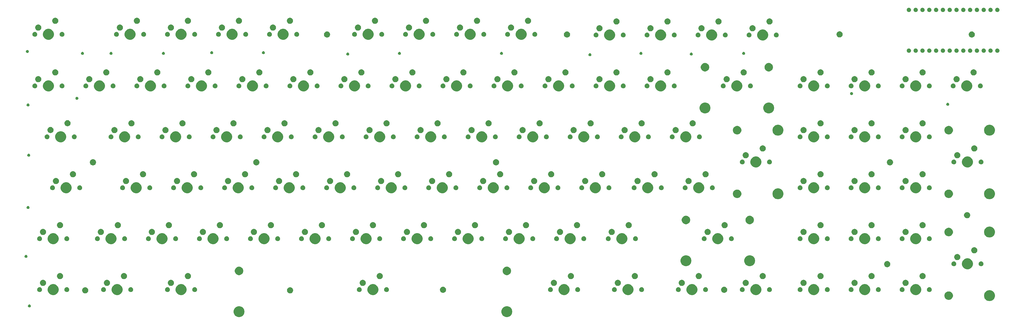
<source format=gts>
G04 #@! TF.GenerationSoftware,KiCad,Pcbnew,(5.1.4)-1*
G04 #@! TF.CreationDate,2019-12-01T17:39:01+00:00*
G04 #@! TF.ProjectId,kb,6b622e6b-6963-4616-945f-706362585858,rev?*
G04 #@! TF.SameCoordinates,Original*
G04 #@! TF.FileFunction,Soldermask,Top*
G04 #@! TF.FilePolarity,Negative*
%FSLAX46Y46*%
G04 Gerber Fmt 4.6, Leading zero omitted, Abs format (unit mm)*
G04 Created by KiCad (PCBNEW (5.1.4)-1) date 2019-12-01 17:39:01*
%MOMM*%
%LPD*%
G04 APERTURE LIST*
%ADD10C,0.100000*%
G04 APERTURE END LIST*
D10*
G36*
X132132197Y-59608011D02*
G01*
X132505419Y-59762604D01*
X132841310Y-59987040D01*
X133126960Y-60272690D01*
X133351396Y-60608581D01*
X133505989Y-60981803D01*
X133584800Y-61378014D01*
X133584800Y-61781986D01*
X133505989Y-62178197D01*
X133351396Y-62551419D01*
X133126960Y-62887310D01*
X132841310Y-63172960D01*
X132505419Y-63397396D01*
X132132197Y-63551989D01*
X131735986Y-63630800D01*
X131332014Y-63630800D01*
X130935803Y-63551989D01*
X130562581Y-63397396D01*
X130226690Y-63172960D01*
X129941040Y-62887310D01*
X129716604Y-62551419D01*
X129562011Y-62178197D01*
X129483200Y-61781986D01*
X129483200Y-61378014D01*
X129562011Y-60981803D01*
X129716604Y-60608581D01*
X129941040Y-60272690D01*
X130226690Y-59987040D01*
X130562581Y-59762604D01*
X130935803Y-59608011D01*
X131332014Y-59529200D01*
X131735986Y-59529200D01*
X132132197Y-59608011D01*
X132132197Y-59608011D01*
G37*
G36*
X32132197Y-59608011D02*
G01*
X32505419Y-59762604D01*
X32841310Y-59987040D01*
X33126960Y-60272690D01*
X33351396Y-60608581D01*
X33505989Y-60981803D01*
X33584800Y-61378014D01*
X33584800Y-61781986D01*
X33505989Y-62178197D01*
X33351396Y-62551419D01*
X33126960Y-62887310D01*
X32841310Y-63172960D01*
X32505419Y-63397396D01*
X32132197Y-63551989D01*
X31735986Y-63630800D01*
X31332014Y-63630800D01*
X30935803Y-63551989D01*
X30562581Y-63397396D01*
X30226690Y-63172960D01*
X29941040Y-62887310D01*
X29716604Y-62551419D01*
X29562011Y-62178197D01*
X29483200Y-61781986D01*
X29483200Y-61378014D01*
X29562011Y-60981803D01*
X29716604Y-60608581D01*
X29941040Y-60272690D01*
X30226690Y-59987040D01*
X30562581Y-59762604D01*
X30935803Y-59608011D01*
X31332014Y-59529200D01*
X31735986Y-59529200D01*
X32132197Y-59608011D01*
X32132197Y-59608011D01*
G37*
G36*
X-46575337Y-58906367D02*
G01*
X-46475098Y-58947887D01*
X-46384884Y-59008166D01*
X-46308166Y-59084884D01*
X-46247887Y-59175098D01*
X-46206367Y-59275337D01*
X-46185200Y-59381751D01*
X-46185200Y-59490249D01*
X-46206367Y-59596663D01*
X-46247887Y-59696902D01*
X-46308166Y-59787116D01*
X-46384884Y-59863834D01*
X-46475098Y-59924113D01*
X-46575337Y-59965633D01*
X-46681751Y-59986800D01*
X-46790249Y-59986800D01*
X-46896663Y-59965633D01*
X-46996902Y-59924113D01*
X-47087116Y-59863834D01*
X-47163834Y-59787116D01*
X-47224113Y-59696902D01*
X-47265633Y-59596663D01*
X-47286800Y-59490249D01*
X-47286800Y-59381751D01*
X-47265633Y-59275337D01*
X-47224113Y-59175098D01*
X-47163834Y-59084884D01*
X-47087116Y-59008166D01*
X-46996902Y-58947887D01*
X-46896663Y-58906367D01*
X-46790249Y-58885200D01*
X-46681751Y-58885200D01*
X-46575337Y-58906367D01*
X-46575337Y-58906367D01*
G37*
G36*
X312368197Y-53616011D02*
G01*
X312741419Y-53770604D01*
X313077310Y-53995040D01*
X313362960Y-54280690D01*
X313587396Y-54616581D01*
X313741989Y-54989803D01*
X313820800Y-55386014D01*
X313820800Y-55789986D01*
X313741989Y-56186197D01*
X313587396Y-56559419D01*
X313362960Y-56895310D01*
X313077310Y-57180960D01*
X312741419Y-57405396D01*
X312368197Y-57559989D01*
X311971986Y-57638800D01*
X311568014Y-57638800D01*
X311171803Y-57559989D01*
X310798581Y-57405396D01*
X310462690Y-57180960D01*
X310177040Y-56895310D01*
X309952604Y-56559419D01*
X309798011Y-56186197D01*
X309719200Y-55789986D01*
X309719200Y-55386014D01*
X309798011Y-54989803D01*
X309952604Y-54616581D01*
X310177040Y-54280690D01*
X310462690Y-53995040D01*
X310798581Y-53770604D01*
X311171803Y-53616011D01*
X311568014Y-53537200D01*
X311971986Y-53537200D01*
X312368197Y-53616011D01*
X312368197Y-53616011D01*
G37*
G36*
X296989644Y-54072757D02*
G01*
X297276421Y-54191544D01*
X297534514Y-54363996D01*
X297754004Y-54583486D01*
X297926456Y-54841579D01*
X298045243Y-55128356D01*
X298105800Y-55432797D01*
X298105800Y-55743203D01*
X298045243Y-56047644D01*
X297926456Y-56334421D01*
X297754004Y-56592514D01*
X297534514Y-56812004D01*
X297276421Y-56984456D01*
X296989644Y-57103243D01*
X296685203Y-57163800D01*
X296374797Y-57163800D01*
X296070356Y-57103243D01*
X295783579Y-56984456D01*
X295525486Y-56812004D01*
X295305996Y-56592514D01*
X295133544Y-56334421D01*
X295014757Y-56047644D01*
X294954200Y-55743203D01*
X294954200Y-55432797D01*
X295014757Y-55128356D01*
X295133544Y-54841579D01*
X295305996Y-54583486D01*
X295525486Y-54363996D01*
X295783579Y-54191544D01*
X296070356Y-54072757D01*
X296374797Y-54012200D01*
X296685203Y-54012200D01*
X296989644Y-54072757D01*
X296989644Y-54072757D01*
G37*
G36*
X284824197Y-51368011D02*
G01*
X285197419Y-51522604D01*
X285533310Y-51747040D01*
X285818960Y-52032690D01*
X286043396Y-52368581D01*
X286197989Y-52741803D01*
X286276800Y-53138014D01*
X286276800Y-53541986D01*
X286197989Y-53938197D01*
X286043396Y-54311419D01*
X285818960Y-54647310D01*
X285533310Y-54932960D01*
X285197419Y-55157396D01*
X284824197Y-55311989D01*
X284427986Y-55390800D01*
X284024014Y-55390800D01*
X283627803Y-55311989D01*
X283254581Y-55157396D01*
X282918690Y-54932960D01*
X282633040Y-54647310D01*
X282408604Y-54311419D01*
X282254011Y-53938197D01*
X282175200Y-53541986D01*
X282175200Y-53138014D01*
X282254011Y-52741803D01*
X282408604Y-52368581D01*
X282633040Y-52032690D01*
X282918690Y-51747040D01*
X283254581Y-51522604D01*
X283627803Y-51368011D01*
X284024014Y-51289200D01*
X284427986Y-51289200D01*
X284824197Y-51368011D01*
X284824197Y-51368011D01*
G37*
G36*
X201258197Y-51368011D02*
G01*
X201631419Y-51522604D01*
X201967310Y-51747040D01*
X202252960Y-52032690D01*
X202477396Y-52368581D01*
X202631989Y-52741803D01*
X202710800Y-53138014D01*
X202710800Y-53541986D01*
X202631989Y-53938197D01*
X202477396Y-54311419D01*
X202252960Y-54647310D01*
X201967310Y-54932960D01*
X201631419Y-55157396D01*
X201258197Y-55311989D01*
X200861986Y-55390800D01*
X200458014Y-55390800D01*
X200061803Y-55311989D01*
X199688581Y-55157396D01*
X199352690Y-54932960D01*
X199067040Y-54647310D01*
X198842604Y-54311419D01*
X198688011Y-53938197D01*
X198609200Y-53541986D01*
X198609200Y-53138014D01*
X198688011Y-52741803D01*
X198842604Y-52368581D01*
X199067040Y-52032690D01*
X199352690Y-51747040D01*
X199688581Y-51522604D01*
X200061803Y-51368011D01*
X200458014Y-51289200D01*
X200861986Y-51289200D01*
X201258197Y-51368011D01*
X201258197Y-51368011D01*
G37*
G36*
X10504197Y-51368011D02*
G01*
X10877419Y-51522604D01*
X11213310Y-51747040D01*
X11498960Y-52032690D01*
X11723396Y-52368581D01*
X11877989Y-52741803D01*
X11956800Y-53138014D01*
X11956800Y-53541986D01*
X11877989Y-53938197D01*
X11723396Y-54311419D01*
X11498960Y-54647310D01*
X11213310Y-54932960D01*
X10877419Y-55157396D01*
X10504197Y-55311989D01*
X10107986Y-55390800D01*
X9704014Y-55390800D01*
X9307803Y-55311989D01*
X8934581Y-55157396D01*
X8598690Y-54932960D01*
X8313040Y-54647310D01*
X8088604Y-54311419D01*
X7934011Y-53938197D01*
X7855200Y-53541986D01*
X7855200Y-53138014D01*
X7934011Y-52741803D01*
X8088604Y-52368581D01*
X8313040Y-52032690D01*
X8598690Y-51747040D01*
X8934581Y-51522604D01*
X9307803Y-51368011D01*
X9704014Y-51289200D01*
X10107986Y-51289200D01*
X10504197Y-51368011D01*
X10504197Y-51368011D01*
G37*
G36*
X-37247803Y-51368011D02*
G01*
X-36874581Y-51522604D01*
X-36538690Y-51747040D01*
X-36253040Y-52032690D01*
X-36028604Y-52368581D01*
X-35874011Y-52741803D01*
X-35795200Y-53138014D01*
X-35795200Y-53541986D01*
X-35874011Y-53938197D01*
X-36028604Y-54311419D01*
X-36253040Y-54647310D01*
X-36538690Y-54932960D01*
X-36874581Y-55157396D01*
X-37247803Y-55311989D01*
X-37644014Y-55390800D01*
X-38047986Y-55390800D01*
X-38444197Y-55311989D01*
X-38817419Y-55157396D01*
X-39153310Y-54932960D01*
X-39438960Y-54647310D01*
X-39663396Y-54311419D01*
X-39817989Y-53938197D01*
X-39896800Y-53541986D01*
X-39896800Y-53138014D01*
X-39817989Y-52741803D01*
X-39663396Y-52368581D01*
X-39438960Y-52032690D01*
X-39153310Y-51747040D01*
X-38817419Y-51522604D01*
X-38444197Y-51368011D01*
X-38047986Y-51289200D01*
X-37644014Y-51289200D01*
X-37247803Y-51368011D01*
X-37247803Y-51368011D01*
G37*
G36*
X-13371803Y-51368011D02*
G01*
X-12998581Y-51522604D01*
X-12662690Y-51747040D01*
X-12377040Y-52032690D01*
X-12152604Y-52368581D01*
X-11998011Y-52741803D01*
X-11919200Y-53138014D01*
X-11919200Y-53541986D01*
X-11998011Y-53938197D01*
X-12152604Y-54311419D01*
X-12377040Y-54647310D01*
X-12662690Y-54932960D01*
X-12998581Y-55157396D01*
X-13371803Y-55311989D01*
X-13768014Y-55390800D01*
X-14171986Y-55390800D01*
X-14568197Y-55311989D01*
X-14941419Y-55157396D01*
X-15277310Y-54932960D01*
X-15562960Y-54647310D01*
X-15787396Y-54311419D01*
X-15941989Y-53938197D01*
X-16020800Y-53541986D01*
X-16020800Y-53138014D01*
X-15941989Y-52741803D01*
X-15787396Y-52368581D01*
X-15562960Y-52032690D01*
X-15277310Y-51747040D01*
X-14941419Y-51522604D01*
X-14568197Y-51368011D01*
X-14171986Y-51289200D01*
X-13768014Y-51289200D01*
X-13371803Y-51368011D01*
X-13371803Y-51368011D01*
G37*
G36*
X246724197Y-51368011D02*
G01*
X247097419Y-51522604D01*
X247433310Y-51747040D01*
X247718960Y-52032690D01*
X247943396Y-52368581D01*
X248097989Y-52741803D01*
X248176800Y-53138014D01*
X248176800Y-53541986D01*
X248097989Y-53938197D01*
X247943396Y-54311419D01*
X247718960Y-54647310D01*
X247433310Y-54932960D01*
X247097419Y-55157396D01*
X246724197Y-55311989D01*
X246327986Y-55390800D01*
X245924014Y-55390800D01*
X245527803Y-55311989D01*
X245154581Y-55157396D01*
X244818690Y-54932960D01*
X244533040Y-54647310D01*
X244308604Y-54311419D01*
X244154011Y-53938197D01*
X244075200Y-53541986D01*
X244075200Y-53138014D01*
X244154011Y-52741803D01*
X244308604Y-52368581D01*
X244533040Y-52032690D01*
X244818690Y-51747040D01*
X245154581Y-51522604D01*
X245527803Y-51368011D01*
X245924014Y-51289200D01*
X246327986Y-51289200D01*
X246724197Y-51368011D01*
X246724197Y-51368011D01*
G37*
G36*
X82132197Y-51368011D02*
G01*
X82505419Y-51522604D01*
X82841310Y-51747040D01*
X83126960Y-52032690D01*
X83351396Y-52368581D01*
X83505989Y-52741803D01*
X83584800Y-53138014D01*
X83584800Y-53541986D01*
X83505989Y-53938197D01*
X83351396Y-54311419D01*
X83126960Y-54647310D01*
X82841310Y-54932960D01*
X82505419Y-55157396D01*
X82132197Y-55311989D01*
X81735986Y-55390800D01*
X81332014Y-55390800D01*
X80935803Y-55311989D01*
X80562581Y-55157396D01*
X80226690Y-54932960D01*
X79941040Y-54647310D01*
X79716604Y-54311419D01*
X79562011Y-53938197D01*
X79483200Y-53541986D01*
X79483200Y-53138014D01*
X79562011Y-52741803D01*
X79716604Y-52368581D01*
X79941040Y-52032690D01*
X80226690Y-51747040D01*
X80562581Y-51522604D01*
X80935803Y-51368011D01*
X81332014Y-51289200D01*
X81735986Y-51289200D01*
X82132197Y-51368011D01*
X82132197Y-51368011D01*
G37*
G36*
X177382197Y-51368011D02*
G01*
X177755419Y-51522604D01*
X178091310Y-51747040D01*
X178376960Y-52032690D01*
X178601396Y-52368581D01*
X178755989Y-52741803D01*
X178834800Y-53138014D01*
X178834800Y-53541986D01*
X178755989Y-53938197D01*
X178601396Y-54311419D01*
X178376960Y-54647310D01*
X178091310Y-54932960D01*
X177755419Y-55157396D01*
X177382197Y-55311989D01*
X176985986Y-55390800D01*
X176582014Y-55390800D01*
X176185803Y-55311989D01*
X175812581Y-55157396D01*
X175476690Y-54932960D01*
X175191040Y-54647310D01*
X174966604Y-54311419D01*
X174812011Y-53938197D01*
X174733200Y-53541986D01*
X174733200Y-53138014D01*
X174812011Y-52741803D01*
X174966604Y-52368581D01*
X175191040Y-52032690D01*
X175476690Y-51747040D01*
X175812581Y-51522604D01*
X176185803Y-51368011D01*
X176582014Y-51289200D01*
X176985986Y-51289200D01*
X177382197Y-51368011D01*
X177382197Y-51368011D01*
G37*
G36*
X225134197Y-51368011D02*
G01*
X225507419Y-51522604D01*
X225843310Y-51747040D01*
X226128960Y-52032690D01*
X226353396Y-52368581D01*
X226507989Y-52741803D01*
X226586800Y-53138014D01*
X226586800Y-53541986D01*
X226507989Y-53938197D01*
X226353396Y-54311419D01*
X226128960Y-54647310D01*
X225843310Y-54932960D01*
X225507419Y-55157396D01*
X225134197Y-55311989D01*
X224737986Y-55390800D01*
X224334014Y-55390800D01*
X223937803Y-55311989D01*
X223564581Y-55157396D01*
X223228690Y-54932960D01*
X222943040Y-54647310D01*
X222718604Y-54311419D01*
X222564011Y-53938197D01*
X222485200Y-53541986D01*
X222485200Y-53138014D01*
X222564011Y-52741803D01*
X222718604Y-52368581D01*
X222943040Y-52032690D01*
X223228690Y-51747040D01*
X223564581Y-51522604D01*
X223937803Y-51368011D01*
X224334014Y-51289200D01*
X224737986Y-51289200D01*
X225134197Y-51368011D01*
X225134197Y-51368011D01*
G37*
G36*
X153506197Y-51368011D02*
G01*
X153879419Y-51522604D01*
X154215310Y-51747040D01*
X154500960Y-52032690D01*
X154725396Y-52368581D01*
X154879989Y-52741803D01*
X154958800Y-53138014D01*
X154958800Y-53541986D01*
X154879989Y-53938197D01*
X154725396Y-54311419D01*
X154500960Y-54647310D01*
X154215310Y-54932960D01*
X153879419Y-55157396D01*
X153506197Y-55311989D01*
X153109986Y-55390800D01*
X152706014Y-55390800D01*
X152309803Y-55311989D01*
X151936581Y-55157396D01*
X151600690Y-54932960D01*
X151315040Y-54647310D01*
X151090604Y-54311419D01*
X150936011Y-53938197D01*
X150857200Y-53541986D01*
X150857200Y-53138014D01*
X150936011Y-52741803D01*
X151090604Y-52368581D01*
X151315040Y-52032690D01*
X151600690Y-51747040D01*
X151936581Y-51522604D01*
X152309803Y-51368011D01*
X152706014Y-51289200D01*
X153109986Y-51289200D01*
X153506197Y-51368011D01*
X153506197Y-51368011D01*
G37*
G36*
X265774197Y-51368011D02*
G01*
X266147419Y-51522604D01*
X266483310Y-51747040D01*
X266768960Y-52032690D01*
X266993396Y-52368581D01*
X267147989Y-52741803D01*
X267226800Y-53138014D01*
X267226800Y-53541986D01*
X267147989Y-53938197D01*
X266993396Y-54311419D01*
X266768960Y-54647310D01*
X266483310Y-54932960D01*
X266147419Y-55157396D01*
X265774197Y-55311989D01*
X265377986Y-55390800D01*
X264974014Y-55390800D01*
X264577803Y-55311989D01*
X264204581Y-55157396D01*
X263868690Y-54932960D01*
X263583040Y-54647310D01*
X263358604Y-54311419D01*
X263204011Y-53938197D01*
X263125200Y-53541986D01*
X263125200Y-53138014D01*
X263204011Y-52741803D01*
X263358604Y-52368581D01*
X263583040Y-52032690D01*
X263868690Y-51747040D01*
X264204581Y-51522604D01*
X264577803Y-51368011D01*
X264974014Y-51289200D01*
X265377986Y-51289200D01*
X265774197Y-51368011D01*
X265774197Y-51368011D01*
G37*
G36*
X-25564324Y-52493425D02*
G01*
X-25354891Y-52580174D01*
X-25166406Y-52706116D01*
X-25006116Y-52866406D01*
X-24880174Y-53054891D01*
X-24793425Y-53264324D01*
X-24749200Y-53486656D01*
X-24749200Y-53713344D01*
X-24793425Y-53935676D01*
X-24880174Y-54145109D01*
X-25006116Y-54333594D01*
X-25166406Y-54493884D01*
X-25354891Y-54619826D01*
X-25564324Y-54706575D01*
X-25786656Y-54750800D01*
X-26013344Y-54750800D01*
X-26235676Y-54706575D01*
X-26445109Y-54619826D01*
X-26633594Y-54493884D01*
X-26793884Y-54333594D01*
X-26919826Y-54145109D01*
X-27006575Y-53935676D01*
X-27050800Y-53713344D01*
X-27050800Y-53486656D01*
X-27006575Y-53264324D01*
X-26919826Y-53054891D01*
X-26793884Y-52866406D01*
X-26633594Y-52706116D01*
X-26445109Y-52580174D01*
X-26235676Y-52493425D01*
X-26013344Y-52449200D01*
X-25786656Y-52449200D01*
X-25564324Y-52493425D01*
X-25564324Y-52493425D01*
G37*
G36*
X50935676Y-52493425D02*
G01*
X51145109Y-52580174D01*
X51333594Y-52706116D01*
X51493884Y-52866406D01*
X51619826Y-53054891D01*
X51706575Y-53264324D01*
X51750800Y-53486656D01*
X51750800Y-53713344D01*
X51706575Y-53935676D01*
X51619826Y-54145109D01*
X51493884Y-54333594D01*
X51333594Y-54493884D01*
X51145109Y-54619826D01*
X50935676Y-54706575D01*
X50713344Y-54750800D01*
X50486656Y-54750800D01*
X50264324Y-54706575D01*
X50054891Y-54619826D01*
X49866406Y-54493884D01*
X49706116Y-54333594D01*
X49580174Y-54145109D01*
X49493425Y-53935676D01*
X49449200Y-53713344D01*
X49449200Y-53486656D01*
X49493425Y-53264324D01*
X49580174Y-53054891D01*
X49706116Y-52866406D01*
X49866406Y-52706116D01*
X50054891Y-52580174D01*
X50264324Y-52493425D01*
X50486656Y-52449200D01*
X50713344Y-52449200D01*
X50935676Y-52493425D01*
X50935676Y-52493425D01*
G37*
G36*
X108035676Y-52293425D02*
G01*
X108245109Y-52380174D01*
X108433594Y-52506116D01*
X108593884Y-52666406D01*
X108719826Y-52854891D01*
X108806575Y-53064324D01*
X108850800Y-53286656D01*
X108850800Y-53513344D01*
X108806575Y-53735676D01*
X108719826Y-53945109D01*
X108593884Y-54133594D01*
X108433594Y-54293884D01*
X108245109Y-54419826D01*
X108035676Y-54506575D01*
X107813344Y-54550800D01*
X107586656Y-54550800D01*
X107364324Y-54506575D01*
X107154891Y-54419826D01*
X106966406Y-54293884D01*
X106806116Y-54133594D01*
X106680174Y-53945109D01*
X106593425Y-53735676D01*
X106549200Y-53513344D01*
X106549200Y-53286656D01*
X106593425Y-53064324D01*
X106680174Y-52854891D01*
X106806116Y-52666406D01*
X106966406Y-52506116D01*
X107154891Y-52380174D01*
X107364324Y-52293425D01*
X107586656Y-52249200D01*
X107813344Y-52249200D01*
X108035676Y-52293425D01*
X108035676Y-52293425D01*
G37*
G36*
X213035676Y-52293425D02*
G01*
X213245109Y-52380174D01*
X213433594Y-52506116D01*
X213593884Y-52666406D01*
X213719826Y-52854891D01*
X213806575Y-53064324D01*
X213850800Y-53286656D01*
X213850800Y-53513344D01*
X213806575Y-53735676D01*
X213719826Y-53945109D01*
X213593884Y-54133594D01*
X213433594Y-54293884D01*
X213245109Y-54419826D01*
X213066315Y-54493884D01*
X213035676Y-54506575D01*
X212813344Y-54550800D01*
X212586656Y-54550800D01*
X212364324Y-54506575D01*
X212333685Y-54493884D01*
X212154891Y-54419826D01*
X211966406Y-54293884D01*
X211806116Y-54133594D01*
X211680174Y-53945109D01*
X211593425Y-53735676D01*
X211549200Y-53513344D01*
X211549200Y-53286656D01*
X211593425Y-53064324D01*
X211680174Y-52854891D01*
X211806116Y-52666406D01*
X211966406Y-52506116D01*
X212154891Y-52380174D01*
X212364324Y-52293425D01*
X212586656Y-52249200D01*
X212813344Y-52249200D01*
X213035676Y-52293425D01*
X213035676Y-52293425D01*
G37*
G36*
X251468754Y-52473817D02*
G01*
X251632689Y-52541721D01*
X251780227Y-52640303D01*
X251905697Y-52765773D01*
X252004279Y-52913311D01*
X252072183Y-53077246D01*
X252106800Y-53251279D01*
X252106800Y-53428721D01*
X252072183Y-53602754D01*
X252004279Y-53766689D01*
X251905697Y-53914227D01*
X251780227Y-54039697D01*
X251632689Y-54138279D01*
X251468754Y-54206183D01*
X251294721Y-54240800D01*
X251117279Y-54240800D01*
X250943246Y-54206183D01*
X250779311Y-54138279D01*
X250631773Y-54039697D01*
X250506303Y-53914227D01*
X250407721Y-53766689D01*
X250339817Y-53602754D01*
X250305200Y-53428721D01*
X250305200Y-53251279D01*
X250339817Y-53077246D01*
X250407721Y-52913311D01*
X250506303Y-52765773D01*
X250631773Y-52640303D01*
X250779311Y-52541721D01*
X250943246Y-52473817D01*
X251117279Y-52439200D01*
X251294721Y-52439200D01*
X251468754Y-52473817D01*
X251468754Y-52473817D01*
G37*
G36*
X270518754Y-52473817D02*
G01*
X270682689Y-52541721D01*
X270830227Y-52640303D01*
X270955697Y-52765773D01*
X271054279Y-52913311D01*
X271122183Y-53077246D01*
X271156800Y-53251279D01*
X271156800Y-53428721D01*
X271122183Y-53602754D01*
X271054279Y-53766689D01*
X270955697Y-53914227D01*
X270830227Y-54039697D01*
X270682689Y-54138279D01*
X270518754Y-54206183D01*
X270344721Y-54240800D01*
X270167279Y-54240800D01*
X269993246Y-54206183D01*
X269829311Y-54138279D01*
X269681773Y-54039697D01*
X269556303Y-53914227D01*
X269457721Y-53766689D01*
X269389817Y-53602754D01*
X269355200Y-53428721D01*
X269355200Y-53251279D01*
X269389817Y-53077246D01*
X269457721Y-52913311D01*
X269556303Y-52765773D01*
X269681773Y-52640303D01*
X269829311Y-52541721D01*
X269993246Y-52473817D01*
X270167279Y-52439200D01*
X270344721Y-52439200D01*
X270518754Y-52473817D01*
X270518754Y-52473817D01*
G37*
G36*
X148090754Y-52473817D02*
G01*
X148254689Y-52541721D01*
X148402227Y-52640303D01*
X148527697Y-52765773D01*
X148626279Y-52913311D01*
X148694183Y-53077246D01*
X148728800Y-53251279D01*
X148728800Y-53428721D01*
X148694183Y-53602754D01*
X148626279Y-53766689D01*
X148527697Y-53914227D01*
X148402227Y-54039697D01*
X148254689Y-54138279D01*
X148090754Y-54206183D01*
X147916721Y-54240800D01*
X147739279Y-54240800D01*
X147565246Y-54206183D01*
X147401311Y-54138279D01*
X147253773Y-54039697D01*
X147128303Y-53914227D01*
X147029721Y-53766689D01*
X146961817Y-53602754D01*
X146927200Y-53428721D01*
X146927200Y-53251279D01*
X146961817Y-53077246D01*
X147029721Y-52913311D01*
X147128303Y-52765773D01*
X147253773Y-52640303D01*
X147401311Y-52541721D01*
X147565246Y-52473817D01*
X147739279Y-52439200D01*
X147916721Y-52439200D01*
X148090754Y-52473817D01*
X148090754Y-52473817D01*
G37*
G36*
X158250754Y-52473817D02*
G01*
X158414689Y-52541721D01*
X158562227Y-52640303D01*
X158687697Y-52765773D01*
X158786279Y-52913311D01*
X158854183Y-53077246D01*
X158888800Y-53251279D01*
X158888800Y-53428721D01*
X158854183Y-53602754D01*
X158786279Y-53766689D01*
X158687697Y-53914227D01*
X158562227Y-54039697D01*
X158414689Y-54138279D01*
X158250754Y-54206183D01*
X158076721Y-54240800D01*
X157899279Y-54240800D01*
X157725246Y-54206183D01*
X157561311Y-54138279D01*
X157413773Y-54039697D01*
X157288303Y-53914227D01*
X157189721Y-53766689D01*
X157121817Y-53602754D01*
X157087200Y-53428721D01*
X157087200Y-53251279D01*
X157121817Y-53077246D01*
X157189721Y-52913311D01*
X157288303Y-52765773D01*
X157413773Y-52640303D01*
X157561311Y-52541721D01*
X157725246Y-52473817D01*
X157899279Y-52439200D01*
X158076721Y-52439200D01*
X158250754Y-52473817D01*
X158250754Y-52473817D01*
G37*
G36*
X219718754Y-52473817D02*
G01*
X219882689Y-52541721D01*
X220030227Y-52640303D01*
X220155697Y-52765773D01*
X220254279Y-52913311D01*
X220322183Y-53077246D01*
X220356800Y-53251279D01*
X220356800Y-53428721D01*
X220322183Y-53602754D01*
X220254279Y-53766689D01*
X220155697Y-53914227D01*
X220030227Y-54039697D01*
X219882689Y-54138279D01*
X219718754Y-54206183D01*
X219544721Y-54240800D01*
X219367279Y-54240800D01*
X219193246Y-54206183D01*
X219029311Y-54138279D01*
X218881773Y-54039697D01*
X218756303Y-53914227D01*
X218657721Y-53766689D01*
X218589817Y-53602754D01*
X218555200Y-53428721D01*
X218555200Y-53251279D01*
X218589817Y-53077246D01*
X218657721Y-52913311D01*
X218756303Y-52765773D01*
X218881773Y-52640303D01*
X219029311Y-52541721D01*
X219193246Y-52473817D01*
X219367279Y-52439200D01*
X219544721Y-52439200D01*
X219718754Y-52473817D01*
X219718754Y-52473817D01*
G37*
G36*
X229878754Y-52473817D02*
G01*
X230042689Y-52541721D01*
X230190227Y-52640303D01*
X230315697Y-52765773D01*
X230414279Y-52913311D01*
X230482183Y-53077246D01*
X230516800Y-53251279D01*
X230516800Y-53428721D01*
X230482183Y-53602754D01*
X230414279Y-53766689D01*
X230315697Y-53914227D01*
X230190227Y-54039697D01*
X230042689Y-54138279D01*
X229878754Y-54206183D01*
X229704721Y-54240800D01*
X229527279Y-54240800D01*
X229353246Y-54206183D01*
X229189311Y-54138279D01*
X229041773Y-54039697D01*
X228916303Y-53914227D01*
X228817721Y-53766689D01*
X228749817Y-53602754D01*
X228715200Y-53428721D01*
X228715200Y-53251279D01*
X228749817Y-53077246D01*
X228817721Y-52913311D01*
X228916303Y-52765773D01*
X229041773Y-52640303D01*
X229189311Y-52541721D01*
X229353246Y-52473817D01*
X229527279Y-52439200D01*
X229704721Y-52439200D01*
X229878754Y-52473817D01*
X229878754Y-52473817D01*
G37*
G36*
X171966754Y-52473817D02*
G01*
X172130689Y-52541721D01*
X172278227Y-52640303D01*
X172403697Y-52765773D01*
X172502279Y-52913311D01*
X172570183Y-53077246D01*
X172604800Y-53251279D01*
X172604800Y-53428721D01*
X172570183Y-53602754D01*
X172502279Y-53766689D01*
X172403697Y-53914227D01*
X172278227Y-54039697D01*
X172130689Y-54138279D01*
X171966754Y-54206183D01*
X171792721Y-54240800D01*
X171615279Y-54240800D01*
X171441246Y-54206183D01*
X171277311Y-54138279D01*
X171129773Y-54039697D01*
X171004303Y-53914227D01*
X170905721Y-53766689D01*
X170837817Y-53602754D01*
X170803200Y-53428721D01*
X170803200Y-53251279D01*
X170837817Y-53077246D01*
X170905721Y-52913311D01*
X171004303Y-52765773D01*
X171129773Y-52640303D01*
X171277311Y-52541721D01*
X171441246Y-52473817D01*
X171615279Y-52439200D01*
X171792721Y-52439200D01*
X171966754Y-52473817D01*
X171966754Y-52473817D01*
G37*
G36*
X182126754Y-52473817D02*
G01*
X182290689Y-52541721D01*
X182438227Y-52640303D01*
X182563697Y-52765773D01*
X182662279Y-52913311D01*
X182730183Y-53077246D01*
X182764800Y-53251279D01*
X182764800Y-53428721D01*
X182730183Y-53602754D01*
X182662279Y-53766689D01*
X182563697Y-53914227D01*
X182438227Y-54039697D01*
X182290689Y-54138279D01*
X182126754Y-54206183D01*
X181952721Y-54240800D01*
X181775279Y-54240800D01*
X181601246Y-54206183D01*
X181437311Y-54138279D01*
X181289773Y-54039697D01*
X181164303Y-53914227D01*
X181065721Y-53766689D01*
X180997817Y-53602754D01*
X180963200Y-53428721D01*
X180963200Y-53251279D01*
X180997817Y-53077246D01*
X181065721Y-52913311D01*
X181164303Y-52765773D01*
X181289773Y-52640303D01*
X181437311Y-52541721D01*
X181601246Y-52473817D01*
X181775279Y-52439200D01*
X181952721Y-52439200D01*
X182126754Y-52473817D01*
X182126754Y-52473817D01*
G37*
G36*
X76716754Y-52473817D02*
G01*
X76880689Y-52541721D01*
X77028227Y-52640303D01*
X77153697Y-52765773D01*
X77252279Y-52913311D01*
X77320183Y-53077246D01*
X77354800Y-53251279D01*
X77354800Y-53428721D01*
X77320183Y-53602754D01*
X77252279Y-53766689D01*
X77153697Y-53914227D01*
X77028227Y-54039697D01*
X76880689Y-54138279D01*
X76716754Y-54206183D01*
X76542721Y-54240800D01*
X76365279Y-54240800D01*
X76191246Y-54206183D01*
X76027311Y-54138279D01*
X75879773Y-54039697D01*
X75754303Y-53914227D01*
X75655721Y-53766689D01*
X75587817Y-53602754D01*
X75553200Y-53428721D01*
X75553200Y-53251279D01*
X75587817Y-53077246D01*
X75655721Y-52913311D01*
X75754303Y-52765773D01*
X75879773Y-52640303D01*
X76027311Y-52541721D01*
X76191246Y-52473817D01*
X76365279Y-52439200D01*
X76542721Y-52439200D01*
X76716754Y-52473817D01*
X76716754Y-52473817D01*
G37*
G36*
X86876754Y-52473817D02*
G01*
X87040689Y-52541721D01*
X87188227Y-52640303D01*
X87313697Y-52765773D01*
X87412279Y-52913311D01*
X87480183Y-53077246D01*
X87514800Y-53251279D01*
X87514800Y-53428721D01*
X87480183Y-53602754D01*
X87412279Y-53766689D01*
X87313697Y-53914227D01*
X87188227Y-54039697D01*
X87040689Y-54138279D01*
X86876754Y-54206183D01*
X86702721Y-54240800D01*
X86525279Y-54240800D01*
X86351246Y-54206183D01*
X86187311Y-54138279D01*
X86039773Y-54039697D01*
X85914303Y-53914227D01*
X85815721Y-53766689D01*
X85747817Y-53602754D01*
X85713200Y-53428721D01*
X85713200Y-53251279D01*
X85747817Y-53077246D01*
X85815721Y-52913311D01*
X85914303Y-52765773D01*
X86039773Y-52640303D01*
X86187311Y-52541721D01*
X86351246Y-52473817D01*
X86525279Y-52439200D01*
X86702721Y-52439200D01*
X86876754Y-52473817D01*
X86876754Y-52473817D01*
G37*
G36*
X241308754Y-52473817D02*
G01*
X241472689Y-52541721D01*
X241620227Y-52640303D01*
X241745697Y-52765773D01*
X241844279Y-52913311D01*
X241912183Y-53077246D01*
X241946800Y-53251279D01*
X241946800Y-53428721D01*
X241912183Y-53602754D01*
X241844279Y-53766689D01*
X241745697Y-53914227D01*
X241620227Y-54039697D01*
X241472689Y-54138279D01*
X241308754Y-54206183D01*
X241134721Y-54240800D01*
X240957279Y-54240800D01*
X240783246Y-54206183D01*
X240619311Y-54138279D01*
X240471773Y-54039697D01*
X240346303Y-53914227D01*
X240247721Y-53766689D01*
X240179817Y-53602754D01*
X240145200Y-53428721D01*
X240145200Y-53251279D01*
X240179817Y-53077246D01*
X240247721Y-52913311D01*
X240346303Y-52765773D01*
X240471773Y-52640303D01*
X240619311Y-52541721D01*
X240783246Y-52473817D01*
X240957279Y-52439200D01*
X241134721Y-52439200D01*
X241308754Y-52473817D01*
X241308754Y-52473817D01*
G37*
G36*
X-8627246Y-52473817D02*
G01*
X-8463311Y-52541721D01*
X-8315773Y-52640303D01*
X-8190303Y-52765773D01*
X-8091721Y-52913311D01*
X-8023817Y-53077246D01*
X-7989200Y-53251279D01*
X-7989200Y-53428721D01*
X-8023817Y-53602754D01*
X-8091721Y-53766689D01*
X-8190303Y-53914227D01*
X-8315773Y-54039697D01*
X-8463311Y-54138279D01*
X-8627246Y-54206183D01*
X-8801279Y-54240800D01*
X-8978721Y-54240800D01*
X-9152754Y-54206183D01*
X-9316689Y-54138279D01*
X-9464227Y-54039697D01*
X-9589697Y-53914227D01*
X-9688279Y-53766689D01*
X-9756183Y-53602754D01*
X-9790800Y-53428721D01*
X-9790800Y-53251279D01*
X-9756183Y-53077246D01*
X-9688279Y-52913311D01*
X-9589697Y-52765773D01*
X-9464227Y-52640303D01*
X-9316689Y-52541721D01*
X-9152754Y-52473817D01*
X-8978721Y-52439200D01*
X-8801279Y-52439200D01*
X-8627246Y-52473817D01*
X-8627246Y-52473817D01*
G37*
G36*
X260358754Y-52473817D02*
G01*
X260522689Y-52541721D01*
X260670227Y-52640303D01*
X260795697Y-52765773D01*
X260894279Y-52913311D01*
X260962183Y-53077246D01*
X260996800Y-53251279D01*
X260996800Y-53428721D01*
X260962183Y-53602754D01*
X260894279Y-53766689D01*
X260795697Y-53914227D01*
X260670227Y-54039697D01*
X260522689Y-54138279D01*
X260358754Y-54206183D01*
X260184721Y-54240800D01*
X260007279Y-54240800D01*
X259833246Y-54206183D01*
X259669311Y-54138279D01*
X259521773Y-54039697D01*
X259396303Y-53914227D01*
X259297721Y-53766689D01*
X259229817Y-53602754D01*
X259195200Y-53428721D01*
X259195200Y-53251279D01*
X259229817Y-53077246D01*
X259297721Y-52913311D01*
X259396303Y-52765773D01*
X259521773Y-52640303D01*
X259669311Y-52541721D01*
X259833246Y-52473817D01*
X260007279Y-52439200D01*
X260184721Y-52439200D01*
X260358754Y-52473817D01*
X260358754Y-52473817D01*
G37*
G36*
X-32503246Y-52473817D02*
G01*
X-32339311Y-52541721D01*
X-32191773Y-52640303D01*
X-32066303Y-52765773D01*
X-31967721Y-52913311D01*
X-31899817Y-53077246D01*
X-31865200Y-53251279D01*
X-31865200Y-53428721D01*
X-31899817Y-53602754D01*
X-31967721Y-53766689D01*
X-32066303Y-53914227D01*
X-32191773Y-54039697D01*
X-32339311Y-54138279D01*
X-32503246Y-54206183D01*
X-32677279Y-54240800D01*
X-32854721Y-54240800D01*
X-33028754Y-54206183D01*
X-33192689Y-54138279D01*
X-33340227Y-54039697D01*
X-33465697Y-53914227D01*
X-33564279Y-53766689D01*
X-33632183Y-53602754D01*
X-33666800Y-53428721D01*
X-33666800Y-53251279D01*
X-33632183Y-53077246D01*
X-33564279Y-52913311D01*
X-33465697Y-52765773D01*
X-33340227Y-52640303D01*
X-33192689Y-52541721D01*
X-33028754Y-52473817D01*
X-32854721Y-52439200D01*
X-32677279Y-52439200D01*
X-32503246Y-52473817D01*
X-32503246Y-52473817D01*
G37*
G36*
X-42663246Y-52473817D02*
G01*
X-42499311Y-52541721D01*
X-42351773Y-52640303D01*
X-42226303Y-52765773D01*
X-42127721Y-52913311D01*
X-42059817Y-53077246D01*
X-42025200Y-53251279D01*
X-42025200Y-53428721D01*
X-42059817Y-53602754D01*
X-42127721Y-53766689D01*
X-42226303Y-53914227D01*
X-42351773Y-54039697D01*
X-42499311Y-54138279D01*
X-42663246Y-54206183D01*
X-42837279Y-54240800D01*
X-43014721Y-54240800D01*
X-43188754Y-54206183D01*
X-43352689Y-54138279D01*
X-43500227Y-54039697D01*
X-43625697Y-53914227D01*
X-43724279Y-53766689D01*
X-43792183Y-53602754D01*
X-43826800Y-53428721D01*
X-43826800Y-53251279D01*
X-43792183Y-53077246D01*
X-43724279Y-52913311D01*
X-43625697Y-52765773D01*
X-43500227Y-52640303D01*
X-43352689Y-52541721D01*
X-43188754Y-52473817D01*
X-43014721Y-52439200D01*
X-42837279Y-52439200D01*
X-42663246Y-52473817D01*
X-42663246Y-52473817D01*
G37*
G36*
X15248754Y-52473817D02*
G01*
X15412689Y-52541721D01*
X15560227Y-52640303D01*
X15685697Y-52765773D01*
X15784279Y-52913311D01*
X15852183Y-53077246D01*
X15886800Y-53251279D01*
X15886800Y-53428721D01*
X15852183Y-53602754D01*
X15784279Y-53766689D01*
X15685697Y-53914227D01*
X15560227Y-54039697D01*
X15412689Y-54138279D01*
X15248754Y-54206183D01*
X15074721Y-54240800D01*
X14897279Y-54240800D01*
X14723246Y-54206183D01*
X14559311Y-54138279D01*
X14411773Y-54039697D01*
X14286303Y-53914227D01*
X14187721Y-53766689D01*
X14119817Y-53602754D01*
X14085200Y-53428721D01*
X14085200Y-53251279D01*
X14119817Y-53077246D01*
X14187721Y-52913311D01*
X14286303Y-52765773D01*
X14411773Y-52640303D01*
X14559311Y-52541721D01*
X14723246Y-52473817D01*
X14897279Y-52439200D01*
X15074721Y-52439200D01*
X15248754Y-52473817D01*
X15248754Y-52473817D01*
G37*
G36*
X5088754Y-52473817D02*
G01*
X5252689Y-52541721D01*
X5400227Y-52640303D01*
X5525697Y-52765773D01*
X5624279Y-52913311D01*
X5692183Y-53077246D01*
X5726800Y-53251279D01*
X5726800Y-53428721D01*
X5692183Y-53602754D01*
X5624279Y-53766689D01*
X5525697Y-53914227D01*
X5400227Y-54039697D01*
X5252689Y-54138279D01*
X5088754Y-54206183D01*
X4914721Y-54240800D01*
X4737279Y-54240800D01*
X4563246Y-54206183D01*
X4399311Y-54138279D01*
X4251773Y-54039697D01*
X4126303Y-53914227D01*
X4027721Y-53766689D01*
X3959817Y-53602754D01*
X3925200Y-53428721D01*
X3925200Y-53251279D01*
X3959817Y-53077246D01*
X4027721Y-52913311D01*
X4126303Y-52765773D01*
X4251773Y-52640303D01*
X4399311Y-52541721D01*
X4563246Y-52473817D01*
X4737279Y-52439200D01*
X4914721Y-52439200D01*
X5088754Y-52473817D01*
X5088754Y-52473817D01*
G37*
G36*
X289568754Y-52473817D02*
G01*
X289732689Y-52541721D01*
X289880227Y-52640303D01*
X290005697Y-52765773D01*
X290104279Y-52913311D01*
X290172183Y-53077246D01*
X290206800Y-53251279D01*
X290206800Y-53428721D01*
X290172183Y-53602754D01*
X290104279Y-53766689D01*
X290005697Y-53914227D01*
X289880227Y-54039697D01*
X289732689Y-54138279D01*
X289568754Y-54206183D01*
X289394721Y-54240800D01*
X289217279Y-54240800D01*
X289043246Y-54206183D01*
X288879311Y-54138279D01*
X288731773Y-54039697D01*
X288606303Y-53914227D01*
X288507721Y-53766689D01*
X288439817Y-53602754D01*
X288405200Y-53428721D01*
X288405200Y-53251279D01*
X288439817Y-53077246D01*
X288507721Y-52913311D01*
X288606303Y-52765773D01*
X288731773Y-52640303D01*
X288879311Y-52541721D01*
X289043246Y-52473817D01*
X289217279Y-52439200D01*
X289394721Y-52439200D01*
X289568754Y-52473817D01*
X289568754Y-52473817D01*
G37*
G36*
X206002754Y-52473817D02*
G01*
X206166689Y-52541721D01*
X206314227Y-52640303D01*
X206439697Y-52765773D01*
X206538279Y-52913311D01*
X206606183Y-53077246D01*
X206640800Y-53251279D01*
X206640800Y-53428721D01*
X206606183Y-53602754D01*
X206538279Y-53766689D01*
X206439697Y-53914227D01*
X206314227Y-54039697D01*
X206166689Y-54138279D01*
X206002754Y-54206183D01*
X205828721Y-54240800D01*
X205651279Y-54240800D01*
X205477246Y-54206183D01*
X205313311Y-54138279D01*
X205165773Y-54039697D01*
X205040303Y-53914227D01*
X204941721Y-53766689D01*
X204873817Y-53602754D01*
X204839200Y-53428721D01*
X204839200Y-53251279D01*
X204873817Y-53077246D01*
X204941721Y-52913311D01*
X205040303Y-52765773D01*
X205165773Y-52640303D01*
X205313311Y-52541721D01*
X205477246Y-52473817D01*
X205651279Y-52439200D01*
X205828721Y-52439200D01*
X206002754Y-52473817D01*
X206002754Y-52473817D01*
G37*
G36*
X195842754Y-52473817D02*
G01*
X196006689Y-52541721D01*
X196154227Y-52640303D01*
X196279697Y-52765773D01*
X196378279Y-52913311D01*
X196446183Y-53077246D01*
X196480800Y-53251279D01*
X196480800Y-53428721D01*
X196446183Y-53602754D01*
X196378279Y-53766689D01*
X196279697Y-53914227D01*
X196154227Y-54039697D01*
X196006689Y-54138279D01*
X195842754Y-54206183D01*
X195668721Y-54240800D01*
X195491279Y-54240800D01*
X195317246Y-54206183D01*
X195153311Y-54138279D01*
X195005773Y-54039697D01*
X194880303Y-53914227D01*
X194781721Y-53766689D01*
X194713817Y-53602754D01*
X194679200Y-53428721D01*
X194679200Y-53251279D01*
X194713817Y-53077246D01*
X194781721Y-52913311D01*
X194880303Y-52765773D01*
X195005773Y-52640303D01*
X195153311Y-52541721D01*
X195317246Y-52473817D01*
X195491279Y-52439200D01*
X195668721Y-52439200D01*
X195842754Y-52473817D01*
X195842754Y-52473817D01*
G37*
G36*
X279408754Y-52473817D02*
G01*
X279572689Y-52541721D01*
X279720227Y-52640303D01*
X279845697Y-52765773D01*
X279944279Y-52913311D01*
X280012183Y-53077246D01*
X280046800Y-53251279D01*
X280046800Y-53428721D01*
X280012183Y-53602754D01*
X279944279Y-53766689D01*
X279845697Y-53914227D01*
X279720227Y-54039697D01*
X279572689Y-54138279D01*
X279408754Y-54206183D01*
X279234721Y-54240800D01*
X279057279Y-54240800D01*
X278883246Y-54206183D01*
X278719311Y-54138279D01*
X278571773Y-54039697D01*
X278446303Y-53914227D01*
X278347721Y-53766689D01*
X278279817Y-53602754D01*
X278245200Y-53428721D01*
X278245200Y-53251279D01*
X278279817Y-53077246D01*
X278347721Y-52913311D01*
X278446303Y-52765773D01*
X278571773Y-52640303D01*
X278719311Y-52541721D01*
X278883246Y-52473817D01*
X279057279Y-52439200D01*
X279234721Y-52439200D01*
X279408754Y-52473817D01*
X279408754Y-52473817D01*
G37*
G36*
X-18787246Y-52473817D02*
G01*
X-18623311Y-52541721D01*
X-18475773Y-52640303D01*
X-18350303Y-52765773D01*
X-18251721Y-52913311D01*
X-18183817Y-53077246D01*
X-18149200Y-53251279D01*
X-18149200Y-53428721D01*
X-18183817Y-53602754D01*
X-18251721Y-53766689D01*
X-18350303Y-53914227D01*
X-18475773Y-54039697D01*
X-18623311Y-54138279D01*
X-18787246Y-54206183D01*
X-18961279Y-54240800D01*
X-19138721Y-54240800D01*
X-19312754Y-54206183D01*
X-19476689Y-54138279D01*
X-19624227Y-54039697D01*
X-19749697Y-53914227D01*
X-19848279Y-53766689D01*
X-19916183Y-53602754D01*
X-19950800Y-53428721D01*
X-19950800Y-53251279D01*
X-19916183Y-53077246D01*
X-19848279Y-52913311D01*
X-19749697Y-52765773D01*
X-19624227Y-52640303D01*
X-19476689Y-52541721D01*
X-19312754Y-52473817D01*
X-19138721Y-52439200D01*
X-18961279Y-52439200D01*
X-18787246Y-52473817D01*
X-18787246Y-52473817D01*
G37*
G36*
X78059676Y-49693425D02*
G01*
X78269109Y-49780174D01*
X78457594Y-49906116D01*
X78617884Y-50066406D01*
X78743826Y-50254891D01*
X78830575Y-50464324D01*
X78874800Y-50686656D01*
X78874800Y-50913344D01*
X78830575Y-51135676D01*
X78743826Y-51345109D01*
X78617884Y-51533594D01*
X78457594Y-51693884D01*
X78269109Y-51819826D01*
X78059676Y-51906575D01*
X77837344Y-51950800D01*
X77610656Y-51950800D01*
X77388324Y-51906575D01*
X77178891Y-51819826D01*
X76990406Y-51693884D01*
X76830116Y-51533594D01*
X76704174Y-51345109D01*
X76617425Y-51135676D01*
X76573200Y-50913344D01*
X76573200Y-50686656D01*
X76617425Y-50464324D01*
X76704174Y-50254891D01*
X76830116Y-50066406D01*
X76990406Y-49906116D01*
X77178891Y-49780174D01*
X77388324Y-49693425D01*
X77610656Y-49649200D01*
X77837344Y-49649200D01*
X78059676Y-49693425D01*
X78059676Y-49693425D01*
G37*
G36*
X-41320324Y-49693425D02*
G01*
X-41110891Y-49780174D01*
X-40922406Y-49906116D01*
X-40762116Y-50066406D01*
X-40636174Y-50254891D01*
X-40549425Y-50464324D01*
X-40505200Y-50686656D01*
X-40505200Y-50913344D01*
X-40549425Y-51135676D01*
X-40636174Y-51345109D01*
X-40762116Y-51533594D01*
X-40922406Y-51693884D01*
X-41110891Y-51819826D01*
X-41320324Y-51906575D01*
X-41542656Y-51950800D01*
X-41769344Y-51950800D01*
X-41991676Y-51906575D01*
X-42201109Y-51819826D01*
X-42389594Y-51693884D01*
X-42549884Y-51533594D01*
X-42675826Y-51345109D01*
X-42762575Y-51135676D01*
X-42806800Y-50913344D01*
X-42806800Y-50686656D01*
X-42762575Y-50464324D01*
X-42675826Y-50254891D01*
X-42549884Y-50066406D01*
X-42389594Y-49906116D01*
X-42201109Y-49780174D01*
X-41991676Y-49693425D01*
X-41769344Y-49649200D01*
X-41542656Y-49649200D01*
X-41320324Y-49693425D01*
X-41320324Y-49693425D01*
G37*
G36*
X-17444324Y-49693425D02*
G01*
X-17234891Y-49780174D01*
X-17046406Y-49906116D01*
X-16886116Y-50066406D01*
X-16760174Y-50254891D01*
X-16673425Y-50464324D01*
X-16629200Y-50686656D01*
X-16629200Y-50913344D01*
X-16673425Y-51135676D01*
X-16760174Y-51345109D01*
X-16886116Y-51533594D01*
X-17046406Y-51693884D01*
X-17234891Y-51819826D01*
X-17444324Y-51906575D01*
X-17666656Y-51950800D01*
X-17893344Y-51950800D01*
X-18115676Y-51906575D01*
X-18325109Y-51819826D01*
X-18513594Y-51693884D01*
X-18673884Y-51533594D01*
X-18799826Y-51345109D01*
X-18886575Y-51135676D01*
X-18930800Y-50913344D01*
X-18930800Y-50686656D01*
X-18886575Y-50464324D01*
X-18799826Y-50254891D01*
X-18673884Y-50066406D01*
X-18513594Y-49906116D01*
X-18325109Y-49780174D01*
X-18115676Y-49693425D01*
X-17893344Y-49649200D01*
X-17666656Y-49649200D01*
X-17444324Y-49693425D01*
X-17444324Y-49693425D01*
G37*
G36*
X261701676Y-49693425D02*
G01*
X261911109Y-49780174D01*
X262099594Y-49906116D01*
X262259884Y-50066406D01*
X262385826Y-50254891D01*
X262472575Y-50464324D01*
X262516800Y-50686656D01*
X262516800Y-50913344D01*
X262472575Y-51135676D01*
X262385826Y-51345109D01*
X262259884Y-51533594D01*
X262099594Y-51693884D01*
X261911109Y-51819826D01*
X261701676Y-51906575D01*
X261479344Y-51950800D01*
X261252656Y-51950800D01*
X261030324Y-51906575D01*
X260820891Y-51819826D01*
X260632406Y-51693884D01*
X260472116Y-51533594D01*
X260346174Y-51345109D01*
X260259425Y-51135676D01*
X260215200Y-50913344D01*
X260215200Y-50686656D01*
X260259425Y-50464324D01*
X260346174Y-50254891D01*
X260472116Y-50066406D01*
X260632406Y-49906116D01*
X260820891Y-49780174D01*
X261030324Y-49693425D01*
X261252656Y-49649200D01*
X261479344Y-49649200D01*
X261701676Y-49693425D01*
X261701676Y-49693425D01*
G37*
G36*
X242651676Y-49693425D02*
G01*
X242861109Y-49780174D01*
X243049594Y-49906116D01*
X243209884Y-50066406D01*
X243335826Y-50254891D01*
X243422575Y-50464324D01*
X243466800Y-50686656D01*
X243466800Y-50913344D01*
X243422575Y-51135676D01*
X243335826Y-51345109D01*
X243209884Y-51533594D01*
X243049594Y-51693884D01*
X242861109Y-51819826D01*
X242651676Y-51906575D01*
X242429344Y-51950800D01*
X242202656Y-51950800D01*
X241980324Y-51906575D01*
X241770891Y-51819826D01*
X241582406Y-51693884D01*
X241422116Y-51533594D01*
X241296174Y-51345109D01*
X241209425Y-51135676D01*
X241165200Y-50913344D01*
X241165200Y-50686656D01*
X241209425Y-50464324D01*
X241296174Y-50254891D01*
X241422116Y-50066406D01*
X241582406Y-49906116D01*
X241770891Y-49780174D01*
X241980324Y-49693425D01*
X242202656Y-49649200D01*
X242429344Y-49649200D01*
X242651676Y-49693425D01*
X242651676Y-49693425D01*
G37*
G36*
X280751676Y-49693425D02*
G01*
X280961109Y-49780174D01*
X281149594Y-49906116D01*
X281309884Y-50066406D01*
X281435826Y-50254891D01*
X281522575Y-50464324D01*
X281566800Y-50686656D01*
X281566800Y-50913344D01*
X281522575Y-51135676D01*
X281435826Y-51345109D01*
X281309884Y-51533594D01*
X281149594Y-51693884D01*
X280961109Y-51819826D01*
X280751676Y-51906575D01*
X280529344Y-51950800D01*
X280302656Y-51950800D01*
X280080324Y-51906575D01*
X279870891Y-51819826D01*
X279682406Y-51693884D01*
X279522116Y-51533594D01*
X279396174Y-51345109D01*
X279309425Y-51135676D01*
X279265200Y-50913344D01*
X279265200Y-50686656D01*
X279309425Y-50464324D01*
X279396174Y-50254891D01*
X279522116Y-50066406D01*
X279682406Y-49906116D01*
X279870891Y-49780174D01*
X280080324Y-49693425D01*
X280302656Y-49649200D01*
X280529344Y-49649200D01*
X280751676Y-49693425D01*
X280751676Y-49693425D01*
G37*
G36*
X197185676Y-49693425D02*
G01*
X197395109Y-49780174D01*
X197583594Y-49906116D01*
X197743884Y-50066406D01*
X197869826Y-50254891D01*
X197956575Y-50464324D01*
X198000800Y-50686656D01*
X198000800Y-50913344D01*
X197956575Y-51135676D01*
X197869826Y-51345109D01*
X197743884Y-51533594D01*
X197583594Y-51693884D01*
X197395109Y-51819826D01*
X197185676Y-51906575D01*
X196963344Y-51950800D01*
X196736656Y-51950800D01*
X196514324Y-51906575D01*
X196304891Y-51819826D01*
X196116406Y-51693884D01*
X195956116Y-51533594D01*
X195830174Y-51345109D01*
X195743425Y-51135676D01*
X195699200Y-50913344D01*
X195699200Y-50686656D01*
X195743425Y-50464324D01*
X195830174Y-50254891D01*
X195956116Y-50066406D01*
X196116406Y-49906116D01*
X196304891Y-49780174D01*
X196514324Y-49693425D01*
X196736656Y-49649200D01*
X196963344Y-49649200D01*
X197185676Y-49693425D01*
X197185676Y-49693425D01*
G37*
G36*
X149433676Y-49693425D02*
G01*
X149643109Y-49780174D01*
X149831594Y-49906116D01*
X149991884Y-50066406D01*
X150117826Y-50254891D01*
X150204575Y-50464324D01*
X150248800Y-50686656D01*
X150248800Y-50913344D01*
X150204575Y-51135676D01*
X150117826Y-51345109D01*
X149991884Y-51533594D01*
X149831594Y-51693884D01*
X149643109Y-51819826D01*
X149433676Y-51906575D01*
X149211344Y-51950800D01*
X148984656Y-51950800D01*
X148762324Y-51906575D01*
X148552891Y-51819826D01*
X148364406Y-51693884D01*
X148204116Y-51533594D01*
X148078174Y-51345109D01*
X147991425Y-51135676D01*
X147947200Y-50913344D01*
X147947200Y-50686656D01*
X147991425Y-50464324D01*
X148078174Y-50254891D01*
X148204116Y-50066406D01*
X148364406Y-49906116D01*
X148552891Y-49780174D01*
X148762324Y-49693425D01*
X148984656Y-49649200D01*
X149211344Y-49649200D01*
X149433676Y-49693425D01*
X149433676Y-49693425D01*
G37*
G36*
X173309676Y-49693425D02*
G01*
X173519109Y-49780174D01*
X173707594Y-49906116D01*
X173867884Y-50066406D01*
X173993826Y-50254891D01*
X174080575Y-50464324D01*
X174124800Y-50686656D01*
X174124800Y-50913344D01*
X174080575Y-51135676D01*
X173993826Y-51345109D01*
X173867884Y-51533594D01*
X173707594Y-51693884D01*
X173519109Y-51819826D01*
X173309676Y-51906575D01*
X173087344Y-51950800D01*
X172860656Y-51950800D01*
X172638324Y-51906575D01*
X172428891Y-51819826D01*
X172240406Y-51693884D01*
X172080116Y-51533594D01*
X171954174Y-51345109D01*
X171867425Y-51135676D01*
X171823200Y-50913344D01*
X171823200Y-50686656D01*
X171867425Y-50464324D01*
X171954174Y-50254891D01*
X172080116Y-50066406D01*
X172240406Y-49906116D01*
X172428891Y-49780174D01*
X172638324Y-49693425D01*
X172860656Y-49649200D01*
X173087344Y-49649200D01*
X173309676Y-49693425D01*
X173309676Y-49693425D01*
G37*
G36*
X6431676Y-49693425D02*
G01*
X6641109Y-49780174D01*
X6829594Y-49906116D01*
X6989884Y-50066406D01*
X7115826Y-50254891D01*
X7202575Y-50464324D01*
X7246800Y-50686656D01*
X7246800Y-50913344D01*
X7202575Y-51135676D01*
X7115826Y-51345109D01*
X6989884Y-51533594D01*
X6829594Y-51693884D01*
X6641109Y-51819826D01*
X6431676Y-51906575D01*
X6209344Y-51950800D01*
X5982656Y-51950800D01*
X5760324Y-51906575D01*
X5550891Y-51819826D01*
X5362406Y-51693884D01*
X5202116Y-51533594D01*
X5076174Y-51345109D01*
X4989425Y-51135676D01*
X4945200Y-50913344D01*
X4945200Y-50686656D01*
X4989425Y-50464324D01*
X5076174Y-50254891D01*
X5202116Y-50066406D01*
X5362406Y-49906116D01*
X5550891Y-49780174D01*
X5760324Y-49693425D01*
X5982656Y-49649200D01*
X6209344Y-49649200D01*
X6431676Y-49693425D01*
X6431676Y-49693425D01*
G37*
G36*
X221061676Y-49693425D02*
G01*
X221271109Y-49780174D01*
X221459594Y-49906116D01*
X221619884Y-50066406D01*
X221745826Y-50254891D01*
X221832575Y-50464324D01*
X221876800Y-50686656D01*
X221876800Y-50913344D01*
X221832575Y-51135676D01*
X221745826Y-51345109D01*
X221619884Y-51533594D01*
X221459594Y-51693884D01*
X221271109Y-51819826D01*
X221061676Y-51906575D01*
X220839344Y-51950800D01*
X220612656Y-51950800D01*
X220390324Y-51906575D01*
X220180891Y-51819826D01*
X219992406Y-51693884D01*
X219832116Y-51533594D01*
X219706174Y-51345109D01*
X219619425Y-51135676D01*
X219575200Y-50913344D01*
X219575200Y-50686656D01*
X219619425Y-50464324D01*
X219706174Y-50254891D01*
X219832116Y-50066406D01*
X219992406Y-49906116D01*
X220180891Y-49780174D01*
X220390324Y-49693425D01*
X220612656Y-49649200D01*
X220839344Y-49649200D01*
X221061676Y-49693425D01*
X221061676Y-49693425D01*
G37*
G36*
X84409676Y-47153425D02*
G01*
X84619109Y-47240174D01*
X84807594Y-47366116D01*
X84967884Y-47526406D01*
X85093826Y-47714891D01*
X85180575Y-47924324D01*
X85224800Y-48146656D01*
X85224800Y-48373344D01*
X85180575Y-48595676D01*
X85093826Y-48805109D01*
X84967884Y-48993594D01*
X84807594Y-49153884D01*
X84619109Y-49279826D01*
X84409676Y-49366575D01*
X84187344Y-49410800D01*
X83960656Y-49410800D01*
X83738324Y-49366575D01*
X83528891Y-49279826D01*
X83340406Y-49153884D01*
X83180116Y-48993594D01*
X83054174Y-48805109D01*
X82967425Y-48595676D01*
X82923200Y-48373344D01*
X82923200Y-48146656D01*
X82967425Y-47924324D01*
X83054174Y-47714891D01*
X83180116Y-47526406D01*
X83340406Y-47366116D01*
X83528891Y-47240174D01*
X83738324Y-47153425D01*
X83960656Y-47109200D01*
X84187344Y-47109200D01*
X84409676Y-47153425D01*
X84409676Y-47153425D01*
G37*
G36*
X287101676Y-47153425D02*
G01*
X287311109Y-47240174D01*
X287499594Y-47366116D01*
X287659884Y-47526406D01*
X287785826Y-47714891D01*
X287872575Y-47924324D01*
X287916800Y-48146656D01*
X287916800Y-48373344D01*
X287872575Y-48595676D01*
X287785826Y-48805109D01*
X287659884Y-48993594D01*
X287499594Y-49153884D01*
X287311109Y-49279826D01*
X287101676Y-49366575D01*
X286879344Y-49410800D01*
X286652656Y-49410800D01*
X286430324Y-49366575D01*
X286220891Y-49279826D01*
X286032406Y-49153884D01*
X285872116Y-48993594D01*
X285746174Y-48805109D01*
X285659425Y-48595676D01*
X285615200Y-48373344D01*
X285615200Y-48146656D01*
X285659425Y-47924324D01*
X285746174Y-47714891D01*
X285872116Y-47526406D01*
X286032406Y-47366116D01*
X286220891Y-47240174D01*
X286430324Y-47153425D01*
X286652656Y-47109200D01*
X286879344Y-47109200D01*
X287101676Y-47153425D01*
X287101676Y-47153425D01*
G37*
G36*
X227411676Y-47153425D02*
G01*
X227621109Y-47240174D01*
X227809594Y-47366116D01*
X227969884Y-47526406D01*
X228095826Y-47714891D01*
X228182575Y-47924324D01*
X228226800Y-48146656D01*
X228226800Y-48373344D01*
X228182575Y-48595676D01*
X228095826Y-48805109D01*
X227969884Y-48993594D01*
X227809594Y-49153884D01*
X227621109Y-49279826D01*
X227411676Y-49366575D01*
X227189344Y-49410800D01*
X226962656Y-49410800D01*
X226740324Y-49366575D01*
X226530891Y-49279826D01*
X226342406Y-49153884D01*
X226182116Y-48993594D01*
X226056174Y-48805109D01*
X225969425Y-48595676D01*
X225925200Y-48373344D01*
X225925200Y-48146656D01*
X225969425Y-47924324D01*
X226056174Y-47714891D01*
X226182116Y-47526406D01*
X226342406Y-47366116D01*
X226530891Y-47240174D01*
X226740324Y-47153425D01*
X226962656Y-47109200D01*
X227189344Y-47109200D01*
X227411676Y-47153425D01*
X227411676Y-47153425D01*
G37*
G36*
X179659676Y-47153425D02*
G01*
X179869109Y-47240174D01*
X180057594Y-47366116D01*
X180217884Y-47526406D01*
X180343826Y-47714891D01*
X180430575Y-47924324D01*
X180474800Y-48146656D01*
X180474800Y-48373344D01*
X180430575Y-48595676D01*
X180343826Y-48805109D01*
X180217884Y-48993594D01*
X180057594Y-49153884D01*
X179869109Y-49279826D01*
X179659676Y-49366575D01*
X179437344Y-49410800D01*
X179210656Y-49410800D01*
X178988324Y-49366575D01*
X178778891Y-49279826D01*
X178590406Y-49153884D01*
X178430116Y-48993594D01*
X178304174Y-48805109D01*
X178217425Y-48595676D01*
X178173200Y-48373344D01*
X178173200Y-48146656D01*
X178217425Y-47924324D01*
X178304174Y-47714891D01*
X178430116Y-47526406D01*
X178590406Y-47366116D01*
X178778891Y-47240174D01*
X178988324Y-47153425D01*
X179210656Y-47109200D01*
X179437344Y-47109200D01*
X179659676Y-47153425D01*
X179659676Y-47153425D01*
G37*
G36*
X268051676Y-47153425D02*
G01*
X268261109Y-47240174D01*
X268449594Y-47366116D01*
X268609884Y-47526406D01*
X268735826Y-47714891D01*
X268822575Y-47924324D01*
X268866800Y-48146656D01*
X268866800Y-48373344D01*
X268822575Y-48595676D01*
X268735826Y-48805109D01*
X268609884Y-48993594D01*
X268449594Y-49153884D01*
X268261109Y-49279826D01*
X268051676Y-49366575D01*
X267829344Y-49410800D01*
X267602656Y-49410800D01*
X267380324Y-49366575D01*
X267170891Y-49279826D01*
X266982406Y-49153884D01*
X266822116Y-48993594D01*
X266696174Y-48805109D01*
X266609425Y-48595676D01*
X266565200Y-48373344D01*
X266565200Y-48146656D01*
X266609425Y-47924324D01*
X266696174Y-47714891D01*
X266822116Y-47526406D01*
X266982406Y-47366116D01*
X267170891Y-47240174D01*
X267380324Y-47153425D01*
X267602656Y-47109200D01*
X267829344Y-47109200D01*
X268051676Y-47153425D01*
X268051676Y-47153425D01*
G37*
G36*
X155783676Y-47153425D02*
G01*
X155993109Y-47240174D01*
X156181594Y-47366116D01*
X156341884Y-47526406D01*
X156467826Y-47714891D01*
X156554575Y-47924324D01*
X156598800Y-48146656D01*
X156598800Y-48373344D01*
X156554575Y-48595676D01*
X156467826Y-48805109D01*
X156341884Y-48993594D01*
X156181594Y-49153884D01*
X155993109Y-49279826D01*
X155783676Y-49366575D01*
X155561344Y-49410800D01*
X155334656Y-49410800D01*
X155112324Y-49366575D01*
X154902891Y-49279826D01*
X154714406Y-49153884D01*
X154554116Y-48993594D01*
X154428174Y-48805109D01*
X154341425Y-48595676D01*
X154297200Y-48373344D01*
X154297200Y-48146656D01*
X154341425Y-47924324D01*
X154428174Y-47714891D01*
X154554116Y-47526406D01*
X154714406Y-47366116D01*
X154902891Y-47240174D01*
X155112324Y-47153425D01*
X155334656Y-47109200D01*
X155561344Y-47109200D01*
X155783676Y-47153425D01*
X155783676Y-47153425D01*
G37*
G36*
X249001676Y-47153425D02*
G01*
X249211109Y-47240174D01*
X249399594Y-47366116D01*
X249559884Y-47526406D01*
X249685826Y-47714891D01*
X249772575Y-47924324D01*
X249816800Y-48146656D01*
X249816800Y-48373344D01*
X249772575Y-48595676D01*
X249685826Y-48805109D01*
X249559884Y-48993594D01*
X249399594Y-49153884D01*
X249211109Y-49279826D01*
X249001676Y-49366575D01*
X248779344Y-49410800D01*
X248552656Y-49410800D01*
X248330324Y-49366575D01*
X248120891Y-49279826D01*
X247932406Y-49153884D01*
X247772116Y-48993594D01*
X247646174Y-48805109D01*
X247559425Y-48595676D01*
X247515200Y-48373344D01*
X247515200Y-48146656D01*
X247559425Y-47924324D01*
X247646174Y-47714891D01*
X247772116Y-47526406D01*
X247932406Y-47366116D01*
X248120891Y-47240174D01*
X248330324Y-47153425D01*
X248552656Y-47109200D01*
X248779344Y-47109200D01*
X249001676Y-47153425D01*
X249001676Y-47153425D01*
G37*
G36*
X203535676Y-47153425D02*
G01*
X203745109Y-47240174D01*
X203933594Y-47366116D01*
X204093884Y-47526406D01*
X204219826Y-47714891D01*
X204306575Y-47924324D01*
X204350800Y-48146656D01*
X204350800Y-48373344D01*
X204306575Y-48595676D01*
X204219826Y-48805109D01*
X204093884Y-48993594D01*
X203933594Y-49153884D01*
X203745109Y-49279826D01*
X203535676Y-49366575D01*
X203313344Y-49410800D01*
X203086656Y-49410800D01*
X202864324Y-49366575D01*
X202654891Y-49279826D01*
X202466406Y-49153884D01*
X202306116Y-48993594D01*
X202180174Y-48805109D01*
X202093425Y-48595676D01*
X202049200Y-48373344D01*
X202049200Y-48146656D01*
X202093425Y-47924324D01*
X202180174Y-47714891D01*
X202306116Y-47526406D01*
X202466406Y-47366116D01*
X202654891Y-47240174D01*
X202864324Y-47153425D01*
X203086656Y-47109200D01*
X203313344Y-47109200D01*
X203535676Y-47153425D01*
X203535676Y-47153425D01*
G37*
G36*
X-34970324Y-47153425D02*
G01*
X-34760891Y-47240174D01*
X-34572406Y-47366116D01*
X-34412116Y-47526406D01*
X-34286174Y-47714891D01*
X-34199425Y-47924324D01*
X-34155200Y-48146656D01*
X-34155200Y-48373344D01*
X-34199425Y-48595676D01*
X-34286174Y-48805109D01*
X-34412116Y-48993594D01*
X-34572406Y-49153884D01*
X-34760891Y-49279826D01*
X-34970324Y-49366575D01*
X-35192656Y-49410800D01*
X-35419344Y-49410800D01*
X-35641676Y-49366575D01*
X-35851109Y-49279826D01*
X-36039594Y-49153884D01*
X-36199884Y-48993594D01*
X-36325826Y-48805109D01*
X-36412575Y-48595676D01*
X-36456800Y-48373344D01*
X-36456800Y-48146656D01*
X-36412575Y-47924324D01*
X-36325826Y-47714891D01*
X-36199884Y-47526406D01*
X-36039594Y-47366116D01*
X-35851109Y-47240174D01*
X-35641676Y-47153425D01*
X-35419344Y-47109200D01*
X-35192656Y-47109200D01*
X-34970324Y-47153425D01*
X-34970324Y-47153425D01*
G37*
G36*
X-11094324Y-47153425D02*
G01*
X-10884891Y-47240174D01*
X-10696406Y-47366116D01*
X-10536116Y-47526406D01*
X-10410174Y-47714891D01*
X-10323425Y-47924324D01*
X-10279200Y-48146656D01*
X-10279200Y-48373344D01*
X-10323425Y-48595676D01*
X-10410174Y-48805109D01*
X-10536116Y-48993594D01*
X-10696406Y-49153884D01*
X-10884891Y-49279826D01*
X-11094324Y-49366575D01*
X-11316656Y-49410800D01*
X-11543344Y-49410800D01*
X-11765676Y-49366575D01*
X-11975109Y-49279826D01*
X-12163594Y-49153884D01*
X-12323884Y-48993594D01*
X-12449826Y-48805109D01*
X-12536575Y-48595676D01*
X-12580800Y-48373344D01*
X-12580800Y-48146656D01*
X-12536575Y-47924324D01*
X-12449826Y-47714891D01*
X-12323884Y-47526406D01*
X-12163594Y-47366116D01*
X-11975109Y-47240174D01*
X-11765676Y-47153425D01*
X-11543344Y-47109200D01*
X-11316656Y-47109200D01*
X-11094324Y-47153425D01*
X-11094324Y-47153425D01*
G37*
G36*
X12781676Y-47153425D02*
G01*
X12991109Y-47240174D01*
X13179594Y-47366116D01*
X13339884Y-47526406D01*
X13465826Y-47714891D01*
X13552575Y-47924324D01*
X13596800Y-48146656D01*
X13596800Y-48373344D01*
X13552575Y-48595676D01*
X13465826Y-48805109D01*
X13339884Y-48993594D01*
X13179594Y-49153884D01*
X12991109Y-49279826D01*
X12781676Y-49366575D01*
X12559344Y-49410800D01*
X12332656Y-49410800D01*
X12110324Y-49366575D01*
X11900891Y-49279826D01*
X11712406Y-49153884D01*
X11552116Y-48993594D01*
X11426174Y-48805109D01*
X11339425Y-48595676D01*
X11295200Y-48373344D01*
X11295200Y-48146656D01*
X11339425Y-47924324D01*
X11426174Y-47714891D01*
X11552116Y-47526406D01*
X11712406Y-47366116D01*
X11900891Y-47240174D01*
X12110324Y-47153425D01*
X12332656Y-47109200D01*
X12559344Y-47109200D01*
X12781676Y-47153425D01*
X12781676Y-47153425D01*
G37*
G36*
X131993644Y-44824757D02*
G01*
X132280421Y-44943544D01*
X132538514Y-45115996D01*
X132758004Y-45335486D01*
X132930456Y-45593579D01*
X133049243Y-45880356D01*
X133109800Y-46184797D01*
X133109800Y-46495203D01*
X133049243Y-46799644D01*
X132930456Y-47086421D01*
X132758004Y-47344514D01*
X132538514Y-47564004D01*
X132280421Y-47736456D01*
X131993644Y-47855243D01*
X131689203Y-47915800D01*
X131378797Y-47915800D01*
X131074356Y-47855243D01*
X130787579Y-47736456D01*
X130529486Y-47564004D01*
X130309996Y-47344514D01*
X130137544Y-47086421D01*
X130018757Y-46799644D01*
X129958200Y-46495203D01*
X129958200Y-46184797D01*
X130018757Y-45880356D01*
X130137544Y-45593579D01*
X130309996Y-45335486D01*
X130529486Y-45115996D01*
X130787579Y-44943544D01*
X131074356Y-44824757D01*
X131378797Y-44764200D01*
X131689203Y-44764200D01*
X131993644Y-44824757D01*
X131993644Y-44824757D01*
G37*
G36*
X31993644Y-44824757D02*
G01*
X32280421Y-44943544D01*
X32538514Y-45115996D01*
X32758004Y-45335486D01*
X32930456Y-45593579D01*
X33049243Y-45880356D01*
X33109800Y-46184797D01*
X33109800Y-46495203D01*
X33049243Y-46799644D01*
X32930456Y-47086421D01*
X32758004Y-47344514D01*
X32538514Y-47564004D01*
X32280421Y-47736456D01*
X31993644Y-47855243D01*
X31689203Y-47915800D01*
X31378797Y-47915800D01*
X31074356Y-47855243D01*
X30787579Y-47736456D01*
X30529486Y-47564004D01*
X30309996Y-47344514D01*
X30137544Y-47086421D01*
X30018757Y-46799644D01*
X29958200Y-46495203D01*
X29958200Y-46184797D01*
X30018757Y-45880356D01*
X30137544Y-45593579D01*
X30309996Y-45335486D01*
X30529486Y-45115996D01*
X30787579Y-44943544D01*
X31074356Y-44824757D01*
X31378797Y-44764200D01*
X31689203Y-44764200D01*
X31993644Y-44824757D01*
X31993644Y-44824757D01*
G37*
G36*
X304128197Y-41716011D02*
G01*
X304501419Y-41870604D01*
X304837310Y-42095040D01*
X305122960Y-42380690D01*
X305347396Y-42716581D01*
X305501989Y-43089803D01*
X305580800Y-43486014D01*
X305580800Y-43889986D01*
X305501989Y-44286197D01*
X305347396Y-44659419D01*
X305122960Y-44995310D01*
X304837310Y-45280960D01*
X304501419Y-45505396D01*
X304128197Y-45659989D01*
X303731986Y-45738800D01*
X303328014Y-45738800D01*
X302931803Y-45659989D01*
X302558581Y-45505396D01*
X302222690Y-45280960D01*
X301937040Y-44995310D01*
X301712604Y-44659419D01*
X301558011Y-44286197D01*
X301479200Y-43889986D01*
X301479200Y-43486014D01*
X301558011Y-43089803D01*
X301712604Y-42716581D01*
X301937040Y-42380690D01*
X302222690Y-42095040D01*
X302558581Y-41870604D01*
X302931803Y-41716011D01*
X303328014Y-41637200D01*
X303731986Y-41637200D01*
X304128197Y-41716011D01*
X304128197Y-41716011D01*
G37*
G36*
X273893676Y-42693425D02*
G01*
X274103109Y-42780174D01*
X274291594Y-42906116D01*
X274451884Y-43066406D01*
X274577826Y-43254891D01*
X274664575Y-43464324D01*
X274708800Y-43686656D01*
X274708800Y-43913344D01*
X274664575Y-44135676D01*
X274577826Y-44345109D01*
X274451884Y-44533594D01*
X274291594Y-44693884D01*
X274103109Y-44819826D01*
X273893676Y-44906575D01*
X273671344Y-44950800D01*
X273444656Y-44950800D01*
X273222324Y-44906575D01*
X273012891Y-44819826D01*
X272824406Y-44693884D01*
X272664116Y-44533594D01*
X272538174Y-44345109D01*
X272451425Y-44135676D01*
X272407200Y-43913344D01*
X272407200Y-43686656D01*
X272451425Y-43464324D01*
X272538174Y-43254891D01*
X272664116Y-43066406D01*
X272824406Y-42906116D01*
X273012891Y-42780174D01*
X273222324Y-42693425D01*
X273444656Y-42649200D01*
X273671344Y-42649200D01*
X273893676Y-42693425D01*
X273893676Y-42693425D01*
G37*
G36*
X298712754Y-42821817D02*
G01*
X298876689Y-42889721D01*
X299024227Y-42988303D01*
X299149697Y-43113773D01*
X299248279Y-43261311D01*
X299316183Y-43425246D01*
X299350800Y-43599279D01*
X299350800Y-43776721D01*
X299316183Y-43950754D01*
X299248279Y-44114689D01*
X299149697Y-44262227D01*
X299024227Y-44387697D01*
X298876689Y-44486279D01*
X298712754Y-44554183D01*
X298538721Y-44588800D01*
X298361279Y-44588800D01*
X298187246Y-44554183D01*
X298023311Y-44486279D01*
X297875773Y-44387697D01*
X297750303Y-44262227D01*
X297651721Y-44114689D01*
X297583817Y-43950754D01*
X297549200Y-43776721D01*
X297549200Y-43599279D01*
X297583817Y-43425246D01*
X297651721Y-43261311D01*
X297750303Y-43113773D01*
X297875773Y-42988303D01*
X298023311Y-42889721D01*
X298187246Y-42821817D01*
X298361279Y-42787200D01*
X298538721Y-42787200D01*
X298712754Y-42821817D01*
X298712754Y-42821817D01*
G37*
G36*
X308872754Y-42821817D02*
G01*
X309036689Y-42889721D01*
X309184227Y-42988303D01*
X309309697Y-43113773D01*
X309408279Y-43261311D01*
X309476183Y-43425246D01*
X309510800Y-43599279D01*
X309510800Y-43776721D01*
X309476183Y-43950754D01*
X309408279Y-44114689D01*
X309309697Y-44262227D01*
X309184227Y-44387697D01*
X309036689Y-44486279D01*
X308872754Y-44554183D01*
X308698721Y-44588800D01*
X308521279Y-44588800D01*
X308347246Y-44554183D01*
X308183311Y-44486279D01*
X308035773Y-44387697D01*
X307910303Y-44262227D01*
X307811721Y-44114689D01*
X307743817Y-43950754D01*
X307709200Y-43776721D01*
X307709200Y-43599279D01*
X307743817Y-43425246D01*
X307811721Y-43261311D01*
X307910303Y-43113773D01*
X308035773Y-42988303D01*
X308183311Y-42889721D01*
X308347246Y-42821817D01*
X308521279Y-42787200D01*
X308698721Y-42787200D01*
X308872754Y-42821817D01*
X308872754Y-42821817D01*
G37*
G36*
X222810197Y-40558011D02*
G01*
X223183419Y-40712604D01*
X223519310Y-40937040D01*
X223804960Y-41222690D01*
X224029396Y-41558581D01*
X224183989Y-41931803D01*
X224262800Y-42328014D01*
X224262800Y-42731986D01*
X224183989Y-43128197D01*
X224029396Y-43501419D01*
X223804960Y-43837310D01*
X223519310Y-44122960D01*
X223183419Y-44347396D01*
X222810197Y-44501989D01*
X222413986Y-44580800D01*
X222010014Y-44580800D01*
X221613803Y-44501989D01*
X221240581Y-44347396D01*
X220904690Y-44122960D01*
X220619040Y-43837310D01*
X220394604Y-43501419D01*
X220240011Y-43128197D01*
X220161200Y-42731986D01*
X220161200Y-42328014D01*
X220240011Y-41931803D01*
X220394604Y-41558581D01*
X220619040Y-41222690D01*
X220904690Y-40937040D01*
X221240581Y-40712604D01*
X221613803Y-40558011D01*
X222010014Y-40479200D01*
X222413986Y-40479200D01*
X222810197Y-40558011D01*
X222810197Y-40558011D01*
G37*
G36*
X199010197Y-40558011D02*
G01*
X199383419Y-40712604D01*
X199719310Y-40937040D01*
X200004960Y-41222690D01*
X200229396Y-41558581D01*
X200383989Y-41931803D01*
X200462800Y-42328014D01*
X200462800Y-42731986D01*
X200383989Y-43128197D01*
X200229396Y-43501419D01*
X200004960Y-43837310D01*
X199719310Y-44122960D01*
X199383419Y-44347396D01*
X199010197Y-44501989D01*
X198613986Y-44580800D01*
X198210014Y-44580800D01*
X197813803Y-44501989D01*
X197440581Y-44347396D01*
X197104690Y-44122960D01*
X196819040Y-43837310D01*
X196594604Y-43501419D01*
X196440011Y-43128197D01*
X196361200Y-42731986D01*
X196361200Y-42328014D01*
X196440011Y-41931803D01*
X196594604Y-41558581D01*
X196819040Y-41222690D01*
X197104690Y-40937040D01*
X197440581Y-40712604D01*
X197813803Y-40558011D01*
X198210014Y-40479200D01*
X198613986Y-40479200D01*
X199010197Y-40558011D01*
X199010197Y-40558011D01*
G37*
G36*
X300055676Y-40041425D02*
G01*
X300265109Y-40128174D01*
X300453594Y-40254116D01*
X300613884Y-40414406D01*
X300739826Y-40602891D01*
X300826575Y-40812324D01*
X300870800Y-41034656D01*
X300870800Y-41261344D01*
X300826575Y-41483676D01*
X300739826Y-41693109D01*
X300613884Y-41881594D01*
X300453594Y-42041884D01*
X300265109Y-42167826D01*
X300055676Y-42254575D01*
X299833344Y-42298800D01*
X299606656Y-42298800D01*
X299384324Y-42254575D01*
X299174891Y-42167826D01*
X298986406Y-42041884D01*
X298826116Y-41881594D01*
X298700174Y-41693109D01*
X298613425Y-41483676D01*
X298569200Y-41261344D01*
X298569200Y-41034656D01*
X298613425Y-40812324D01*
X298700174Y-40602891D01*
X298826116Y-40414406D01*
X298986406Y-40254116D01*
X299174891Y-40128174D01*
X299384324Y-40041425D01*
X299606656Y-39997200D01*
X299833344Y-39997200D01*
X300055676Y-40041425D01*
X300055676Y-40041425D01*
G37*
G36*
X-47845337Y-40364367D02*
G01*
X-47745098Y-40405887D01*
X-47654884Y-40466166D01*
X-47578166Y-40542884D01*
X-47517887Y-40633098D01*
X-47476367Y-40733337D01*
X-47455200Y-40839751D01*
X-47455200Y-40948249D01*
X-47476367Y-41054663D01*
X-47517887Y-41154902D01*
X-47578166Y-41245116D01*
X-47654884Y-41321834D01*
X-47745098Y-41382113D01*
X-47845337Y-41423633D01*
X-47951751Y-41444800D01*
X-48060249Y-41444800D01*
X-48166663Y-41423633D01*
X-48266902Y-41382113D01*
X-48357116Y-41321834D01*
X-48433834Y-41245116D01*
X-48494113Y-41154902D01*
X-48535633Y-41054663D01*
X-48556800Y-40948249D01*
X-48556800Y-40839751D01*
X-48535633Y-40733337D01*
X-48494113Y-40633098D01*
X-48433834Y-40542884D01*
X-48357116Y-40466166D01*
X-48266902Y-40405887D01*
X-48166663Y-40364367D01*
X-48060249Y-40343200D01*
X-47951751Y-40343200D01*
X-47845337Y-40364367D01*
X-47845337Y-40364367D01*
G37*
G36*
X306405676Y-37501425D02*
G01*
X306615109Y-37588174D01*
X306803594Y-37714116D01*
X306963884Y-37874406D01*
X307089826Y-38062891D01*
X307176575Y-38272324D01*
X307220800Y-38494656D01*
X307220800Y-38721344D01*
X307176575Y-38943676D01*
X307089826Y-39153109D01*
X306963884Y-39341594D01*
X306803594Y-39501884D01*
X306615109Y-39627826D01*
X306405676Y-39714575D01*
X306183344Y-39758800D01*
X305956656Y-39758800D01*
X305734324Y-39714575D01*
X305524891Y-39627826D01*
X305336406Y-39501884D01*
X305176116Y-39341594D01*
X305050174Y-39153109D01*
X304963425Y-38943676D01*
X304919200Y-38721344D01*
X304919200Y-38494656D01*
X304963425Y-38272324D01*
X305050174Y-38062891D01*
X305176116Y-37874406D01*
X305336406Y-37714116D01*
X305524891Y-37588174D01*
X305734324Y-37501425D01*
X305956656Y-37457200D01*
X306183344Y-37457200D01*
X306405676Y-37501425D01*
X306405676Y-37501425D01*
G37*
G36*
X246724197Y-32318011D02*
G01*
X247097419Y-32472604D01*
X247433310Y-32697040D01*
X247718960Y-32982690D01*
X247943396Y-33318581D01*
X248097989Y-33691803D01*
X248176800Y-34088014D01*
X248176800Y-34491986D01*
X248097989Y-34888197D01*
X247943396Y-35261419D01*
X247718960Y-35597310D01*
X247433310Y-35882960D01*
X247097419Y-36107396D01*
X246724197Y-36261989D01*
X246327986Y-36340800D01*
X245924014Y-36340800D01*
X245527803Y-36261989D01*
X245154581Y-36107396D01*
X244818690Y-35882960D01*
X244533040Y-35597310D01*
X244308604Y-35261419D01*
X244154011Y-34888197D01*
X244075200Y-34491986D01*
X244075200Y-34088014D01*
X244154011Y-33691803D01*
X244308604Y-33318581D01*
X244533040Y-32982690D01*
X244818690Y-32697040D01*
X245154581Y-32472604D01*
X245527803Y-32318011D01*
X245924014Y-32239200D01*
X246327986Y-32239200D01*
X246724197Y-32318011D01*
X246724197Y-32318011D01*
G37*
G36*
X22442197Y-32318011D02*
G01*
X22815419Y-32472604D01*
X23151310Y-32697040D01*
X23436960Y-32982690D01*
X23661396Y-33318581D01*
X23815989Y-33691803D01*
X23894800Y-34088014D01*
X23894800Y-34491986D01*
X23815989Y-34888197D01*
X23661396Y-35261419D01*
X23436960Y-35597310D01*
X23151310Y-35882960D01*
X22815419Y-36107396D01*
X22442197Y-36261989D01*
X22045986Y-36340800D01*
X21642014Y-36340800D01*
X21245803Y-36261989D01*
X20872581Y-36107396D01*
X20536690Y-35882960D01*
X20251040Y-35597310D01*
X20026604Y-35261419D01*
X19872011Y-34888197D01*
X19793200Y-34491986D01*
X19793200Y-34088014D01*
X19872011Y-33691803D01*
X20026604Y-33318581D01*
X20251040Y-32982690D01*
X20536690Y-32697040D01*
X20872581Y-32472604D01*
X21245803Y-32318011D01*
X21642014Y-32239200D01*
X22045986Y-32239200D01*
X22442197Y-32318011D01*
X22442197Y-32318011D01*
G37*
G36*
X284824197Y-32318011D02*
G01*
X285197419Y-32472604D01*
X285533310Y-32697040D01*
X285818960Y-32982690D01*
X286043396Y-33318581D01*
X286197989Y-33691803D01*
X286276800Y-34088014D01*
X286276800Y-34491986D01*
X286197989Y-34888197D01*
X286043396Y-35261419D01*
X285818960Y-35597310D01*
X285533310Y-35882960D01*
X285197419Y-36107396D01*
X284824197Y-36261989D01*
X284427986Y-36340800D01*
X284024014Y-36340800D01*
X283627803Y-36261989D01*
X283254581Y-36107396D01*
X282918690Y-35882960D01*
X282633040Y-35597310D01*
X282408604Y-35261419D01*
X282254011Y-34888197D01*
X282175200Y-34491986D01*
X282175200Y-34088014D01*
X282254011Y-33691803D01*
X282408604Y-33318581D01*
X282633040Y-32982690D01*
X282918690Y-32697040D01*
X283254581Y-32472604D01*
X283627803Y-32318011D01*
X284024014Y-32239200D01*
X284427986Y-32239200D01*
X284824197Y-32318011D01*
X284824197Y-32318011D01*
G37*
G36*
X155792197Y-32318011D02*
G01*
X156165419Y-32472604D01*
X156501310Y-32697040D01*
X156786960Y-32982690D01*
X157011396Y-33318581D01*
X157165989Y-33691803D01*
X157244800Y-34088014D01*
X157244800Y-34491986D01*
X157165989Y-34888197D01*
X157011396Y-35261419D01*
X156786960Y-35597310D01*
X156501310Y-35882960D01*
X156165419Y-36107396D01*
X155792197Y-36261989D01*
X155395986Y-36340800D01*
X154992014Y-36340800D01*
X154595803Y-36261989D01*
X154222581Y-36107396D01*
X153886690Y-35882960D01*
X153601040Y-35597310D01*
X153376604Y-35261419D01*
X153222011Y-34888197D01*
X153143200Y-34491986D01*
X153143200Y-34088014D01*
X153222011Y-33691803D01*
X153376604Y-33318581D01*
X153601040Y-32982690D01*
X153886690Y-32697040D01*
X154222581Y-32472604D01*
X154595803Y-32318011D01*
X154992014Y-32239200D01*
X155395986Y-32239200D01*
X155792197Y-32318011D01*
X155792197Y-32318011D01*
G37*
G36*
X136742197Y-32318011D02*
G01*
X137115419Y-32472604D01*
X137451310Y-32697040D01*
X137736960Y-32982690D01*
X137961396Y-33318581D01*
X138115989Y-33691803D01*
X138194800Y-34088014D01*
X138194800Y-34491986D01*
X138115989Y-34888197D01*
X137961396Y-35261419D01*
X137736960Y-35597310D01*
X137451310Y-35882960D01*
X137115419Y-36107396D01*
X136742197Y-36261989D01*
X136345986Y-36340800D01*
X135942014Y-36340800D01*
X135545803Y-36261989D01*
X135172581Y-36107396D01*
X134836690Y-35882960D01*
X134551040Y-35597310D01*
X134326604Y-35261419D01*
X134172011Y-34888197D01*
X134093200Y-34491986D01*
X134093200Y-34088014D01*
X134172011Y-33691803D01*
X134326604Y-33318581D01*
X134551040Y-32982690D01*
X134836690Y-32697040D01*
X135172581Y-32472604D01*
X135545803Y-32318011D01*
X135942014Y-32239200D01*
X136345986Y-32239200D01*
X136742197Y-32318011D01*
X136742197Y-32318011D01*
G37*
G36*
X98642197Y-32318011D02*
G01*
X99015419Y-32472604D01*
X99351310Y-32697040D01*
X99636960Y-32982690D01*
X99861396Y-33318581D01*
X100015989Y-33691803D01*
X100094800Y-34088014D01*
X100094800Y-34491986D01*
X100015989Y-34888197D01*
X99861396Y-35261419D01*
X99636960Y-35597310D01*
X99351310Y-35882960D01*
X99015419Y-36107396D01*
X98642197Y-36261989D01*
X98245986Y-36340800D01*
X97842014Y-36340800D01*
X97445803Y-36261989D01*
X97072581Y-36107396D01*
X96736690Y-35882960D01*
X96451040Y-35597310D01*
X96226604Y-35261419D01*
X96072011Y-34888197D01*
X95993200Y-34491986D01*
X95993200Y-34088014D01*
X96072011Y-33691803D01*
X96226604Y-33318581D01*
X96451040Y-32982690D01*
X96736690Y-32697040D01*
X97072581Y-32472604D01*
X97445803Y-32318011D01*
X97842014Y-32239200D01*
X98245986Y-32239200D01*
X98642197Y-32318011D01*
X98642197Y-32318011D01*
G37*
G36*
X79592197Y-32318011D02*
G01*
X79965419Y-32472604D01*
X80301310Y-32697040D01*
X80586960Y-32982690D01*
X80811396Y-33318581D01*
X80965989Y-33691803D01*
X81044800Y-34088014D01*
X81044800Y-34491986D01*
X80965989Y-34888197D01*
X80811396Y-35261419D01*
X80586960Y-35597310D01*
X80301310Y-35882960D01*
X79965419Y-36107396D01*
X79592197Y-36261989D01*
X79195986Y-36340800D01*
X78792014Y-36340800D01*
X78395803Y-36261989D01*
X78022581Y-36107396D01*
X77686690Y-35882960D01*
X77401040Y-35597310D01*
X77176604Y-35261419D01*
X77022011Y-34888197D01*
X76943200Y-34491986D01*
X76943200Y-34088014D01*
X77022011Y-33691803D01*
X77176604Y-33318581D01*
X77401040Y-32982690D01*
X77686690Y-32697040D01*
X78022581Y-32472604D01*
X78395803Y-32318011D01*
X78792014Y-32239200D01*
X79195986Y-32239200D01*
X79592197Y-32318011D01*
X79592197Y-32318011D01*
G37*
G36*
X60542197Y-32318011D02*
G01*
X60915419Y-32472604D01*
X61251310Y-32697040D01*
X61536960Y-32982690D01*
X61761396Y-33318581D01*
X61915989Y-33691803D01*
X61994800Y-34088014D01*
X61994800Y-34491986D01*
X61915989Y-34888197D01*
X61761396Y-35261419D01*
X61536960Y-35597310D01*
X61251310Y-35882960D01*
X60915419Y-36107396D01*
X60542197Y-36261989D01*
X60145986Y-36340800D01*
X59742014Y-36340800D01*
X59345803Y-36261989D01*
X58972581Y-36107396D01*
X58636690Y-35882960D01*
X58351040Y-35597310D01*
X58126604Y-35261419D01*
X57972011Y-34888197D01*
X57893200Y-34491986D01*
X57893200Y-34088014D01*
X57972011Y-33691803D01*
X58126604Y-33318581D01*
X58351040Y-32982690D01*
X58636690Y-32697040D01*
X58972581Y-32472604D01*
X59345803Y-32318011D01*
X59742014Y-32239200D01*
X60145986Y-32239200D01*
X60542197Y-32318011D01*
X60542197Y-32318011D01*
G37*
G36*
X41492197Y-32318011D02*
G01*
X41865419Y-32472604D01*
X42201310Y-32697040D01*
X42486960Y-32982690D01*
X42711396Y-33318581D01*
X42865989Y-33691803D01*
X42944800Y-34088014D01*
X42944800Y-34491986D01*
X42865989Y-34888197D01*
X42711396Y-35261419D01*
X42486960Y-35597310D01*
X42201310Y-35882960D01*
X41865419Y-36107396D01*
X41492197Y-36261989D01*
X41095986Y-36340800D01*
X40692014Y-36340800D01*
X40295803Y-36261989D01*
X39922581Y-36107396D01*
X39586690Y-35882960D01*
X39301040Y-35597310D01*
X39076604Y-35261419D01*
X38922011Y-34888197D01*
X38843200Y-34491986D01*
X38843200Y-34088014D01*
X38922011Y-33691803D01*
X39076604Y-33318581D01*
X39301040Y-32982690D01*
X39586690Y-32697040D01*
X39922581Y-32472604D01*
X40295803Y-32318011D01*
X40692014Y-32239200D01*
X41095986Y-32239200D01*
X41492197Y-32318011D01*
X41492197Y-32318011D01*
G37*
G36*
X265774197Y-32318011D02*
G01*
X266147419Y-32472604D01*
X266483310Y-32697040D01*
X266768960Y-32982690D01*
X266993396Y-33318581D01*
X267147989Y-33691803D01*
X267226800Y-34088014D01*
X267226800Y-34491986D01*
X267147989Y-34888197D01*
X266993396Y-35261419D01*
X266768960Y-35597310D01*
X266483310Y-35882960D01*
X266147419Y-36107396D01*
X265774197Y-36261989D01*
X265377986Y-36340800D01*
X264974014Y-36340800D01*
X264577803Y-36261989D01*
X264204581Y-36107396D01*
X263868690Y-35882960D01*
X263583040Y-35597310D01*
X263358604Y-35261419D01*
X263204011Y-34888197D01*
X263125200Y-34491986D01*
X263125200Y-34088014D01*
X263204011Y-33691803D01*
X263358604Y-33318581D01*
X263583040Y-32982690D01*
X263868690Y-32697040D01*
X264204581Y-32472604D01*
X264577803Y-32318011D01*
X264974014Y-32239200D01*
X265377986Y-32239200D01*
X265774197Y-32318011D01*
X265774197Y-32318011D01*
G37*
G36*
X3392197Y-32318011D02*
G01*
X3765419Y-32472604D01*
X4101310Y-32697040D01*
X4386960Y-32982690D01*
X4611396Y-33318581D01*
X4765989Y-33691803D01*
X4844800Y-34088014D01*
X4844800Y-34491986D01*
X4765989Y-34888197D01*
X4611396Y-35261419D01*
X4386960Y-35597310D01*
X4101310Y-35882960D01*
X3765419Y-36107396D01*
X3392197Y-36261989D01*
X2995986Y-36340800D01*
X2592014Y-36340800D01*
X2195803Y-36261989D01*
X1822581Y-36107396D01*
X1486690Y-35882960D01*
X1201040Y-35597310D01*
X976604Y-35261419D01*
X822011Y-34888197D01*
X743200Y-34491986D01*
X743200Y-34088014D01*
X822011Y-33691803D01*
X976604Y-33318581D01*
X1201040Y-32982690D01*
X1486690Y-32697040D01*
X1822581Y-32472604D01*
X2195803Y-32318011D01*
X2592014Y-32239200D01*
X2995986Y-32239200D01*
X3392197Y-32318011D01*
X3392197Y-32318011D01*
G37*
G36*
X-15657803Y-32318011D02*
G01*
X-15284581Y-32472604D01*
X-14948690Y-32697040D01*
X-14663040Y-32982690D01*
X-14438604Y-33318581D01*
X-14284011Y-33691803D01*
X-14205200Y-34088014D01*
X-14205200Y-34491986D01*
X-14284011Y-34888197D01*
X-14438604Y-35261419D01*
X-14663040Y-35597310D01*
X-14948690Y-35882960D01*
X-15284581Y-36107396D01*
X-15657803Y-36261989D01*
X-16054014Y-36340800D01*
X-16457986Y-36340800D01*
X-16854197Y-36261989D01*
X-17227419Y-36107396D01*
X-17563310Y-35882960D01*
X-17848960Y-35597310D01*
X-18073396Y-35261419D01*
X-18227989Y-34888197D01*
X-18306800Y-34491986D01*
X-18306800Y-34088014D01*
X-18227989Y-33691803D01*
X-18073396Y-33318581D01*
X-17848960Y-32982690D01*
X-17563310Y-32697040D01*
X-17227419Y-32472604D01*
X-16854197Y-32318011D01*
X-16457986Y-32239200D01*
X-16054014Y-32239200D01*
X-15657803Y-32318011D01*
X-15657803Y-32318011D01*
G37*
G36*
X-37247803Y-32318011D02*
G01*
X-36874581Y-32472604D01*
X-36538690Y-32697040D01*
X-36253040Y-32982690D01*
X-36028604Y-33318581D01*
X-35874011Y-33691803D01*
X-35795200Y-34088014D01*
X-35795200Y-34491986D01*
X-35874011Y-34888197D01*
X-36028604Y-35261419D01*
X-36253040Y-35597310D01*
X-36538690Y-35882960D01*
X-36874581Y-36107396D01*
X-37247803Y-36261989D01*
X-37644014Y-36340800D01*
X-38047986Y-36340800D01*
X-38444197Y-36261989D01*
X-38817419Y-36107396D01*
X-39153310Y-35882960D01*
X-39438960Y-35597310D01*
X-39663396Y-35261419D01*
X-39817989Y-34888197D01*
X-39896800Y-34491986D01*
X-39896800Y-34088014D01*
X-39817989Y-33691803D01*
X-39663396Y-33318581D01*
X-39438960Y-32982690D01*
X-39153310Y-32697040D01*
X-38817419Y-32472604D01*
X-38444197Y-32318011D01*
X-38047986Y-32239200D01*
X-37644014Y-32239200D01*
X-37247803Y-32318011D01*
X-37247803Y-32318011D01*
G37*
G36*
X175096197Y-32318011D02*
G01*
X175469419Y-32472604D01*
X175805310Y-32697040D01*
X176090960Y-32982690D01*
X176315396Y-33318581D01*
X176469989Y-33691803D01*
X176548800Y-34088014D01*
X176548800Y-34491986D01*
X176469989Y-34888197D01*
X176315396Y-35261419D01*
X176090960Y-35597310D01*
X175805310Y-35882960D01*
X175469419Y-36107396D01*
X175096197Y-36261989D01*
X174699986Y-36340800D01*
X174296014Y-36340800D01*
X173899803Y-36261989D01*
X173526581Y-36107396D01*
X173190690Y-35882960D01*
X172905040Y-35597310D01*
X172680604Y-35261419D01*
X172526011Y-34888197D01*
X172447200Y-34491986D01*
X172447200Y-34088014D01*
X172526011Y-33691803D01*
X172680604Y-33318581D01*
X172905040Y-32982690D01*
X173190690Y-32697040D01*
X173526581Y-32472604D01*
X173899803Y-32318011D01*
X174296014Y-32239200D01*
X174699986Y-32239200D01*
X175096197Y-32318011D01*
X175096197Y-32318011D01*
G37*
G36*
X210910197Y-32318011D02*
G01*
X211283419Y-32472604D01*
X211619310Y-32697040D01*
X211904960Y-32982690D01*
X212129396Y-33318581D01*
X212283989Y-33691803D01*
X212362800Y-34088014D01*
X212362800Y-34491986D01*
X212283989Y-34888197D01*
X212129396Y-35261419D01*
X211904960Y-35597310D01*
X211619310Y-35882960D01*
X211283419Y-36107396D01*
X210910197Y-36261989D01*
X210513986Y-36340800D01*
X210110014Y-36340800D01*
X209713803Y-36261989D01*
X209340581Y-36107396D01*
X209004690Y-35882960D01*
X208719040Y-35597310D01*
X208494604Y-35261419D01*
X208340011Y-34888197D01*
X208261200Y-34491986D01*
X208261200Y-34088014D01*
X208340011Y-33691803D01*
X208494604Y-33318581D01*
X208719040Y-32982690D01*
X209004690Y-32697040D01*
X209340581Y-32472604D01*
X209713803Y-32318011D01*
X210110014Y-32239200D01*
X210513986Y-32239200D01*
X210910197Y-32318011D01*
X210910197Y-32318011D01*
G37*
G36*
X117692197Y-32318011D02*
G01*
X118065419Y-32472604D01*
X118401310Y-32697040D01*
X118686960Y-32982690D01*
X118911396Y-33318581D01*
X119065989Y-33691803D01*
X119144800Y-34088014D01*
X119144800Y-34491986D01*
X119065989Y-34888197D01*
X118911396Y-35261419D01*
X118686960Y-35597310D01*
X118401310Y-35882960D01*
X118065419Y-36107396D01*
X117692197Y-36261989D01*
X117295986Y-36340800D01*
X116892014Y-36340800D01*
X116495803Y-36261989D01*
X116122581Y-36107396D01*
X115786690Y-35882960D01*
X115501040Y-35597310D01*
X115276604Y-35261419D01*
X115122011Y-34888197D01*
X115043200Y-34491986D01*
X115043200Y-34088014D01*
X115122011Y-33691803D01*
X115276604Y-33318581D01*
X115501040Y-32982690D01*
X115786690Y-32697040D01*
X116122581Y-32472604D01*
X116495803Y-32318011D01*
X116892014Y-32239200D01*
X117295986Y-32239200D01*
X117692197Y-32318011D01*
X117692197Y-32318011D01*
G37*
G36*
X150376754Y-33423817D02*
G01*
X150540689Y-33491721D01*
X150688227Y-33590303D01*
X150813697Y-33715773D01*
X150912279Y-33863311D01*
X150980183Y-34027246D01*
X151014800Y-34201279D01*
X151014800Y-34378721D01*
X150980183Y-34552754D01*
X150912279Y-34716689D01*
X150813697Y-34864227D01*
X150688227Y-34989697D01*
X150540689Y-35088279D01*
X150376754Y-35156183D01*
X150202721Y-35190800D01*
X150025279Y-35190800D01*
X149851246Y-35156183D01*
X149687311Y-35088279D01*
X149539773Y-34989697D01*
X149414303Y-34864227D01*
X149315721Y-34716689D01*
X149247817Y-34552754D01*
X149213200Y-34378721D01*
X149213200Y-34201279D01*
X149247817Y-34027246D01*
X149315721Y-33863311D01*
X149414303Y-33715773D01*
X149539773Y-33590303D01*
X149687311Y-33491721D01*
X149851246Y-33423817D01*
X150025279Y-33389200D01*
X150202721Y-33389200D01*
X150376754Y-33423817D01*
X150376754Y-33423817D01*
G37*
G36*
X103386754Y-33423817D02*
G01*
X103550689Y-33491721D01*
X103698227Y-33590303D01*
X103823697Y-33715773D01*
X103922279Y-33863311D01*
X103990183Y-34027246D01*
X104024800Y-34201279D01*
X104024800Y-34378721D01*
X103990183Y-34552754D01*
X103922279Y-34716689D01*
X103823697Y-34864227D01*
X103698227Y-34989697D01*
X103550689Y-35088279D01*
X103386754Y-35156183D01*
X103212721Y-35190800D01*
X103035279Y-35190800D01*
X102861246Y-35156183D01*
X102697311Y-35088279D01*
X102549773Y-34989697D01*
X102424303Y-34864227D01*
X102325721Y-34716689D01*
X102257817Y-34552754D01*
X102223200Y-34378721D01*
X102223200Y-34201279D01*
X102257817Y-34027246D01*
X102325721Y-33863311D01*
X102424303Y-33715773D01*
X102549773Y-33590303D01*
X102697311Y-33491721D01*
X102861246Y-33423817D01*
X103035279Y-33389200D01*
X103212721Y-33389200D01*
X103386754Y-33423817D01*
X103386754Y-33423817D01*
G37*
G36*
X93226754Y-33423817D02*
G01*
X93390689Y-33491721D01*
X93538227Y-33590303D01*
X93663697Y-33715773D01*
X93762279Y-33863311D01*
X93830183Y-34027246D01*
X93864800Y-34201279D01*
X93864800Y-34378721D01*
X93830183Y-34552754D01*
X93762279Y-34716689D01*
X93663697Y-34864227D01*
X93538227Y-34989697D01*
X93390689Y-35088279D01*
X93226754Y-35156183D01*
X93052721Y-35190800D01*
X92875279Y-35190800D01*
X92701246Y-35156183D01*
X92537311Y-35088279D01*
X92389773Y-34989697D01*
X92264303Y-34864227D01*
X92165721Y-34716689D01*
X92097817Y-34552754D01*
X92063200Y-34378721D01*
X92063200Y-34201279D01*
X92097817Y-34027246D01*
X92165721Y-33863311D01*
X92264303Y-33715773D01*
X92389773Y-33590303D01*
X92537311Y-33491721D01*
X92701246Y-33423817D01*
X92875279Y-33389200D01*
X93052721Y-33389200D01*
X93226754Y-33423817D01*
X93226754Y-33423817D01*
G37*
G36*
X289568754Y-33423817D02*
G01*
X289732689Y-33491721D01*
X289880227Y-33590303D01*
X290005697Y-33715773D01*
X290104279Y-33863311D01*
X290172183Y-34027246D01*
X290206800Y-34201279D01*
X290206800Y-34378721D01*
X290172183Y-34552754D01*
X290104279Y-34716689D01*
X290005697Y-34864227D01*
X289880227Y-34989697D01*
X289732689Y-35088279D01*
X289568754Y-35156183D01*
X289394721Y-35190800D01*
X289217279Y-35190800D01*
X289043246Y-35156183D01*
X288879311Y-35088279D01*
X288731773Y-34989697D01*
X288606303Y-34864227D01*
X288507721Y-34716689D01*
X288439817Y-34552754D01*
X288405200Y-34378721D01*
X288405200Y-34201279D01*
X288439817Y-34027246D01*
X288507721Y-33863311D01*
X288606303Y-33715773D01*
X288731773Y-33590303D01*
X288879311Y-33491721D01*
X289043246Y-33423817D01*
X289217279Y-33389200D01*
X289394721Y-33389200D01*
X289568754Y-33423817D01*
X289568754Y-33423817D01*
G37*
G36*
X279408754Y-33423817D02*
G01*
X279572689Y-33491721D01*
X279720227Y-33590303D01*
X279845697Y-33715773D01*
X279944279Y-33863311D01*
X280012183Y-34027246D01*
X280046800Y-34201279D01*
X280046800Y-34378721D01*
X280012183Y-34552754D01*
X279944279Y-34716689D01*
X279845697Y-34864227D01*
X279720227Y-34989697D01*
X279572689Y-35088279D01*
X279408754Y-35156183D01*
X279234721Y-35190800D01*
X279057279Y-35190800D01*
X278883246Y-35156183D01*
X278719311Y-35088279D01*
X278571773Y-34989697D01*
X278446303Y-34864227D01*
X278347721Y-34716689D01*
X278279817Y-34552754D01*
X278245200Y-34378721D01*
X278245200Y-34201279D01*
X278279817Y-34027246D01*
X278347721Y-33863311D01*
X278446303Y-33715773D01*
X278571773Y-33590303D01*
X278719311Y-33491721D01*
X278883246Y-33423817D01*
X279057279Y-33389200D01*
X279234721Y-33389200D01*
X279408754Y-33423817D01*
X279408754Y-33423817D01*
G37*
G36*
X8136754Y-33423817D02*
G01*
X8300689Y-33491721D01*
X8448227Y-33590303D01*
X8573697Y-33715773D01*
X8672279Y-33863311D01*
X8740183Y-34027246D01*
X8774800Y-34201279D01*
X8774800Y-34378721D01*
X8740183Y-34552754D01*
X8672279Y-34716689D01*
X8573697Y-34864227D01*
X8448227Y-34989697D01*
X8300689Y-35088279D01*
X8136754Y-35156183D01*
X7962721Y-35190800D01*
X7785279Y-35190800D01*
X7611246Y-35156183D01*
X7447311Y-35088279D01*
X7299773Y-34989697D01*
X7174303Y-34864227D01*
X7075721Y-34716689D01*
X7007817Y-34552754D01*
X6973200Y-34378721D01*
X6973200Y-34201279D01*
X7007817Y-34027246D01*
X7075721Y-33863311D01*
X7174303Y-33715773D01*
X7299773Y-33590303D01*
X7447311Y-33491721D01*
X7611246Y-33423817D01*
X7785279Y-33389200D01*
X7962721Y-33389200D01*
X8136754Y-33423817D01*
X8136754Y-33423817D01*
G37*
G36*
X260358754Y-33423817D02*
G01*
X260522689Y-33491721D01*
X260670227Y-33590303D01*
X260795697Y-33715773D01*
X260894279Y-33863311D01*
X260962183Y-34027246D01*
X260996800Y-34201279D01*
X260996800Y-34378721D01*
X260962183Y-34552754D01*
X260894279Y-34716689D01*
X260795697Y-34864227D01*
X260670227Y-34989697D01*
X260522689Y-35088279D01*
X260358754Y-35156183D01*
X260184721Y-35190800D01*
X260007279Y-35190800D01*
X259833246Y-35156183D01*
X259669311Y-35088279D01*
X259521773Y-34989697D01*
X259396303Y-34864227D01*
X259297721Y-34716689D01*
X259229817Y-34552754D01*
X259195200Y-34378721D01*
X259195200Y-34201279D01*
X259229817Y-34027246D01*
X259297721Y-33863311D01*
X259396303Y-33715773D01*
X259521773Y-33590303D01*
X259669311Y-33491721D01*
X259833246Y-33423817D01*
X260007279Y-33389200D01*
X260184721Y-33389200D01*
X260358754Y-33423817D01*
X260358754Y-33423817D01*
G37*
G36*
X251468754Y-33423817D02*
G01*
X251632689Y-33491721D01*
X251780227Y-33590303D01*
X251905697Y-33715773D01*
X252004279Y-33863311D01*
X252072183Y-34027246D01*
X252106800Y-34201279D01*
X252106800Y-34378721D01*
X252072183Y-34552754D01*
X252004279Y-34716689D01*
X251905697Y-34864227D01*
X251780227Y-34989697D01*
X251632689Y-35088279D01*
X251468754Y-35156183D01*
X251294721Y-35190800D01*
X251117279Y-35190800D01*
X250943246Y-35156183D01*
X250779311Y-35088279D01*
X250631773Y-34989697D01*
X250506303Y-34864227D01*
X250407721Y-34716689D01*
X250339817Y-34552754D01*
X250305200Y-34378721D01*
X250305200Y-34201279D01*
X250339817Y-34027246D01*
X250407721Y-33863311D01*
X250506303Y-33715773D01*
X250631773Y-33590303D01*
X250779311Y-33491721D01*
X250943246Y-33423817D01*
X251117279Y-33389200D01*
X251294721Y-33389200D01*
X251468754Y-33423817D01*
X251468754Y-33423817D01*
G37*
G36*
X241308754Y-33423817D02*
G01*
X241472689Y-33491721D01*
X241620227Y-33590303D01*
X241745697Y-33715773D01*
X241844279Y-33863311D01*
X241912183Y-34027246D01*
X241946800Y-34201279D01*
X241946800Y-34378721D01*
X241912183Y-34552754D01*
X241844279Y-34716689D01*
X241745697Y-34864227D01*
X241620227Y-34989697D01*
X241472689Y-35088279D01*
X241308754Y-35156183D01*
X241134721Y-35190800D01*
X240957279Y-35190800D01*
X240783246Y-35156183D01*
X240619311Y-35088279D01*
X240471773Y-34989697D01*
X240346303Y-34864227D01*
X240247721Y-34716689D01*
X240179817Y-34552754D01*
X240145200Y-34378721D01*
X240145200Y-34201279D01*
X240179817Y-34027246D01*
X240247721Y-33863311D01*
X240346303Y-33715773D01*
X240471773Y-33590303D01*
X240619311Y-33491721D01*
X240783246Y-33423817D01*
X240957279Y-33389200D01*
X241134721Y-33389200D01*
X241308754Y-33423817D01*
X241308754Y-33423817D01*
G37*
G36*
X122436754Y-33423817D02*
G01*
X122600689Y-33491721D01*
X122748227Y-33590303D01*
X122873697Y-33715773D01*
X122972279Y-33863311D01*
X123040183Y-34027246D01*
X123074800Y-34201279D01*
X123074800Y-34378721D01*
X123040183Y-34552754D01*
X122972279Y-34716689D01*
X122873697Y-34864227D01*
X122748227Y-34989697D01*
X122600689Y-35088279D01*
X122436754Y-35156183D01*
X122262721Y-35190800D01*
X122085279Y-35190800D01*
X121911246Y-35156183D01*
X121747311Y-35088279D01*
X121599773Y-34989697D01*
X121474303Y-34864227D01*
X121375721Y-34716689D01*
X121307817Y-34552754D01*
X121273200Y-34378721D01*
X121273200Y-34201279D01*
X121307817Y-34027246D01*
X121375721Y-33863311D01*
X121474303Y-33715773D01*
X121599773Y-33590303D01*
X121747311Y-33491721D01*
X121911246Y-33423817D01*
X122085279Y-33389200D01*
X122262721Y-33389200D01*
X122436754Y-33423817D01*
X122436754Y-33423817D01*
G37*
G36*
X112276754Y-33423817D02*
G01*
X112440689Y-33491721D01*
X112588227Y-33590303D01*
X112713697Y-33715773D01*
X112812279Y-33863311D01*
X112880183Y-34027246D01*
X112914800Y-34201279D01*
X112914800Y-34378721D01*
X112880183Y-34552754D01*
X112812279Y-34716689D01*
X112713697Y-34864227D01*
X112588227Y-34989697D01*
X112440689Y-35088279D01*
X112276754Y-35156183D01*
X112102721Y-35190800D01*
X111925279Y-35190800D01*
X111751246Y-35156183D01*
X111587311Y-35088279D01*
X111439773Y-34989697D01*
X111314303Y-34864227D01*
X111215721Y-34716689D01*
X111147817Y-34552754D01*
X111113200Y-34378721D01*
X111113200Y-34201279D01*
X111147817Y-34027246D01*
X111215721Y-33863311D01*
X111314303Y-33715773D01*
X111439773Y-33590303D01*
X111587311Y-33491721D01*
X111751246Y-33423817D01*
X111925279Y-33389200D01*
X112102721Y-33389200D01*
X112276754Y-33423817D01*
X112276754Y-33423817D01*
G37*
G36*
X-32503246Y-33423817D02*
G01*
X-32339311Y-33491721D01*
X-32191773Y-33590303D01*
X-32066303Y-33715773D01*
X-31967721Y-33863311D01*
X-31899817Y-34027246D01*
X-31865200Y-34201279D01*
X-31865200Y-34378721D01*
X-31899817Y-34552754D01*
X-31967721Y-34716689D01*
X-32066303Y-34864227D01*
X-32191773Y-34989697D01*
X-32339311Y-35088279D01*
X-32503246Y-35156183D01*
X-32677279Y-35190800D01*
X-32854721Y-35190800D01*
X-33028754Y-35156183D01*
X-33192689Y-35088279D01*
X-33340227Y-34989697D01*
X-33465697Y-34864227D01*
X-33564279Y-34716689D01*
X-33632183Y-34552754D01*
X-33666800Y-34378721D01*
X-33666800Y-34201279D01*
X-33632183Y-34027246D01*
X-33564279Y-33863311D01*
X-33465697Y-33715773D01*
X-33340227Y-33590303D01*
X-33192689Y-33491721D01*
X-33028754Y-33423817D01*
X-32854721Y-33389200D01*
X-32677279Y-33389200D01*
X-32503246Y-33423817D01*
X-32503246Y-33423817D01*
G37*
G36*
X-42663246Y-33423817D02*
G01*
X-42499311Y-33491721D01*
X-42351773Y-33590303D01*
X-42226303Y-33715773D01*
X-42127721Y-33863311D01*
X-42059817Y-34027246D01*
X-42025200Y-34201279D01*
X-42025200Y-34378721D01*
X-42059817Y-34552754D01*
X-42127721Y-34716689D01*
X-42226303Y-34864227D01*
X-42351773Y-34989697D01*
X-42499311Y-35088279D01*
X-42663246Y-35156183D01*
X-42837279Y-35190800D01*
X-43014721Y-35190800D01*
X-43188754Y-35156183D01*
X-43352689Y-35088279D01*
X-43500227Y-34989697D01*
X-43625697Y-34864227D01*
X-43724279Y-34716689D01*
X-43792183Y-34552754D01*
X-43826800Y-34378721D01*
X-43826800Y-34201279D01*
X-43792183Y-34027246D01*
X-43724279Y-33863311D01*
X-43625697Y-33715773D01*
X-43500227Y-33590303D01*
X-43352689Y-33491721D01*
X-43188754Y-33423817D01*
X-43014721Y-33389200D01*
X-42837279Y-33389200D01*
X-42663246Y-33423817D01*
X-42663246Y-33423817D01*
G37*
G36*
X205494754Y-33423817D02*
G01*
X205658689Y-33491721D01*
X205806227Y-33590303D01*
X205931697Y-33715773D01*
X206030279Y-33863311D01*
X206098183Y-34027246D01*
X206132800Y-34201279D01*
X206132800Y-34378721D01*
X206098183Y-34552754D01*
X206030279Y-34716689D01*
X205931697Y-34864227D01*
X205806227Y-34989697D01*
X205658689Y-35088279D01*
X205494754Y-35156183D01*
X205320721Y-35190800D01*
X205143279Y-35190800D01*
X204969246Y-35156183D01*
X204805311Y-35088279D01*
X204657773Y-34989697D01*
X204532303Y-34864227D01*
X204433721Y-34716689D01*
X204365817Y-34552754D01*
X204331200Y-34378721D01*
X204331200Y-34201279D01*
X204365817Y-34027246D01*
X204433721Y-33863311D01*
X204532303Y-33715773D01*
X204657773Y-33590303D01*
X204805311Y-33491721D01*
X204969246Y-33423817D01*
X205143279Y-33389200D01*
X205320721Y-33389200D01*
X205494754Y-33423817D01*
X205494754Y-33423817D01*
G37*
G36*
X215654754Y-33423817D02*
G01*
X215818689Y-33491721D01*
X215966227Y-33590303D01*
X216091697Y-33715773D01*
X216190279Y-33863311D01*
X216258183Y-34027246D01*
X216292800Y-34201279D01*
X216292800Y-34378721D01*
X216258183Y-34552754D01*
X216190279Y-34716689D01*
X216091697Y-34864227D01*
X215966227Y-34989697D01*
X215818689Y-35088279D01*
X215654754Y-35156183D01*
X215480721Y-35190800D01*
X215303279Y-35190800D01*
X215129246Y-35156183D01*
X214965311Y-35088279D01*
X214817773Y-34989697D01*
X214692303Y-34864227D01*
X214593721Y-34716689D01*
X214525817Y-34552754D01*
X214491200Y-34378721D01*
X214491200Y-34201279D01*
X214525817Y-34027246D01*
X214593721Y-33863311D01*
X214692303Y-33715773D01*
X214817773Y-33590303D01*
X214965311Y-33491721D01*
X215129246Y-33423817D01*
X215303279Y-33389200D01*
X215480721Y-33389200D01*
X215654754Y-33423817D01*
X215654754Y-33423817D01*
G37*
G36*
X160536754Y-33423817D02*
G01*
X160700689Y-33491721D01*
X160848227Y-33590303D01*
X160973697Y-33715773D01*
X161072279Y-33863311D01*
X161140183Y-34027246D01*
X161174800Y-34201279D01*
X161174800Y-34378721D01*
X161140183Y-34552754D01*
X161072279Y-34716689D01*
X160973697Y-34864227D01*
X160848227Y-34989697D01*
X160700689Y-35088279D01*
X160536754Y-35156183D01*
X160362721Y-35190800D01*
X160185279Y-35190800D01*
X160011246Y-35156183D01*
X159847311Y-35088279D01*
X159699773Y-34989697D01*
X159574303Y-34864227D01*
X159475721Y-34716689D01*
X159407817Y-34552754D01*
X159373200Y-34378721D01*
X159373200Y-34201279D01*
X159407817Y-34027246D01*
X159475721Y-33863311D01*
X159574303Y-33715773D01*
X159699773Y-33590303D01*
X159847311Y-33491721D01*
X160011246Y-33423817D01*
X160185279Y-33389200D01*
X160362721Y-33389200D01*
X160536754Y-33423817D01*
X160536754Y-33423817D01*
G37*
G36*
X27186754Y-33423817D02*
G01*
X27350689Y-33491721D01*
X27498227Y-33590303D01*
X27623697Y-33715773D01*
X27722279Y-33863311D01*
X27790183Y-34027246D01*
X27824800Y-34201279D01*
X27824800Y-34378721D01*
X27790183Y-34552754D01*
X27722279Y-34716689D01*
X27623697Y-34864227D01*
X27498227Y-34989697D01*
X27350689Y-35088279D01*
X27186754Y-35156183D01*
X27012721Y-35190800D01*
X26835279Y-35190800D01*
X26661246Y-35156183D01*
X26497311Y-35088279D01*
X26349773Y-34989697D01*
X26224303Y-34864227D01*
X26125721Y-34716689D01*
X26057817Y-34552754D01*
X26023200Y-34378721D01*
X26023200Y-34201279D01*
X26057817Y-34027246D01*
X26125721Y-33863311D01*
X26224303Y-33715773D01*
X26349773Y-33590303D01*
X26497311Y-33491721D01*
X26661246Y-33423817D01*
X26835279Y-33389200D01*
X27012721Y-33389200D01*
X27186754Y-33423817D01*
X27186754Y-33423817D01*
G37*
G36*
X-2023246Y-33423817D02*
G01*
X-1859311Y-33491721D01*
X-1711773Y-33590303D01*
X-1586303Y-33715773D01*
X-1487721Y-33863311D01*
X-1419817Y-34027246D01*
X-1385200Y-34201279D01*
X-1385200Y-34378721D01*
X-1419817Y-34552754D01*
X-1487721Y-34716689D01*
X-1586303Y-34864227D01*
X-1711773Y-34989697D01*
X-1859311Y-35088279D01*
X-2023246Y-35156183D01*
X-2197279Y-35190800D01*
X-2374721Y-35190800D01*
X-2548754Y-35156183D01*
X-2712689Y-35088279D01*
X-2860227Y-34989697D01*
X-2985697Y-34864227D01*
X-3084279Y-34716689D01*
X-3152183Y-34552754D01*
X-3186800Y-34378721D01*
X-3186800Y-34201279D01*
X-3152183Y-34027246D01*
X-3084279Y-33863311D01*
X-2985697Y-33715773D01*
X-2860227Y-33590303D01*
X-2712689Y-33491721D01*
X-2548754Y-33423817D01*
X-2374721Y-33389200D01*
X-2197279Y-33389200D01*
X-2023246Y-33423817D01*
X-2023246Y-33423817D01*
G37*
G36*
X179840754Y-33423817D02*
G01*
X180004689Y-33491721D01*
X180152227Y-33590303D01*
X180277697Y-33715773D01*
X180376279Y-33863311D01*
X180444183Y-34027246D01*
X180478800Y-34201279D01*
X180478800Y-34378721D01*
X180444183Y-34552754D01*
X180376279Y-34716689D01*
X180277697Y-34864227D01*
X180152227Y-34989697D01*
X180004689Y-35088279D01*
X179840754Y-35156183D01*
X179666721Y-35190800D01*
X179489279Y-35190800D01*
X179315246Y-35156183D01*
X179151311Y-35088279D01*
X179003773Y-34989697D01*
X178878303Y-34864227D01*
X178779721Y-34716689D01*
X178711817Y-34552754D01*
X178677200Y-34378721D01*
X178677200Y-34201279D01*
X178711817Y-34027246D01*
X178779721Y-33863311D01*
X178878303Y-33715773D01*
X179003773Y-33590303D01*
X179151311Y-33491721D01*
X179315246Y-33423817D01*
X179489279Y-33389200D01*
X179666721Y-33389200D01*
X179840754Y-33423817D01*
X179840754Y-33423817D01*
G37*
G36*
X169680754Y-33423817D02*
G01*
X169844689Y-33491721D01*
X169992227Y-33590303D01*
X170117697Y-33715773D01*
X170216279Y-33863311D01*
X170284183Y-34027246D01*
X170318800Y-34201279D01*
X170318800Y-34378721D01*
X170284183Y-34552754D01*
X170216279Y-34716689D01*
X170117697Y-34864227D01*
X169992227Y-34989697D01*
X169844689Y-35088279D01*
X169680754Y-35156183D01*
X169506721Y-35190800D01*
X169329279Y-35190800D01*
X169155246Y-35156183D01*
X168991311Y-35088279D01*
X168843773Y-34989697D01*
X168718303Y-34864227D01*
X168619721Y-34716689D01*
X168551817Y-34552754D01*
X168517200Y-34378721D01*
X168517200Y-34201279D01*
X168551817Y-34027246D01*
X168619721Y-33863311D01*
X168718303Y-33715773D01*
X168843773Y-33590303D01*
X168991311Y-33491721D01*
X169155246Y-33423817D01*
X169329279Y-33389200D01*
X169506721Y-33389200D01*
X169680754Y-33423817D01*
X169680754Y-33423817D01*
G37*
G36*
X46236754Y-33423817D02*
G01*
X46400689Y-33491721D01*
X46548227Y-33590303D01*
X46673697Y-33715773D01*
X46772279Y-33863311D01*
X46840183Y-34027246D01*
X46874800Y-34201279D01*
X46874800Y-34378721D01*
X46840183Y-34552754D01*
X46772279Y-34716689D01*
X46673697Y-34864227D01*
X46548227Y-34989697D01*
X46400689Y-35088279D01*
X46236754Y-35156183D01*
X46062721Y-35190800D01*
X45885279Y-35190800D01*
X45711246Y-35156183D01*
X45547311Y-35088279D01*
X45399773Y-34989697D01*
X45274303Y-34864227D01*
X45175721Y-34716689D01*
X45107817Y-34552754D01*
X45073200Y-34378721D01*
X45073200Y-34201279D01*
X45107817Y-34027246D01*
X45175721Y-33863311D01*
X45274303Y-33715773D01*
X45399773Y-33590303D01*
X45547311Y-33491721D01*
X45711246Y-33423817D01*
X45885279Y-33389200D01*
X46062721Y-33389200D01*
X46236754Y-33423817D01*
X46236754Y-33423817D01*
G37*
G36*
X74176754Y-33423817D02*
G01*
X74340689Y-33491721D01*
X74488227Y-33590303D01*
X74613697Y-33715773D01*
X74712279Y-33863311D01*
X74780183Y-34027246D01*
X74814800Y-34201279D01*
X74814800Y-34378721D01*
X74780183Y-34552754D01*
X74712279Y-34716689D01*
X74613697Y-34864227D01*
X74488227Y-34989697D01*
X74340689Y-35088279D01*
X74176754Y-35156183D01*
X74002721Y-35190800D01*
X73825279Y-35190800D01*
X73651246Y-35156183D01*
X73487311Y-35088279D01*
X73339773Y-34989697D01*
X73214303Y-34864227D01*
X73115721Y-34716689D01*
X73047817Y-34552754D01*
X73013200Y-34378721D01*
X73013200Y-34201279D01*
X73047817Y-34027246D01*
X73115721Y-33863311D01*
X73214303Y-33715773D01*
X73339773Y-33590303D01*
X73487311Y-33491721D01*
X73651246Y-33423817D01*
X73825279Y-33389200D01*
X74002721Y-33389200D01*
X74176754Y-33423817D01*
X74176754Y-33423817D01*
G37*
G36*
X36076754Y-33423817D02*
G01*
X36240689Y-33491721D01*
X36388227Y-33590303D01*
X36513697Y-33715773D01*
X36612279Y-33863311D01*
X36680183Y-34027246D01*
X36714800Y-34201279D01*
X36714800Y-34378721D01*
X36680183Y-34552754D01*
X36612279Y-34716689D01*
X36513697Y-34864227D01*
X36388227Y-34989697D01*
X36240689Y-35088279D01*
X36076754Y-35156183D01*
X35902721Y-35190800D01*
X35725279Y-35190800D01*
X35551246Y-35156183D01*
X35387311Y-35088279D01*
X35239773Y-34989697D01*
X35114303Y-34864227D01*
X35015721Y-34716689D01*
X34947817Y-34552754D01*
X34913200Y-34378721D01*
X34913200Y-34201279D01*
X34947817Y-34027246D01*
X35015721Y-33863311D01*
X35114303Y-33715773D01*
X35239773Y-33590303D01*
X35387311Y-33491721D01*
X35551246Y-33423817D01*
X35725279Y-33389200D01*
X35902721Y-33389200D01*
X36076754Y-33423817D01*
X36076754Y-33423817D01*
G37*
G36*
X-10913246Y-33423817D02*
G01*
X-10749311Y-33491721D01*
X-10601773Y-33590303D01*
X-10476303Y-33715773D01*
X-10377721Y-33863311D01*
X-10309817Y-34027246D01*
X-10275200Y-34201279D01*
X-10275200Y-34378721D01*
X-10309817Y-34552754D01*
X-10377721Y-34716689D01*
X-10476303Y-34864227D01*
X-10601773Y-34989697D01*
X-10749311Y-35088279D01*
X-10913246Y-35156183D01*
X-11087279Y-35190800D01*
X-11264721Y-35190800D01*
X-11438754Y-35156183D01*
X-11602689Y-35088279D01*
X-11750227Y-34989697D01*
X-11875697Y-34864227D01*
X-11974279Y-34716689D01*
X-12042183Y-34552754D01*
X-12076800Y-34378721D01*
X-12076800Y-34201279D01*
X-12042183Y-34027246D01*
X-11974279Y-33863311D01*
X-11875697Y-33715773D01*
X-11750227Y-33590303D01*
X-11602689Y-33491721D01*
X-11438754Y-33423817D01*
X-11264721Y-33389200D01*
X-11087279Y-33389200D01*
X-10913246Y-33423817D01*
X-10913246Y-33423817D01*
G37*
G36*
X-21073246Y-33423817D02*
G01*
X-20909311Y-33491721D01*
X-20761773Y-33590303D01*
X-20636303Y-33715773D01*
X-20537721Y-33863311D01*
X-20469817Y-34027246D01*
X-20435200Y-34201279D01*
X-20435200Y-34378721D01*
X-20469817Y-34552754D01*
X-20537721Y-34716689D01*
X-20636303Y-34864227D01*
X-20761773Y-34989697D01*
X-20909311Y-35088279D01*
X-21073246Y-35156183D01*
X-21247279Y-35190800D01*
X-21424721Y-35190800D01*
X-21598754Y-35156183D01*
X-21762689Y-35088279D01*
X-21910227Y-34989697D01*
X-22035697Y-34864227D01*
X-22134279Y-34716689D01*
X-22202183Y-34552754D01*
X-22236800Y-34378721D01*
X-22236800Y-34201279D01*
X-22202183Y-34027246D01*
X-22134279Y-33863311D01*
X-22035697Y-33715773D01*
X-21910227Y-33590303D01*
X-21762689Y-33491721D01*
X-21598754Y-33423817D01*
X-21424721Y-33389200D01*
X-21247279Y-33389200D01*
X-21073246Y-33423817D01*
X-21073246Y-33423817D01*
G37*
G36*
X141486754Y-33423817D02*
G01*
X141650689Y-33491721D01*
X141798227Y-33590303D01*
X141923697Y-33715773D01*
X142022279Y-33863311D01*
X142090183Y-34027246D01*
X142124800Y-34201279D01*
X142124800Y-34378721D01*
X142090183Y-34552754D01*
X142022279Y-34716689D01*
X141923697Y-34864227D01*
X141798227Y-34989697D01*
X141650689Y-35088279D01*
X141486754Y-35156183D01*
X141312721Y-35190800D01*
X141135279Y-35190800D01*
X140961246Y-35156183D01*
X140797311Y-35088279D01*
X140649773Y-34989697D01*
X140524303Y-34864227D01*
X140425721Y-34716689D01*
X140357817Y-34552754D01*
X140323200Y-34378721D01*
X140323200Y-34201279D01*
X140357817Y-34027246D01*
X140425721Y-33863311D01*
X140524303Y-33715773D01*
X140649773Y-33590303D01*
X140797311Y-33491721D01*
X140961246Y-33423817D01*
X141135279Y-33389200D01*
X141312721Y-33389200D01*
X141486754Y-33423817D01*
X141486754Y-33423817D01*
G37*
G36*
X84336754Y-33423817D02*
G01*
X84500689Y-33491721D01*
X84648227Y-33590303D01*
X84773697Y-33715773D01*
X84872279Y-33863311D01*
X84940183Y-34027246D01*
X84974800Y-34201279D01*
X84974800Y-34378721D01*
X84940183Y-34552754D01*
X84872279Y-34716689D01*
X84773697Y-34864227D01*
X84648227Y-34989697D01*
X84500689Y-35088279D01*
X84336754Y-35156183D01*
X84162721Y-35190800D01*
X83985279Y-35190800D01*
X83811246Y-35156183D01*
X83647311Y-35088279D01*
X83499773Y-34989697D01*
X83374303Y-34864227D01*
X83275721Y-34716689D01*
X83207817Y-34552754D01*
X83173200Y-34378721D01*
X83173200Y-34201279D01*
X83207817Y-34027246D01*
X83275721Y-33863311D01*
X83374303Y-33715773D01*
X83499773Y-33590303D01*
X83647311Y-33491721D01*
X83811246Y-33423817D01*
X83985279Y-33389200D01*
X84162721Y-33389200D01*
X84336754Y-33423817D01*
X84336754Y-33423817D01*
G37*
G36*
X270518754Y-33423817D02*
G01*
X270682689Y-33491721D01*
X270830227Y-33590303D01*
X270955697Y-33715773D01*
X271054279Y-33863311D01*
X271122183Y-34027246D01*
X271156800Y-34201279D01*
X271156800Y-34378721D01*
X271122183Y-34552754D01*
X271054279Y-34716689D01*
X270955697Y-34864227D01*
X270830227Y-34989697D01*
X270682689Y-35088279D01*
X270518754Y-35156183D01*
X270344721Y-35190800D01*
X270167279Y-35190800D01*
X269993246Y-35156183D01*
X269829311Y-35088279D01*
X269681773Y-34989697D01*
X269556303Y-34864227D01*
X269457721Y-34716689D01*
X269389817Y-34552754D01*
X269355200Y-34378721D01*
X269355200Y-34201279D01*
X269389817Y-34027246D01*
X269457721Y-33863311D01*
X269556303Y-33715773D01*
X269681773Y-33590303D01*
X269829311Y-33491721D01*
X269993246Y-33423817D01*
X270167279Y-33389200D01*
X270344721Y-33389200D01*
X270518754Y-33423817D01*
X270518754Y-33423817D01*
G37*
G36*
X55126754Y-33423817D02*
G01*
X55290689Y-33491721D01*
X55438227Y-33590303D01*
X55563697Y-33715773D01*
X55662279Y-33863311D01*
X55730183Y-34027246D01*
X55764800Y-34201279D01*
X55764800Y-34378721D01*
X55730183Y-34552754D01*
X55662279Y-34716689D01*
X55563697Y-34864227D01*
X55438227Y-34989697D01*
X55290689Y-35088279D01*
X55126754Y-35156183D01*
X54952721Y-35190800D01*
X54775279Y-35190800D01*
X54601246Y-35156183D01*
X54437311Y-35088279D01*
X54289773Y-34989697D01*
X54164303Y-34864227D01*
X54065721Y-34716689D01*
X53997817Y-34552754D01*
X53963200Y-34378721D01*
X53963200Y-34201279D01*
X53997817Y-34027246D01*
X54065721Y-33863311D01*
X54164303Y-33715773D01*
X54289773Y-33590303D01*
X54437311Y-33491721D01*
X54601246Y-33423817D01*
X54775279Y-33389200D01*
X54952721Y-33389200D01*
X55126754Y-33423817D01*
X55126754Y-33423817D01*
G37*
G36*
X65286754Y-33423817D02*
G01*
X65450689Y-33491721D01*
X65598227Y-33590303D01*
X65723697Y-33715773D01*
X65822279Y-33863311D01*
X65890183Y-34027246D01*
X65924800Y-34201279D01*
X65924800Y-34378721D01*
X65890183Y-34552754D01*
X65822279Y-34716689D01*
X65723697Y-34864227D01*
X65598227Y-34989697D01*
X65450689Y-35088279D01*
X65286754Y-35156183D01*
X65112721Y-35190800D01*
X64935279Y-35190800D01*
X64761246Y-35156183D01*
X64597311Y-35088279D01*
X64449773Y-34989697D01*
X64324303Y-34864227D01*
X64225721Y-34716689D01*
X64157817Y-34552754D01*
X64123200Y-34378721D01*
X64123200Y-34201279D01*
X64157817Y-34027246D01*
X64225721Y-33863311D01*
X64324303Y-33715773D01*
X64449773Y-33590303D01*
X64597311Y-33491721D01*
X64761246Y-33423817D01*
X64935279Y-33389200D01*
X65112721Y-33389200D01*
X65286754Y-33423817D01*
X65286754Y-33423817D01*
G37*
G36*
X17026754Y-33423817D02*
G01*
X17190689Y-33491721D01*
X17338227Y-33590303D01*
X17463697Y-33715773D01*
X17562279Y-33863311D01*
X17630183Y-34027246D01*
X17664800Y-34201279D01*
X17664800Y-34378721D01*
X17630183Y-34552754D01*
X17562279Y-34716689D01*
X17463697Y-34864227D01*
X17338227Y-34989697D01*
X17190689Y-35088279D01*
X17026754Y-35156183D01*
X16852721Y-35190800D01*
X16675279Y-35190800D01*
X16501246Y-35156183D01*
X16337311Y-35088279D01*
X16189773Y-34989697D01*
X16064303Y-34864227D01*
X15965721Y-34716689D01*
X15897817Y-34552754D01*
X15863200Y-34378721D01*
X15863200Y-34201279D01*
X15897817Y-34027246D01*
X15965721Y-33863311D01*
X16064303Y-33715773D01*
X16189773Y-33590303D01*
X16337311Y-33491721D01*
X16501246Y-33423817D01*
X16675279Y-33389200D01*
X16852721Y-33389200D01*
X17026754Y-33423817D01*
X17026754Y-33423817D01*
G37*
G36*
X131326754Y-33423817D02*
G01*
X131490689Y-33491721D01*
X131638227Y-33590303D01*
X131763697Y-33715773D01*
X131862279Y-33863311D01*
X131930183Y-34027246D01*
X131964800Y-34201279D01*
X131964800Y-34378721D01*
X131930183Y-34552754D01*
X131862279Y-34716689D01*
X131763697Y-34864227D01*
X131638227Y-34989697D01*
X131490689Y-35088279D01*
X131326754Y-35156183D01*
X131152721Y-35190800D01*
X130975279Y-35190800D01*
X130801246Y-35156183D01*
X130637311Y-35088279D01*
X130489773Y-34989697D01*
X130364303Y-34864227D01*
X130265721Y-34716689D01*
X130197817Y-34552754D01*
X130163200Y-34378721D01*
X130163200Y-34201279D01*
X130197817Y-34027246D01*
X130265721Y-33863311D01*
X130364303Y-33715773D01*
X130489773Y-33590303D01*
X130637311Y-33491721D01*
X130801246Y-33423817D01*
X130975279Y-33389200D01*
X131152721Y-33389200D01*
X131326754Y-33423817D01*
X131326754Y-33423817D01*
G37*
G36*
X312368197Y-29816011D02*
G01*
X312741419Y-29970604D01*
X313077310Y-30195040D01*
X313362960Y-30480690D01*
X313587396Y-30816581D01*
X313741989Y-31189803D01*
X313820800Y-31586014D01*
X313820800Y-31989986D01*
X313741989Y-32386197D01*
X313587396Y-32759419D01*
X313362960Y-33095310D01*
X313077310Y-33380960D01*
X312741419Y-33605396D01*
X312368197Y-33759989D01*
X311971986Y-33838800D01*
X311568014Y-33838800D01*
X311171803Y-33759989D01*
X310798581Y-33605396D01*
X310462690Y-33380960D01*
X310177040Y-33095310D01*
X309952604Y-32759419D01*
X309798011Y-32386197D01*
X309719200Y-31989986D01*
X309719200Y-31586014D01*
X309798011Y-31189803D01*
X309952604Y-30816581D01*
X310177040Y-30480690D01*
X310462690Y-30195040D01*
X310798581Y-29970604D01*
X311171803Y-29816011D01*
X311568014Y-29737200D01*
X311971986Y-29737200D01*
X312368197Y-29816011D01*
X312368197Y-29816011D01*
G37*
G36*
X296989644Y-30272757D02*
G01*
X297276421Y-30391544D01*
X297534514Y-30563996D01*
X297754004Y-30783486D01*
X297926456Y-31041579D01*
X298045243Y-31328356D01*
X298105800Y-31632797D01*
X298105800Y-31943203D01*
X298045243Y-32247644D01*
X297926456Y-32534421D01*
X297754004Y-32792514D01*
X297534514Y-33012004D01*
X297276421Y-33184456D01*
X296989644Y-33303243D01*
X296685203Y-33363800D01*
X296374797Y-33363800D01*
X296070356Y-33303243D01*
X295783579Y-33184456D01*
X295525486Y-33012004D01*
X295305996Y-32792514D01*
X295133544Y-32534421D01*
X295014757Y-32247644D01*
X294954200Y-31943203D01*
X294954200Y-31632797D01*
X295014757Y-31328356D01*
X295133544Y-31041579D01*
X295305996Y-30783486D01*
X295525486Y-30563996D01*
X295783579Y-30391544D01*
X296070356Y-30272757D01*
X296374797Y-30212200D01*
X296685203Y-30212200D01*
X296989644Y-30272757D01*
X296989644Y-30272757D01*
G37*
G36*
X-41320324Y-30643425D02*
G01*
X-41110891Y-30730174D01*
X-40922406Y-30856116D01*
X-40762116Y-31016406D01*
X-40636174Y-31204891D01*
X-40549425Y-31414324D01*
X-40505200Y-31636656D01*
X-40505200Y-31863344D01*
X-40549425Y-32085676D01*
X-40636174Y-32295109D01*
X-40762116Y-32483594D01*
X-40922406Y-32643884D01*
X-41110891Y-32769826D01*
X-41320324Y-32856575D01*
X-41542656Y-32900800D01*
X-41769344Y-32900800D01*
X-41991676Y-32856575D01*
X-42201109Y-32769826D01*
X-42389594Y-32643884D01*
X-42549884Y-32483594D01*
X-42675826Y-32295109D01*
X-42762575Y-32085676D01*
X-42806800Y-31863344D01*
X-42806800Y-31636656D01*
X-42762575Y-31414324D01*
X-42675826Y-31204891D01*
X-42549884Y-31016406D01*
X-42389594Y-30856116D01*
X-42201109Y-30730174D01*
X-41991676Y-30643425D01*
X-41769344Y-30599200D01*
X-41542656Y-30599200D01*
X-41320324Y-30643425D01*
X-41320324Y-30643425D01*
G37*
G36*
X94569676Y-30643425D02*
G01*
X94779109Y-30730174D01*
X94967594Y-30856116D01*
X95127884Y-31016406D01*
X95253826Y-31204891D01*
X95340575Y-31414324D01*
X95384800Y-31636656D01*
X95384800Y-31863344D01*
X95340575Y-32085676D01*
X95253826Y-32295109D01*
X95127884Y-32483594D01*
X94967594Y-32643884D01*
X94779109Y-32769826D01*
X94569676Y-32856575D01*
X94347344Y-32900800D01*
X94120656Y-32900800D01*
X93898324Y-32856575D01*
X93688891Y-32769826D01*
X93500406Y-32643884D01*
X93340116Y-32483594D01*
X93214174Y-32295109D01*
X93127425Y-32085676D01*
X93083200Y-31863344D01*
X93083200Y-31636656D01*
X93127425Y-31414324D01*
X93214174Y-31204891D01*
X93340116Y-31016406D01*
X93500406Y-30856116D01*
X93688891Y-30730174D01*
X93898324Y-30643425D01*
X94120656Y-30599200D01*
X94347344Y-30599200D01*
X94569676Y-30643425D01*
X94569676Y-30643425D01*
G37*
G36*
X37419676Y-30643425D02*
G01*
X37629109Y-30730174D01*
X37817594Y-30856116D01*
X37977884Y-31016406D01*
X38103826Y-31204891D01*
X38190575Y-31414324D01*
X38234800Y-31636656D01*
X38234800Y-31863344D01*
X38190575Y-32085676D01*
X38103826Y-32295109D01*
X37977884Y-32483594D01*
X37817594Y-32643884D01*
X37629109Y-32769826D01*
X37419676Y-32856575D01*
X37197344Y-32900800D01*
X36970656Y-32900800D01*
X36748324Y-32856575D01*
X36538891Y-32769826D01*
X36350406Y-32643884D01*
X36190116Y-32483594D01*
X36064174Y-32295109D01*
X35977425Y-32085676D01*
X35933200Y-31863344D01*
X35933200Y-31636656D01*
X35977425Y-31414324D01*
X36064174Y-31204891D01*
X36190116Y-31016406D01*
X36350406Y-30856116D01*
X36538891Y-30730174D01*
X36748324Y-30643425D01*
X36970656Y-30599200D01*
X37197344Y-30599200D01*
X37419676Y-30643425D01*
X37419676Y-30643425D01*
G37*
G36*
X18369676Y-30643425D02*
G01*
X18579109Y-30730174D01*
X18767594Y-30856116D01*
X18927884Y-31016406D01*
X19053826Y-31204891D01*
X19140575Y-31414324D01*
X19184800Y-31636656D01*
X19184800Y-31863344D01*
X19140575Y-32085676D01*
X19053826Y-32295109D01*
X18927884Y-32483594D01*
X18767594Y-32643884D01*
X18579109Y-32769826D01*
X18524332Y-32792515D01*
X18369676Y-32856575D01*
X18147344Y-32900800D01*
X17920656Y-32900800D01*
X17698324Y-32856575D01*
X17543668Y-32792515D01*
X17488891Y-32769826D01*
X17300406Y-32643884D01*
X17140116Y-32483594D01*
X17014174Y-32295109D01*
X16927425Y-32085676D01*
X16883200Y-31863344D01*
X16883200Y-31636656D01*
X16927425Y-31414324D01*
X17014174Y-31204891D01*
X17140116Y-31016406D01*
X17300406Y-30856116D01*
X17488891Y-30730174D01*
X17698324Y-30643425D01*
X17920656Y-30599200D01*
X18147344Y-30599200D01*
X18369676Y-30643425D01*
X18369676Y-30643425D01*
G37*
G36*
X56469676Y-30643425D02*
G01*
X56679109Y-30730174D01*
X56867594Y-30856116D01*
X57027884Y-31016406D01*
X57153826Y-31204891D01*
X57240575Y-31414324D01*
X57284800Y-31636656D01*
X57284800Y-31863344D01*
X57240575Y-32085676D01*
X57153826Y-32295109D01*
X57027884Y-32483594D01*
X56867594Y-32643884D01*
X56679109Y-32769826D01*
X56624332Y-32792515D01*
X56469676Y-32856575D01*
X56247344Y-32900800D01*
X56020656Y-32900800D01*
X55798324Y-32856575D01*
X55643668Y-32792515D01*
X55588891Y-32769826D01*
X55400406Y-32643884D01*
X55240116Y-32483594D01*
X55114174Y-32295109D01*
X55027425Y-32085676D01*
X54983200Y-31863344D01*
X54983200Y-31636656D01*
X55027425Y-31414324D01*
X55114174Y-31204891D01*
X55240116Y-31016406D01*
X55400406Y-30856116D01*
X55588891Y-30730174D01*
X55798324Y-30643425D01*
X56020656Y-30599200D01*
X56247344Y-30599200D01*
X56469676Y-30643425D01*
X56469676Y-30643425D01*
G37*
G36*
X75519676Y-30643425D02*
G01*
X75729109Y-30730174D01*
X75917594Y-30856116D01*
X76077884Y-31016406D01*
X76203826Y-31204891D01*
X76290575Y-31414324D01*
X76334800Y-31636656D01*
X76334800Y-31863344D01*
X76290575Y-32085676D01*
X76203826Y-32295109D01*
X76077884Y-32483594D01*
X75917594Y-32643884D01*
X75729109Y-32769826D01*
X75519676Y-32856575D01*
X75297344Y-32900800D01*
X75070656Y-32900800D01*
X74848324Y-32856575D01*
X74638891Y-32769826D01*
X74450406Y-32643884D01*
X74290116Y-32483594D01*
X74164174Y-32295109D01*
X74077425Y-32085676D01*
X74033200Y-31863344D01*
X74033200Y-31636656D01*
X74077425Y-31414324D01*
X74164174Y-31204891D01*
X74290116Y-31016406D01*
X74450406Y-30856116D01*
X74638891Y-30730174D01*
X74848324Y-30643425D01*
X75070656Y-30599200D01*
X75297344Y-30599200D01*
X75519676Y-30643425D01*
X75519676Y-30643425D01*
G37*
G36*
X-680324Y-30643425D02*
G01*
X-470891Y-30730174D01*
X-282406Y-30856116D01*
X-122116Y-31016406D01*
X3826Y-31204891D01*
X90575Y-31414324D01*
X134800Y-31636656D01*
X134800Y-31863344D01*
X90575Y-32085676D01*
X3826Y-32295109D01*
X-122116Y-32483594D01*
X-282406Y-32643884D01*
X-470891Y-32769826D01*
X-680324Y-32856575D01*
X-902656Y-32900800D01*
X-1129344Y-32900800D01*
X-1351676Y-32856575D01*
X-1561109Y-32769826D01*
X-1749594Y-32643884D01*
X-1909884Y-32483594D01*
X-2035826Y-32295109D01*
X-2122575Y-32085676D01*
X-2166800Y-31863344D01*
X-2166800Y-31636656D01*
X-2122575Y-31414324D01*
X-2035826Y-31204891D01*
X-1909884Y-31016406D01*
X-1749594Y-30856116D01*
X-1561109Y-30730174D01*
X-1351676Y-30643425D01*
X-1129344Y-30599200D01*
X-902656Y-30599200D01*
X-680324Y-30643425D01*
X-680324Y-30643425D01*
G37*
G36*
X261701676Y-30643425D02*
G01*
X261911109Y-30730174D01*
X262099594Y-30856116D01*
X262259884Y-31016406D01*
X262385826Y-31204891D01*
X262472575Y-31414324D01*
X262516800Y-31636656D01*
X262516800Y-31863344D01*
X262472575Y-32085676D01*
X262385826Y-32295109D01*
X262259884Y-32483594D01*
X262099594Y-32643884D01*
X261911109Y-32769826D01*
X261701676Y-32856575D01*
X261479344Y-32900800D01*
X261252656Y-32900800D01*
X261030324Y-32856575D01*
X260820891Y-32769826D01*
X260632406Y-32643884D01*
X260472116Y-32483594D01*
X260346174Y-32295109D01*
X260259425Y-32085676D01*
X260215200Y-31863344D01*
X260215200Y-31636656D01*
X260259425Y-31414324D01*
X260346174Y-31204891D01*
X260472116Y-31016406D01*
X260632406Y-30856116D01*
X260820891Y-30730174D01*
X261030324Y-30643425D01*
X261252656Y-30599200D01*
X261479344Y-30599200D01*
X261701676Y-30643425D01*
X261701676Y-30643425D01*
G37*
G36*
X242651676Y-30643425D02*
G01*
X242861109Y-30730174D01*
X243049594Y-30856116D01*
X243209884Y-31016406D01*
X243335826Y-31204891D01*
X243422575Y-31414324D01*
X243466800Y-31636656D01*
X243466800Y-31863344D01*
X243422575Y-32085676D01*
X243335826Y-32295109D01*
X243209884Y-32483594D01*
X243049594Y-32643884D01*
X242861109Y-32769826D01*
X242651676Y-32856575D01*
X242429344Y-32900800D01*
X242202656Y-32900800D01*
X241980324Y-32856575D01*
X241770891Y-32769826D01*
X241582406Y-32643884D01*
X241422116Y-32483594D01*
X241296174Y-32295109D01*
X241209425Y-32085676D01*
X241165200Y-31863344D01*
X241165200Y-31636656D01*
X241209425Y-31414324D01*
X241296174Y-31204891D01*
X241422116Y-31016406D01*
X241582406Y-30856116D01*
X241770891Y-30730174D01*
X241980324Y-30643425D01*
X242202656Y-30599200D01*
X242429344Y-30599200D01*
X242651676Y-30643425D01*
X242651676Y-30643425D01*
G37*
G36*
X206837676Y-30643425D02*
G01*
X207047109Y-30730174D01*
X207235594Y-30856116D01*
X207395884Y-31016406D01*
X207521826Y-31204891D01*
X207608575Y-31414324D01*
X207652800Y-31636656D01*
X207652800Y-31863344D01*
X207608575Y-32085676D01*
X207521826Y-32295109D01*
X207395884Y-32483594D01*
X207235594Y-32643884D01*
X207047109Y-32769826D01*
X206837676Y-32856575D01*
X206615344Y-32900800D01*
X206388656Y-32900800D01*
X206166324Y-32856575D01*
X205956891Y-32769826D01*
X205768406Y-32643884D01*
X205608116Y-32483594D01*
X205482174Y-32295109D01*
X205395425Y-32085676D01*
X205351200Y-31863344D01*
X205351200Y-31636656D01*
X205395425Y-31414324D01*
X205482174Y-31204891D01*
X205608116Y-31016406D01*
X205768406Y-30856116D01*
X205956891Y-30730174D01*
X206166324Y-30643425D01*
X206388656Y-30599200D01*
X206615344Y-30599200D01*
X206837676Y-30643425D01*
X206837676Y-30643425D01*
G37*
G36*
X171023676Y-30643425D02*
G01*
X171233109Y-30730174D01*
X171421594Y-30856116D01*
X171581884Y-31016406D01*
X171707826Y-31204891D01*
X171794575Y-31414324D01*
X171838800Y-31636656D01*
X171838800Y-31863344D01*
X171794575Y-32085676D01*
X171707826Y-32295109D01*
X171581884Y-32483594D01*
X171421594Y-32643884D01*
X171233109Y-32769826D01*
X171023676Y-32856575D01*
X170801344Y-32900800D01*
X170574656Y-32900800D01*
X170352324Y-32856575D01*
X170142891Y-32769826D01*
X169954406Y-32643884D01*
X169794116Y-32483594D01*
X169668174Y-32295109D01*
X169581425Y-32085676D01*
X169537200Y-31863344D01*
X169537200Y-31636656D01*
X169581425Y-31414324D01*
X169668174Y-31204891D01*
X169794116Y-31016406D01*
X169954406Y-30856116D01*
X170142891Y-30730174D01*
X170352324Y-30643425D01*
X170574656Y-30599200D01*
X170801344Y-30599200D01*
X171023676Y-30643425D01*
X171023676Y-30643425D01*
G37*
G36*
X-19730324Y-30643425D02*
G01*
X-19520891Y-30730174D01*
X-19332406Y-30856116D01*
X-19172116Y-31016406D01*
X-19046174Y-31204891D01*
X-18959425Y-31414324D01*
X-18915200Y-31636656D01*
X-18915200Y-31863344D01*
X-18959425Y-32085676D01*
X-19046174Y-32295109D01*
X-19172116Y-32483594D01*
X-19332406Y-32643884D01*
X-19520891Y-32769826D01*
X-19730324Y-32856575D01*
X-19952656Y-32900800D01*
X-20179344Y-32900800D01*
X-20401676Y-32856575D01*
X-20611109Y-32769826D01*
X-20799594Y-32643884D01*
X-20959884Y-32483594D01*
X-21085826Y-32295109D01*
X-21172575Y-32085676D01*
X-21216800Y-31863344D01*
X-21216800Y-31636656D01*
X-21172575Y-31414324D01*
X-21085826Y-31204891D01*
X-20959884Y-31016406D01*
X-20799594Y-30856116D01*
X-20611109Y-30730174D01*
X-20401676Y-30643425D01*
X-20179344Y-30599200D01*
X-19952656Y-30599200D01*
X-19730324Y-30643425D01*
X-19730324Y-30643425D01*
G37*
G36*
X280751676Y-30643425D02*
G01*
X280961109Y-30730174D01*
X281149594Y-30856116D01*
X281309884Y-31016406D01*
X281435826Y-31204891D01*
X281522575Y-31414324D01*
X281566800Y-31636656D01*
X281566800Y-31863344D01*
X281522575Y-32085676D01*
X281435826Y-32295109D01*
X281309884Y-32483594D01*
X281149594Y-32643884D01*
X280961109Y-32769826D01*
X280906332Y-32792515D01*
X280751676Y-32856575D01*
X280529344Y-32900800D01*
X280302656Y-32900800D01*
X280080324Y-32856575D01*
X279925668Y-32792515D01*
X279870891Y-32769826D01*
X279682406Y-32643884D01*
X279522116Y-32483594D01*
X279396174Y-32295109D01*
X279309425Y-32085676D01*
X279265200Y-31863344D01*
X279265200Y-31636656D01*
X279309425Y-31414324D01*
X279396174Y-31204891D01*
X279522116Y-31016406D01*
X279682406Y-30856116D01*
X279870891Y-30730174D01*
X280080324Y-30643425D01*
X280302656Y-30599200D01*
X280529344Y-30599200D01*
X280751676Y-30643425D01*
X280751676Y-30643425D01*
G37*
G36*
X151719676Y-30643425D02*
G01*
X151929109Y-30730174D01*
X152117594Y-30856116D01*
X152277884Y-31016406D01*
X152403826Y-31204891D01*
X152490575Y-31414324D01*
X152534800Y-31636656D01*
X152534800Y-31863344D01*
X152490575Y-32085676D01*
X152403826Y-32295109D01*
X152277884Y-32483594D01*
X152117594Y-32643884D01*
X151929109Y-32769826D01*
X151719676Y-32856575D01*
X151497344Y-32900800D01*
X151270656Y-32900800D01*
X151048324Y-32856575D01*
X150838891Y-32769826D01*
X150650406Y-32643884D01*
X150490116Y-32483594D01*
X150364174Y-32295109D01*
X150277425Y-32085676D01*
X150233200Y-31863344D01*
X150233200Y-31636656D01*
X150277425Y-31414324D01*
X150364174Y-31204891D01*
X150490116Y-31016406D01*
X150650406Y-30856116D01*
X150838891Y-30730174D01*
X151048324Y-30643425D01*
X151270656Y-30599200D01*
X151497344Y-30599200D01*
X151719676Y-30643425D01*
X151719676Y-30643425D01*
G37*
G36*
X132669676Y-30643425D02*
G01*
X132879109Y-30730174D01*
X133067594Y-30856116D01*
X133227884Y-31016406D01*
X133353826Y-31204891D01*
X133440575Y-31414324D01*
X133484800Y-31636656D01*
X133484800Y-31863344D01*
X133440575Y-32085676D01*
X133353826Y-32295109D01*
X133227884Y-32483594D01*
X133067594Y-32643884D01*
X132879109Y-32769826D01*
X132669676Y-32856575D01*
X132447344Y-32900800D01*
X132220656Y-32900800D01*
X131998324Y-32856575D01*
X131788891Y-32769826D01*
X131600406Y-32643884D01*
X131440116Y-32483594D01*
X131314174Y-32295109D01*
X131227425Y-32085676D01*
X131183200Y-31863344D01*
X131183200Y-31636656D01*
X131227425Y-31414324D01*
X131314174Y-31204891D01*
X131440116Y-31016406D01*
X131600406Y-30856116D01*
X131788891Y-30730174D01*
X131998324Y-30643425D01*
X132220656Y-30599200D01*
X132447344Y-30599200D01*
X132669676Y-30643425D01*
X132669676Y-30643425D01*
G37*
G36*
X113619676Y-30643425D02*
G01*
X113829109Y-30730174D01*
X114017594Y-30856116D01*
X114177884Y-31016406D01*
X114303826Y-31204891D01*
X114390575Y-31414324D01*
X114434800Y-31636656D01*
X114434800Y-31863344D01*
X114390575Y-32085676D01*
X114303826Y-32295109D01*
X114177884Y-32483594D01*
X114017594Y-32643884D01*
X113829109Y-32769826D01*
X113619676Y-32856575D01*
X113397344Y-32900800D01*
X113170656Y-32900800D01*
X112948324Y-32856575D01*
X112738891Y-32769826D01*
X112550406Y-32643884D01*
X112390116Y-32483594D01*
X112264174Y-32295109D01*
X112177425Y-32085676D01*
X112133200Y-31863344D01*
X112133200Y-31636656D01*
X112177425Y-31414324D01*
X112264174Y-31204891D01*
X112390116Y-31016406D01*
X112550406Y-30856116D01*
X112738891Y-30730174D01*
X112948324Y-30643425D01*
X113170656Y-30599200D01*
X113397344Y-30599200D01*
X113619676Y-30643425D01*
X113619676Y-30643425D01*
G37*
G36*
X249001676Y-28103425D02*
G01*
X249211109Y-28190174D01*
X249399594Y-28316116D01*
X249559884Y-28476406D01*
X249685826Y-28664891D01*
X249772575Y-28874324D01*
X249816800Y-29096656D01*
X249816800Y-29323344D01*
X249772575Y-29545676D01*
X249685826Y-29755109D01*
X249559884Y-29943594D01*
X249399594Y-30103884D01*
X249211109Y-30229826D01*
X249001676Y-30316575D01*
X248779344Y-30360800D01*
X248552656Y-30360800D01*
X248330324Y-30316575D01*
X248120891Y-30229826D01*
X247932406Y-30103884D01*
X247772116Y-29943594D01*
X247646174Y-29755109D01*
X247559425Y-29545676D01*
X247515200Y-29323344D01*
X247515200Y-29096656D01*
X247559425Y-28874324D01*
X247646174Y-28664891D01*
X247772116Y-28476406D01*
X247932406Y-28316116D01*
X248120891Y-28190174D01*
X248330324Y-28103425D01*
X248552656Y-28059200D01*
X248779344Y-28059200D01*
X249001676Y-28103425D01*
X249001676Y-28103425D01*
G37*
G36*
X-13380324Y-28103425D02*
G01*
X-13170891Y-28190174D01*
X-12982406Y-28316116D01*
X-12822116Y-28476406D01*
X-12696174Y-28664891D01*
X-12609425Y-28874324D01*
X-12565200Y-29096656D01*
X-12565200Y-29323344D01*
X-12609425Y-29545676D01*
X-12696174Y-29755109D01*
X-12822116Y-29943594D01*
X-12982406Y-30103884D01*
X-13170891Y-30229826D01*
X-13380324Y-30316575D01*
X-13602656Y-30360800D01*
X-13829344Y-30360800D01*
X-14051676Y-30316575D01*
X-14261109Y-30229826D01*
X-14449594Y-30103884D01*
X-14609884Y-29943594D01*
X-14735826Y-29755109D01*
X-14822575Y-29545676D01*
X-14866800Y-29323344D01*
X-14866800Y-29096656D01*
X-14822575Y-28874324D01*
X-14735826Y-28664891D01*
X-14609884Y-28476406D01*
X-14449594Y-28316116D01*
X-14261109Y-28190174D01*
X-14051676Y-28103425D01*
X-13829344Y-28059200D01*
X-13602656Y-28059200D01*
X-13380324Y-28103425D01*
X-13380324Y-28103425D01*
G37*
G36*
X5669676Y-28103425D02*
G01*
X5879109Y-28190174D01*
X6067594Y-28316116D01*
X6227884Y-28476406D01*
X6353826Y-28664891D01*
X6440575Y-28874324D01*
X6484800Y-29096656D01*
X6484800Y-29323344D01*
X6440575Y-29545676D01*
X6353826Y-29755109D01*
X6227884Y-29943594D01*
X6067594Y-30103884D01*
X5879109Y-30229826D01*
X5669676Y-30316575D01*
X5447344Y-30360800D01*
X5220656Y-30360800D01*
X4998324Y-30316575D01*
X4788891Y-30229826D01*
X4600406Y-30103884D01*
X4440116Y-29943594D01*
X4314174Y-29755109D01*
X4227425Y-29545676D01*
X4183200Y-29323344D01*
X4183200Y-29096656D01*
X4227425Y-28874324D01*
X4314174Y-28664891D01*
X4440116Y-28476406D01*
X4600406Y-28316116D01*
X4788891Y-28190174D01*
X4998324Y-28103425D01*
X5220656Y-28059200D01*
X5447344Y-28059200D01*
X5669676Y-28103425D01*
X5669676Y-28103425D01*
G37*
G36*
X213187676Y-28103425D02*
G01*
X213397109Y-28190174D01*
X213585594Y-28316116D01*
X213745884Y-28476406D01*
X213871826Y-28664891D01*
X213958575Y-28874324D01*
X214002800Y-29096656D01*
X214002800Y-29323344D01*
X213958575Y-29545676D01*
X213871826Y-29755109D01*
X213745884Y-29943594D01*
X213585594Y-30103884D01*
X213397109Y-30229826D01*
X213187676Y-30316575D01*
X212965344Y-30360800D01*
X212738656Y-30360800D01*
X212516324Y-30316575D01*
X212306891Y-30229826D01*
X212118406Y-30103884D01*
X211958116Y-29943594D01*
X211832174Y-29755109D01*
X211745425Y-29545676D01*
X211701200Y-29323344D01*
X211701200Y-29096656D01*
X211745425Y-28874324D01*
X211832174Y-28664891D01*
X211958116Y-28476406D01*
X212118406Y-28316116D01*
X212306891Y-28190174D01*
X212516324Y-28103425D01*
X212738656Y-28059200D01*
X212965344Y-28059200D01*
X213187676Y-28103425D01*
X213187676Y-28103425D01*
G37*
G36*
X177373676Y-28103425D02*
G01*
X177583109Y-28190174D01*
X177771594Y-28316116D01*
X177931884Y-28476406D01*
X178057826Y-28664891D01*
X178144575Y-28874324D01*
X178188800Y-29096656D01*
X178188800Y-29323344D01*
X178144575Y-29545676D01*
X178057826Y-29755109D01*
X177931884Y-29943594D01*
X177771594Y-30103884D01*
X177583109Y-30229826D01*
X177373676Y-30316575D01*
X177151344Y-30360800D01*
X176924656Y-30360800D01*
X176702324Y-30316575D01*
X176492891Y-30229826D01*
X176304406Y-30103884D01*
X176144116Y-29943594D01*
X176018174Y-29755109D01*
X175931425Y-29545676D01*
X175887200Y-29323344D01*
X175887200Y-29096656D01*
X175931425Y-28874324D01*
X176018174Y-28664891D01*
X176144116Y-28476406D01*
X176304406Y-28316116D01*
X176492891Y-28190174D01*
X176702324Y-28103425D01*
X176924656Y-28059200D01*
X177151344Y-28059200D01*
X177373676Y-28103425D01*
X177373676Y-28103425D01*
G37*
G36*
X158069676Y-28103425D02*
G01*
X158279109Y-28190174D01*
X158467594Y-28316116D01*
X158627884Y-28476406D01*
X158753826Y-28664891D01*
X158840575Y-28874324D01*
X158884800Y-29096656D01*
X158884800Y-29323344D01*
X158840575Y-29545676D01*
X158753826Y-29755109D01*
X158627884Y-29943594D01*
X158467594Y-30103884D01*
X158279109Y-30229826D01*
X158069676Y-30316575D01*
X157847344Y-30360800D01*
X157620656Y-30360800D01*
X157398324Y-30316575D01*
X157188891Y-30229826D01*
X157000406Y-30103884D01*
X156840116Y-29943594D01*
X156714174Y-29755109D01*
X156627425Y-29545676D01*
X156583200Y-29323344D01*
X156583200Y-29096656D01*
X156627425Y-28874324D01*
X156714174Y-28664891D01*
X156840116Y-28476406D01*
X157000406Y-28316116D01*
X157188891Y-28190174D01*
X157398324Y-28103425D01*
X157620656Y-28059200D01*
X157847344Y-28059200D01*
X158069676Y-28103425D01*
X158069676Y-28103425D01*
G37*
G36*
X139019676Y-28103425D02*
G01*
X139229109Y-28190174D01*
X139417594Y-28316116D01*
X139577884Y-28476406D01*
X139703826Y-28664891D01*
X139790575Y-28874324D01*
X139834800Y-29096656D01*
X139834800Y-29323344D01*
X139790575Y-29545676D01*
X139703826Y-29755109D01*
X139577884Y-29943594D01*
X139417594Y-30103884D01*
X139229109Y-30229826D01*
X139019676Y-30316575D01*
X138797344Y-30360800D01*
X138570656Y-30360800D01*
X138348324Y-30316575D01*
X138138891Y-30229826D01*
X137950406Y-30103884D01*
X137790116Y-29943594D01*
X137664174Y-29755109D01*
X137577425Y-29545676D01*
X137533200Y-29323344D01*
X137533200Y-29096656D01*
X137577425Y-28874324D01*
X137664174Y-28664891D01*
X137790116Y-28476406D01*
X137950406Y-28316116D01*
X138138891Y-28190174D01*
X138348324Y-28103425D01*
X138570656Y-28059200D01*
X138797344Y-28059200D01*
X139019676Y-28103425D01*
X139019676Y-28103425D01*
G37*
G36*
X287101676Y-28103425D02*
G01*
X287311109Y-28190174D01*
X287499594Y-28316116D01*
X287659884Y-28476406D01*
X287785826Y-28664891D01*
X287872575Y-28874324D01*
X287916800Y-29096656D01*
X287916800Y-29323344D01*
X287872575Y-29545676D01*
X287785826Y-29755109D01*
X287659884Y-29943594D01*
X287499594Y-30103884D01*
X287311109Y-30229826D01*
X287101676Y-30316575D01*
X286879344Y-30360800D01*
X286652656Y-30360800D01*
X286430324Y-30316575D01*
X286220891Y-30229826D01*
X286032406Y-30103884D01*
X285872116Y-29943594D01*
X285746174Y-29755109D01*
X285659425Y-29545676D01*
X285615200Y-29323344D01*
X285615200Y-29096656D01*
X285659425Y-28874324D01*
X285746174Y-28664891D01*
X285872116Y-28476406D01*
X286032406Y-28316116D01*
X286220891Y-28190174D01*
X286430324Y-28103425D01*
X286652656Y-28059200D01*
X286879344Y-28059200D01*
X287101676Y-28103425D01*
X287101676Y-28103425D01*
G37*
G36*
X43769676Y-28103425D02*
G01*
X43979109Y-28190174D01*
X44167594Y-28316116D01*
X44327884Y-28476406D01*
X44453826Y-28664891D01*
X44540575Y-28874324D01*
X44584800Y-29096656D01*
X44584800Y-29323344D01*
X44540575Y-29545676D01*
X44453826Y-29755109D01*
X44327884Y-29943594D01*
X44167594Y-30103884D01*
X43979109Y-30229826D01*
X43769676Y-30316575D01*
X43547344Y-30360800D01*
X43320656Y-30360800D01*
X43098324Y-30316575D01*
X42888891Y-30229826D01*
X42700406Y-30103884D01*
X42540116Y-29943594D01*
X42414174Y-29755109D01*
X42327425Y-29545676D01*
X42283200Y-29323344D01*
X42283200Y-29096656D01*
X42327425Y-28874324D01*
X42414174Y-28664891D01*
X42540116Y-28476406D01*
X42700406Y-28316116D01*
X42888891Y-28190174D01*
X43098324Y-28103425D01*
X43320656Y-28059200D01*
X43547344Y-28059200D01*
X43769676Y-28103425D01*
X43769676Y-28103425D01*
G37*
G36*
X81869676Y-28103425D02*
G01*
X82079109Y-28190174D01*
X82267594Y-28316116D01*
X82427884Y-28476406D01*
X82553826Y-28664891D01*
X82640575Y-28874324D01*
X82684800Y-29096656D01*
X82684800Y-29323344D01*
X82640575Y-29545676D01*
X82553826Y-29755109D01*
X82427884Y-29943594D01*
X82267594Y-30103884D01*
X82079109Y-30229826D01*
X81869676Y-30316575D01*
X81647344Y-30360800D01*
X81420656Y-30360800D01*
X81198324Y-30316575D01*
X80988891Y-30229826D01*
X80800406Y-30103884D01*
X80640116Y-29943594D01*
X80514174Y-29755109D01*
X80427425Y-29545676D01*
X80383200Y-29323344D01*
X80383200Y-29096656D01*
X80427425Y-28874324D01*
X80514174Y-28664891D01*
X80640116Y-28476406D01*
X80800406Y-28316116D01*
X80988891Y-28190174D01*
X81198324Y-28103425D01*
X81420656Y-28059200D01*
X81647344Y-28059200D01*
X81869676Y-28103425D01*
X81869676Y-28103425D01*
G37*
G36*
X62819676Y-28103425D02*
G01*
X63029109Y-28190174D01*
X63217594Y-28316116D01*
X63377884Y-28476406D01*
X63503826Y-28664891D01*
X63590575Y-28874324D01*
X63634800Y-29096656D01*
X63634800Y-29323344D01*
X63590575Y-29545676D01*
X63503826Y-29755109D01*
X63377884Y-29943594D01*
X63217594Y-30103884D01*
X63029109Y-30229826D01*
X62819676Y-30316575D01*
X62597344Y-30360800D01*
X62370656Y-30360800D01*
X62148324Y-30316575D01*
X61938891Y-30229826D01*
X61750406Y-30103884D01*
X61590116Y-29943594D01*
X61464174Y-29755109D01*
X61377425Y-29545676D01*
X61333200Y-29323344D01*
X61333200Y-29096656D01*
X61377425Y-28874324D01*
X61464174Y-28664891D01*
X61590116Y-28476406D01*
X61750406Y-28316116D01*
X61938891Y-28190174D01*
X62148324Y-28103425D01*
X62370656Y-28059200D01*
X62597344Y-28059200D01*
X62819676Y-28103425D01*
X62819676Y-28103425D01*
G37*
G36*
X268051676Y-28103425D02*
G01*
X268261109Y-28190174D01*
X268449594Y-28316116D01*
X268609884Y-28476406D01*
X268735826Y-28664891D01*
X268822575Y-28874324D01*
X268866800Y-29096656D01*
X268866800Y-29323344D01*
X268822575Y-29545676D01*
X268735826Y-29755109D01*
X268609884Y-29943594D01*
X268449594Y-30103884D01*
X268261109Y-30229826D01*
X268051676Y-30316575D01*
X267829344Y-30360800D01*
X267602656Y-30360800D01*
X267380324Y-30316575D01*
X267170891Y-30229826D01*
X266982406Y-30103884D01*
X266822116Y-29943594D01*
X266696174Y-29755109D01*
X266609425Y-29545676D01*
X266565200Y-29323344D01*
X266565200Y-29096656D01*
X266609425Y-28874324D01*
X266696174Y-28664891D01*
X266822116Y-28476406D01*
X266982406Y-28316116D01*
X267170891Y-28190174D01*
X267380324Y-28103425D01*
X267602656Y-28059200D01*
X267829344Y-28059200D01*
X268051676Y-28103425D01*
X268051676Y-28103425D01*
G37*
G36*
X-34970324Y-28103425D02*
G01*
X-34760891Y-28190174D01*
X-34572406Y-28316116D01*
X-34412116Y-28476406D01*
X-34286174Y-28664891D01*
X-34199425Y-28874324D01*
X-34155200Y-29096656D01*
X-34155200Y-29323344D01*
X-34199425Y-29545676D01*
X-34286174Y-29755109D01*
X-34412116Y-29943594D01*
X-34572406Y-30103884D01*
X-34760891Y-30229826D01*
X-34970324Y-30316575D01*
X-35192656Y-30360800D01*
X-35419344Y-30360800D01*
X-35641676Y-30316575D01*
X-35851109Y-30229826D01*
X-36039594Y-30103884D01*
X-36199884Y-29943594D01*
X-36325826Y-29755109D01*
X-36412575Y-29545676D01*
X-36456800Y-29323344D01*
X-36456800Y-29096656D01*
X-36412575Y-28874324D01*
X-36325826Y-28664891D01*
X-36199884Y-28476406D01*
X-36039594Y-28316116D01*
X-35851109Y-28190174D01*
X-35641676Y-28103425D01*
X-35419344Y-28059200D01*
X-35192656Y-28059200D01*
X-34970324Y-28103425D01*
X-34970324Y-28103425D01*
G37*
G36*
X119969676Y-28103425D02*
G01*
X120179109Y-28190174D01*
X120367594Y-28316116D01*
X120527884Y-28476406D01*
X120653826Y-28664891D01*
X120740575Y-28874324D01*
X120784800Y-29096656D01*
X120784800Y-29323344D01*
X120740575Y-29545676D01*
X120653826Y-29755109D01*
X120527884Y-29943594D01*
X120367594Y-30103884D01*
X120179109Y-30229826D01*
X119969676Y-30316575D01*
X119747344Y-30360800D01*
X119520656Y-30360800D01*
X119298324Y-30316575D01*
X119088891Y-30229826D01*
X118900406Y-30103884D01*
X118740116Y-29943594D01*
X118614174Y-29755109D01*
X118527425Y-29545676D01*
X118483200Y-29323344D01*
X118483200Y-29096656D01*
X118527425Y-28874324D01*
X118614174Y-28664891D01*
X118740116Y-28476406D01*
X118900406Y-28316116D01*
X119088891Y-28190174D01*
X119298324Y-28103425D01*
X119520656Y-28059200D01*
X119747344Y-28059200D01*
X119969676Y-28103425D01*
X119969676Y-28103425D01*
G37*
G36*
X100919676Y-28103425D02*
G01*
X101129109Y-28190174D01*
X101317594Y-28316116D01*
X101477884Y-28476406D01*
X101603826Y-28664891D01*
X101690575Y-28874324D01*
X101734800Y-29096656D01*
X101734800Y-29323344D01*
X101690575Y-29545676D01*
X101603826Y-29755109D01*
X101477884Y-29943594D01*
X101317594Y-30103884D01*
X101129109Y-30229826D01*
X100919676Y-30316575D01*
X100697344Y-30360800D01*
X100470656Y-30360800D01*
X100248324Y-30316575D01*
X100038891Y-30229826D01*
X99850406Y-30103884D01*
X99690116Y-29943594D01*
X99564174Y-29755109D01*
X99477425Y-29545676D01*
X99433200Y-29323344D01*
X99433200Y-29096656D01*
X99477425Y-28874324D01*
X99564174Y-28664891D01*
X99690116Y-28476406D01*
X99850406Y-28316116D01*
X100038891Y-28190174D01*
X100248324Y-28103425D01*
X100470656Y-28059200D01*
X100697344Y-28059200D01*
X100919676Y-28103425D01*
X100919676Y-28103425D01*
G37*
G36*
X24719676Y-28103425D02*
G01*
X24929109Y-28190174D01*
X25117594Y-28316116D01*
X25277884Y-28476406D01*
X25403826Y-28664891D01*
X25490575Y-28874324D01*
X25534800Y-29096656D01*
X25534800Y-29323344D01*
X25490575Y-29545676D01*
X25403826Y-29755109D01*
X25277884Y-29943594D01*
X25117594Y-30103884D01*
X24929109Y-30229826D01*
X24719676Y-30316575D01*
X24497344Y-30360800D01*
X24270656Y-30360800D01*
X24048324Y-30316575D01*
X23838891Y-30229826D01*
X23650406Y-30103884D01*
X23490116Y-29943594D01*
X23364174Y-29755109D01*
X23277425Y-29545676D01*
X23233200Y-29323344D01*
X23233200Y-29096656D01*
X23277425Y-28874324D01*
X23364174Y-28664891D01*
X23490116Y-28476406D01*
X23650406Y-28316116D01*
X23838891Y-28190174D01*
X24048324Y-28103425D01*
X24270656Y-28059200D01*
X24497344Y-28059200D01*
X24719676Y-28103425D01*
X24719676Y-28103425D01*
G37*
G36*
X222671644Y-25774757D02*
G01*
X222958421Y-25893544D01*
X223216514Y-26065996D01*
X223436004Y-26285486D01*
X223608456Y-26543579D01*
X223727243Y-26830356D01*
X223787800Y-27134797D01*
X223787800Y-27445203D01*
X223727243Y-27749644D01*
X223608456Y-28036421D01*
X223436004Y-28294514D01*
X223216514Y-28514004D01*
X222958421Y-28686456D01*
X222671644Y-28805243D01*
X222367203Y-28865800D01*
X222056797Y-28865800D01*
X221752356Y-28805243D01*
X221465579Y-28686456D01*
X221207486Y-28514004D01*
X220987996Y-28294514D01*
X220815544Y-28036421D01*
X220696757Y-27749644D01*
X220636200Y-27445203D01*
X220636200Y-27134797D01*
X220696757Y-26830356D01*
X220815544Y-26543579D01*
X220987996Y-26285486D01*
X221207486Y-26065996D01*
X221465579Y-25893544D01*
X221752356Y-25774757D01*
X222056797Y-25714200D01*
X222367203Y-25714200D01*
X222671644Y-25774757D01*
X222671644Y-25774757D01*
G37*
G36*
X198871644Y-25774757D02*
G01*
X199158421Y-25893544D01*
X199416514Y-26065996D01*
X199636004Y-26285486D01*
X199808456Y-26543579D01*
X199927243Y-26830356D01*
X199987800Y-27134797D01*
X199987800Y-27445203D01*
X199927243Y-27749644D01*
X199808456Y-28036421D01*
X199636004Y-28294514D01*
X199416514Y-28514004D01*
X199158421Y-28686456D01*
X198871644Y-28805243D01*
X198567203Y-28865800D01*
X198256797Y-28865800D01*
X197952356Y-28805243D01*
X197665579Y-28686456D01*
X197407486Y-28514004D01*
X197187996Y-28294514D01*
X197015544Y-28036421D01*
X196896757Y-27749644D01*
X196836200Y-27445203D01*
X196836200Y-27134797D01*
X196896757Y-26830356D01*
X197015544Y-26543579D01*
X197187996Y-26285486D01*
X197407486Y-26065996D01*
X197665579Y-25893544D01*
X197952356Y-25774757D01*
X198256797Y-25714200D01*
X198567203Y-25714200D01*
X198871644Y-25774757D01*
X198871644Y-25774757D01*
G37*
G36*
X303735676Y-24393425D02*
G01*
X303945109Y-24480174D01*
X304133594Y-24606116D01*
X304293884Y-24766406D01*
X304419826Y-24954891D01*
X304506575Y-25164324D01*
X304550800Y-25386656D01*
X304550800Y-25613344D01*
X304506575Y-25835676D01*
X304419826Y-26045109D01*
X304293884Y-26233594D01*
X304133594Y-26393884D01*
X303945109Y-26519826D01*
X303735676Y-26606575D01*
X303513344Y-26650800D01*
X303286656Y-26650800D01*
X303064324Y-26606575D01*
X302854891Y-26519826D01*
X302666406Y-26393884D01*
X302506116Y-26233594D01*
X302380174Y-26045109D01*
X302293425Y-25835676D01*
X302249200Y-25613344D01*
X302249200Y-25386656D01*
X302293425Y-25164324D01*
X302380174Y-24954891D01*
X302506116Y-24766406D01*
X302666406Y-24606116D01*
X302854891Y-24480174D01*
X303064324Y-24393425D01*
X303286656Y-24349200D01*
X303513344Y-24349200D01*
X303735676Y-24393425D01*
X303735676Y-24393425D01*
G37*
G36*
X-47083337Y-22076367D02*
G01*
X-46983098Y-22117887D01*
X-46892884Y-22178166D01*
X-46816166Y-22254884D01*
X-46755887Y-22345098D01*
X-46714367Y-22445337D01*
X-46693200Y-22551751D01*
X-46693200Y-22660249D01*
X-46714367Y-22766663D01*
X-46755887Y-22866902D01*
X-46816166Y-22957116D01*
X-46892884Y-23033834D01*
X-46983098Y-23094113D01*
X-47083337Y-23135633D01*
X-47189751Y-23156800D01*
X-47298249Y-23156800D01*
X-47404663Y-23135633D01*
X-47504902Y-23094113D01*
X-47595116Y-23033834D01*
X-47671834Y-22957116D01*
X-47732113Y-22866902D01*
X-47773633Y-22766663D01*
X-47794800Y-22660249D01*
X-47794800Y-22551751D01*
X-47773633Y-22445337D01*
X-47732113Y-22345098D01*
X-47671834Y-22254884D01*
X-47595116Y-22178166D01*
X-47504902Y-22117887D01*
X-47404663Y-22076367D01*
X-47298249Y-22055200D01*
X-47189751Y-22055200D01*
X-47083337Y-22076367D01*
X-47083337Y-22076367D01*
G37*
G36*
X233374197Y-15516011D02*
G01*
X233747419Y-15670604D01*
X234083310Y-15895040D01*
X234368960Y-16180690D01*
X234593396Y-16516581D01*
X234747989Y-16889803D01*
X234826800Y-17286014D01*
X234826800Y-17689986D01*
X234747989Y-18086197D01*
X234593396Y-18459419D01*
X234368960Y-18795310D01*
X234083310Y-19080960D01*
X233747419Y-19305396D01*
X233374197Y-19459989D01*
X232977986Y-19538800D01*
X232574014Y-19538800D01*
X232177803Y-19459989D01*
X231804581Y-19305396D01*
X231468690Y-19080960D01*
X231183040Y-18795310D01*
X230958604Y-18459419D01*
X230804011Y-18086197D01*
X230725200Y-17689986D01*
X230725200Y-17286014D01*
X230804011Y-16889803D01*
X230958604Y-16516581D01*
X231183040Y-16180690D01*
X231468690Y-15895040D01*
X231804581Y-15670604D01*
X232177803Y-15516011D01*
X232574014Y-15437200D01*
X232977986Y-15437200D01*
X233374197Y-15516011D01*
X233374197Y-15516011D01*
G37*
G36*
X312368197Y-15516011D02*
G01*
X312741419Y-15670604D01*
X313077310Y-15895040D01*
X313362960Y-16180690D01*
X313587396Y-16516581D01*
X313741989Y-16889803D01*
X313820800Y-17286014D01*
X313820800Y-17689986D01*
X313741989Y-18086197D01*
X313587396Y-18459419D01*
X313362960Y-18795310D01*
X313077310Y-19080960D01*
X312741419Y-19305396D01*
X312368197Y-19459989D01*
X311971986Y-19538800D01*
X311568014Y-19538800D01*
X311171803Y-19459989D01*
X310798581Y-19305396D01*
X310462690Y-19080960D01*
X310177040Y-18795310D01*
X309952604Y-18459419D01*
X309798011Y-18086197D01*
X309719200Y-17689986D01*
X309719200Y-17286014D01*
X309798011Y-16889803D01*
X309952604Y-16516581D01*
X310177040Y-16180690D01*
X310462690Y-15895040D01*
X310798581Y-15670604D01*
X311171803Y-15516011D01*
X311568014Y-15437200D01*
X311971986Y-15437200D01*
X312368197Y-15516011D01*
X312368197Y-15516011D01*
G37*
G36*
X296989644Y-15972757D02*
G01*
X297276421Y-16091544D01*
X297534514Y-16263996D01*
X297754004Y-16483486D01*
X297926456Y-16741579D01*
X298045243Y-17028356D01*
X298105800Y-17332797D01*
X298105800Y-17643203D01*
X298045243Y-17947644D01*
X297926456Y-18234421D01*
X297754004Y-18492514D01*
X297534514Y-18712004D01*
X297276421Y-18884456D01*
X296989644Y-19003243D01*
X296685203Y-19063800D01*
X296374797Y-19063800D01*
X296070356Y-19003243D01*
X295783579Y-18884456D01*
X295525486Y-18712004D01*
X295305996Y-18492514D01*
X295133544Y-18234421D01*
X295014757Y-17947644D01*
X294954200Y-17643203D01*
X294954200Y-17332797D01*
X295014757Y-17028356D01*
X295133544Y-16741579D01*
X295305996Y-16483486D01*
X295525486Y-16263996D01*
X295783579Y-16091544D01*
X296070356Y-15972757D01*
X296374797Y-15912200D01*
X296685203Y-15912200D01*
X296989644Y-15972757D01*
X296989644Y-15972757D01*
G37*
G36*
X217995644Y-15972757D02*
G01*
X218282421Y-16091544D01*
X218540514Y-16263996D01*
X218760004Y-16483486D01*
X218932456Y-16741579D01*
X219051243Y-17028356D01*
X219111800Y-17332797D01*
X219111800Y-17643203D01*
X219051243Y-17947644D01*
X218932456Y-18234421D01*
X218760004Y-18492514D01*
X218540514Y-18712004D01*
X218282421Y-18884456D01*
X217995644Y-19003243D01*
X217691203Y-19063800D01*
X217380797Y-19063800D01*
X217076356Y-19003243D01*
X216789579Y-18884456D01*
X216531486Y-18712004D01*
X216311996Y-18492514D01*
X216139544Y-18234421D01*
X216020757Y-17947644D01*
X215960200Y-17643203D01*
X215960200Y-17332797D01*
X216020757Y-17028356D01*
X216139544Y-16741579D01*
X216311996Y-16483486D01*
X216531486Y-16263996D01*
X216789579Y-16091544D01*
X217076356Y-15972757D01*
X217380797Y-15912200D01*
X217691203Y-15912200D01*
X217995644Y-15972757D01*
X217995644Y-15972757D01*
G37*
G36*
X31840197Y-13268011D02*
G01*
X32213419Y-13422604D01*
X32549310Y-13647040D01*
X32834960Y-13932690D01*
X33059396Y-14268581D01*
X33213989Y-14641803D01*
X33292800Y-15038014D01*
X33292800Y-15441986D01*
X33213989Y-15838197D01*
X33059396Y-16211419D01*
X32834960Y-16547310D01*
X32549310Y-16832960D01*
X32213419Y-17057396D01*
X31840197Y-17211989D01*
X31443986Y-17290800D01*
X31040014Y-17290800D01*
X30643803Y-17211989D01*
X30270581Y-17057396D01*
X29934690Y-16832960D01*
X29649040Y-16547310D01*
X29424604Y-16211419D01*
X29270011Y-15838197D01*
X29191200Y-15441986D01*
X29191200Y-15038014D01*
X29270011Y-14641803D01*
X29424604Y-14268581D01*
X29649040Y-13932690D01*
X29934690Y-13647040D01*
X30270581Y-13422604D01*
X30643803Y-13268011D01*
X31040014Y-13189200D01*
X31443986Y-13189200D01*
X31840197Y-13268011D01*
X31840197Y-13268011D01*
G37*
G36*
X146140197Y-13268011D02*
G01*
X146513419Y-13422604D01*
X146849310Y-13647040D01*
X147134960Y-13932690D01*
X147359396Y-14268581D01*
X147513989Y-14641803D01*
X147592800Y-15038014D01*
X147592800Y-15441986D01*
X147513989Y-15838197D01*
X147359396Y-16211419D01*
X147134960Y-16547310D01*
X146849310Y-16832960D01*
X146513419Y-17057396D01*
X146140197Y-17211989D01*
X145743986Y-17290800D01*
X145340014Y-17290800D01*
X144943803Y-17211989D01*
X144570581Y-17057396D01*
X144234690Y-16832960D01*
X143949040Y-16547310D01*
X143724604Y-16211419D01*
X143570011Y-15838197D01*
X143491200Y-15441986D01*
X143491200Y-15038014D01*
X143570011Y-14641803D01*
X143724604Y-14268581D01*
X143949040Y-13932690D01*
X144234690Y-13647040D01*
X144570581Y-13422604D01*
X144943803Y-13268011D01*
X145340014Y-13189200D01*
X145743986Y-13189200D01*
X146140197Y-13268011D01*
X146140197Y-13268011D01*
G37*
G36*
X108040197Y-13268011D02*
G01*
X108413419Y-13422604D01*
X108749310Y-13647040D01*
X109034960Y-13932690D01*
X109259396Y-14268581D01*
X109413989Y-14641803D01*
X109492800Y-15038014D01*
X109492800Y-15441986D01*
X109413989Y-15838197D01*
X109259396Y-16211419D01*
X109034960Y-16547310D01*
X108749310Y-16832960D01*
X108413419Y-17057396D01*
X108040197Y-17211989D01*
X107643986Y-17290800D01*
X107240014Y-17290800D01*
X106843803Y-17211989D01*
X106470581Y-17057396D01*
X106134690Y-16832960D01*
X105849040Y-16547310D01*
X105624604Y-16211419D01*
X105470011Y-15838197D01*
X105391200Y-15441986D01*
X105391200Y-15038014D01*
X105470011Y-14641803D01*
X105624604Y-14268581D01*
X105849040Y-13932690D01*
X106134690Y-13647040D01*
X106470581Y-13422604D01*
X106843803Y-13268011D01*
X107240014Y-13189200D01*
X107643986Y-13189200D01*
X108040197Y-13268011D01*
X108040197Y-13268011D01*
G37*
G36*
X88990197Y-13268011D02*
G01*
X89363419Y-13422604D01*
X89699310Y-13647040D01*
X89984960Y-13932690D01*
X90209396Y-14268581D01*
X90363989Y-14641803D01*
X90442800Y-15038014D01*
X90442800Y-15441986D01*
X90363989Y-15838197D01*
X90209396Y-16211419D01*
X89984960Y-16547310D01*
X89699310Y-16832960D01*
X89363419Y-17057396D01*
X88990197Y-17211989D01*
X88593986Y-17290800D01*
X88190014Y-17290800D01*
X87793803Y-17211989D01*
X87420581Y-17057396D01*
X87084690Y-16832960D01*
X86799040Y-16547310D01*
X86574604Y-16211419D01*
X86420011Y-15838197D01*
X86341200Y-15441986D01*
X86341200Y-15038014D01*
X86420011Y-14641803D01*
X86574604Y-14268581D01*
X86799040Y-13932690D01*
X87084690Y-13647040D01*
X87420581Y-13422604D01*
X87793803Y-13268011D01*
X88190014Y-13189200D01*
X88593986Y-13189200D01*
X88990197Y-13268011D01*
X88990197Y-13268011D01*
G37*
G36*
X69940197Y-13268011D02*
G01*
X70313419Y-13422604D01*
X70649310Y-13647040D01*
X70934960Y-13932690D01*
X71159396Y-14268581D01*
X71313989Y-14641803D01*
X71392800Y-15038014D01*
X71392800Y-15441986D01*
X71313989Y-15838197D01*
X71159396Y-16211419D01*
X70934960Y-16547310D01*
X70649310Y-16832960D01*
X70313419Y-17057396D01*
X69940197Y-17211989D01*
X69543986Y-17290800D01*
X69140014Y-17290800D01*
X68743803Y-17211989D01*
X68370581Y-17057396D01*
X68034690Y-16832960D01*
X67749040Y-16547310D01*
X67524604Y-16211419D01*
X67370011Y-15838197D01*
X67291200Y-15441986D01*
X67291200Y-15038014D01*
X67370011Y-14641803D01*
X67524604Y-14268581D01*
X67749040Y-13932690D01*
X68034690Y-13647040D01*
X68370581Y-13422604D01*
X68743803Y-13268011D01*
X69140014Y-13189200D01*
X69543986Y-13189200D01*
X69940197Y-13268011D01*
X69940197Y-13268011D01*
G37*
G36*
X50890197Y-13268011D02*
G01*
X51263419Y-13422604D01*
X51599310Y-13647040D01*
X51884960Y-13932690D01*
X52109396Y-14268581D01*
X52263989Y-14641803D01*
X52342800Y-15038014D01*
X52342800Y-15441986D01*
X52263989Y-15838197D01*
X52109396Y-16211419D01*
X51884960Y-16547310D01*
X51599310Y-16832960D01*
X51263419Y-17057396D01*
X50890197Y-17211989D01*
X50493986Y-17290800D01*
X50090014Y-17290800D01*
X49693803Y-17211989D01*
X49320581Y-17057396D01*
X48984690Y-16832960D01*
X48699040Y-16547310D01*
X48474604Y-16211419D01*
X48320011Y-15838197D01*
X48241200Y-15441986D01*
X48241200Y-15038014D01*
X48320011Y-14641803D01*
X48474604Y-14268581D01*
X48699040Y-13932690D01*
X48984690Y-13647040D01*
X49320581Y-13422604D01*
X49693803Y-13268011D01*
X50090014Y-13189200D01*
X50493986Y-13189200D01*
X50890197Y-13268011D01*
X50890197Y-13268011D01*
G37*
G36*
X12790197Y-13268011D02*
G01*
X13163419Y-13422604D01*
X13499310Y-13647040D01*
X13784960Y-13932690D01*
X14009396Y-14268581D01*
X14163989Y-14641803D01*
X14242800Y-15038014D01*
X14242800Y-15441986D01*
X14163989Y-15838197D01*
X14009396Y-16211419D01*
X13784960Y-16547310D01*
X13499310Y-16832960D01*
X13163419Y-17057396D01*
X12790197Y-17211989D01*
X12393986Y-17290800D01*
X11990014Y-17290800D01*
X11593803Y-17211989D01*
X11220581Y-17057396D01*
X10884690Y-16832960D01*
X10599040Y-16547310D01*
X10374604Y-16211419D01*
X10220011Y-15838197D01*
X10141200Y-15441986D01*
X10141200Y-15038014D01*
X10220011Y-14641803D01*
X10374604Y-14268581D01*
X10599040Y-13932690D01*
X10884690Y-13647040D01*
X11220581Y-13422604D01*
X11593803Y-13268011D01*
X11990014Y-13189200D01*
X12393986Y-13189200D01*
X12790197Y-13268011D01*
X12790197Y-13268011D01*
G37*
G36*
X-6259803Y-13268011D02*
G01*
X-5886581Y-13422604D01*
X-5550690Y-13647040D01*
X-5265040Y-13932690D01*
X-5040604Y-14268581D01*
X-4886011Y-14641803D01*
X-4807200Y-15038014D01*
X-4807200Y-15441986D01*
X-4886011Y-15838197D01*
X-5040604Y-16211419D01*
X-5265040Y-16547310D01*
X-5550690Y-16832960D01*
X-5886581Y-17057396D01*
X-6259803Y-17211989D01*
X-6656014Y-17290800D01*
X-7059986Y-17290800D01*
X-7456197Y-17211989D01*
X-7829419Y-17057396D01*
X-8165310Y-16832960D01*
X-8450960Y-16547310D01*
X-8675396Y-16211419D01*
X-8829989Y-15838197D01*
X-8908800Y-15441986D01*
X-8908800Y-15038014D01*
X-8829989Y-14641803D01*
X-8675396Y-14268581D01*
X-8450960Y-13932690D01*
X-8165310Y-13647040D01*
X-7829419Y-13422604D01*
X-7456197Y-13268011D01*
X-7059986Y-13189200D01*
X-6656014Y-13189200D01*
X-6259803Y-13268011D01*
X-6259803Y-13268011D01*
G37*
G36*
X127090197Y-13268011D02*
G01*
X127463419Y-13422604D01*
X127799310Y-13647040D01*
X128084960Y-13932690D01*
X128309396Y-14268581D01*
X128463989Y-14641803D01*
X128542800Y-15038014D01*
X128542800Y-15441986D01*
X128463989Y-15838197D01*
X128309396Y-16211419D01*
X128084960Y-16547310D01*
X127799310Y-16832960D01*
X127463419Y-17057396D01*
X127090197Y-17211989D01*
X126693986Y-17290800D01*
X126290014Y-17290800D01*
X125893803Y-17211989D01*
X125520581Y-17057396D01*
X125184690Y-16832960D01*
X124899040Y-16547310D01*
X124674604Y-16211419D01*
X124520011Y-15838197D01*
X124441200Y-15441986D01*
X124441200Y-15038014D01*
X124520011Y-14641803D01*
X124674604Y-14268581D01*
X124899040Y-13932690D01*
X125184690Y-13647040D01*
X125520581Y-13422604D01*
X125893803Y-13268011D01*
X126290014Y-13189200D01*
X126693986Y-13189200D01*
X127090197Y-13268011D01*
X127090197Y-13268011D01*
G37*
G36*
X-32421803Y-13268011D02*
G01*
X-32048581Y-13422604D01*
X-31712690Y-13647040D01*
X-31427040Y-13932690D01*
X-31202604Y-14268581D01*
X-31048011Y-14641803D01*
X-30969200Y-15038014D01*
X-30969200Y-15441986D01*
X-31048011Y-15838197D01*
X-31202604Y-16211419D01*
X-31427040Y-16547310D01*
X-31712690Y-16832960D01*
X-32048581Y-17057396D01*
X-32421803Y-17211989D01*
X-32818014Y-17290800D01*
X-33221986Y-17290800D01*
X-33618197Y-17211989D01*
X-33991419Y-17057396D01*
X-34327310Y-16832960D01*
X-34612960Y-16547310D01*
X-34837396Y-16211419D01*
X-34991989Y-15838197D01*
X-35070800Y-15441986D01*
X-35070800Y-15038014D01*
X-34991989Y-14641803D01*
X-34837396Y-14268581D01*
X-34612960Y-13932690D01*
X-34327310Y-13647040D01*
X-33991419Y-13422604D01*
X-33618197Y-13268011D01*
X-33221986Y-13189200D01*
X-32818014Y-13189200D01*
X-32421803Y-13268011D01*
X-32421803Y-13268011D01*
G37*
G36*
X165190197Y-13268011D02*
G01*
X165563419Y-13422604D01*
X165899310Y-13647040D01*
X166184960Y-13932690D01*
X166409396Y-14268581D01*
X166563989Y-14641803D01*
X166642800Y-15038014D01*
X166642800Y-15441986D01*
X166563989Y-15838197D01*
X166409396Y-16211419D01*
X166184960Y-16547310D01*
X165899310Y-16832960D01*
X165563419Y-17057396D01*
X165190197Y-17211989D01*
X164793986Y-17290800D01*
X164390014Y-17290800D01*
X163993803Y-17211989D01*
X163620581Y-17057396D01*
X163284690Y-16832960D01*
X162999040Y-16547310D01*
X162774604Y-16211419D01*
X162620011Y-15838197D01*
X162541200Y-15441986D01*
X162541200Y-15038014D01*
X162620011Y-14641803D01*
X162774604Y-14268581D01*
X162999040Y-13932690D01*
X163284690Y-13647040D01*
X163620581Y-13422604D01*
X163993803Y-13268011D01*
X164390014Y-13189200D01*
X164793986Y-13189200D01*
X165190197Y-13268011D01*
X165190197Y-13268011D01*
G37*
G36*
X184748197Y-13268011D02*
G01*
X185121419Y-13422604D01*
X185457310Y-13647040D01*
X185742960Y-13932690D01*
X185967396Y-14268581D01*
X186121989Y-14641803D01*
X186200800Y-15038014D01*
X186200800Y-15441986D01*
X186121989Y-15838197D01*
X185967396Y-16211419D01*
X185742960Y-16547310D01*
X185457310Y-16832960D01*
X185121419Y-17057396D01*
X184748197Y-17211989D01*
X184351986Y-17290800D01*
X183948014Y-17290800D01*
X183551803Y-17211989D01*
X183178581Y-17057396D01*
X182842690Y-16832960D01*
X182557040Y-16547310D01*
X182332604Y-16211419D01*
X182178011Y-15838197D01*
X182099200Y-15441986D01*
X182099200Y-15038014D01*
X182178011Y-14641803D01*
X182332604Y-14268581D01*
X182557040Y-13932690D01*
X182842690Y-13647040D01*
X183178581Y-13422604D01*
X183551803Y-13268011D01*
X183948014Y-13189200D01*
X184351986Y-13189200D01*
X184748197Y-13268011D01*
X184748197Y-13268011D01*
G37*
G36*
X284824197Y-13268011D02*
G01*
X285197419Y-13422604D01*
X285533310Y-13647040D01*
X285818960Y-13932690D01*
X286043396Y-14268581D01*
X286197989Y-14641803D01*
X286276800Y-15038014D01*
X286276800Y-15441986D01*
X286197989Y-15838197D01*
X286043396Y-16211419D01*
X285818960Y-16547310D01*
X285533310Y-16832960D01*
X285197419Y-17057396D01*
X284824197Y-17211989D01*
X284427986Y-17290800D01*
X284024014Y-17290800D01*
X283627803Y-17211989D01*
X283254581Y-17057396D01*
X282918690Y-16832960D01*
X282633040Y-16547310D01*
X282408604Y-16211419D01*
X282254011Y-15838197D01*
X282175200Y-15441986D01*
X282175200Y-15038014D01*
X282254011Y-14641803D01*
X282408604Y-14268581D01*
X282633040Y-13932690D01*
X282918690Y-13647040D01*
X283254581Y-13422604D01*
X283627803Y-13268011D01*
X284024014Y-13189200D01*
X284427986Y-13189200D01*
X284824197Y-13268011D01*
X284824197Y-13268011D01*
G37*
G36*
X203798197Y-13268011D02*
G01*
X204171419Y-13422604D01*
X204507310Y-13647040D01*
X204792960Y-13932690D01*
X205017396Y-14268581D01*
X205171989Y-14641803D01*
X205250800Y-15038014D01*
X205250800Y-15441986D01*
X205171989Y-15838197D01*
X205017396Y-16211419D01*
X204792960Y-16547310D01*
X204507310Y-16832960D01*
X204171419Y-17057396D01*
X203798197Y-17211989D01*
X203401986Y-17290800D01*
X202998014Y-17290800D01*
X202601803Y-17211989D01*
X202228581Y-17057396D01*
X201892690Y-16832960D01*
X201607040Y-16547310D01*
X201382604Y-16211419D01*
X201228011Y-15838197D01*
X201149200Y-15441986D01*
X201149200Y-15038014D01*
X201228011Y-14641803D01*
X201382604Y-14268581D01*
X201607040Y-13932690D01*
X201892690Y-13647040D01*
X202228581Y-13422604D01*
X202601803Y-13268011D01*
X202998014Y-13189200D01*
X203401986Y-13189200D01*
X203798197Y-13268011D01*
X203798197Y-13268011D01*
G37*
G36*
X246724197Y-13268011D02*
G01*
X247097419Y-13422604D01*
X247433310Y-13647040D01*
X247718960Y-13932690D01*
X247943396Y-14268581D01*
X248097989Y-14641803D01*
X248176800Y-15038014D01*
X248176800Y-15441986D01*
X248097989Y-15838197D01*
X247943396Y-16211419D01*
X247718960Y-16547310D01*
X247433310Y-16832960D01*
X247097419Y-17057396D01*
X246724197Y-17211989D01*
X246327986Y-17290800D01*
X245924014Y-17290800D01*
X245527803Y-17211989D01*
X245154581Y-17057396D01*
X244818690Y-16832960D01*
X244533040Y-16547310D01*
X244308604Y-16211419D01*
X244154011Y-15838197D01*
X244075200Y-15441986D01*
X244075200Y-15038014D01*
X244154011Y-14641803D01*
X244308604Y-14268581D01*
X244533040Y-13932690D01*
X244818690Y-13647040D01*
X245154581Y-13422604D01*
X245527803Y-13268011D01*
X245924014Y-13189200D01*
X246327986Y-13189200D01*
X246724197Y-13268011D01*
X246724197Y-13268011D01*
G37*
G36*
X265774197Y-13268011D02*
G01*
X266147419Y-13422604D01*
X266483310Y-13647040D01*
X266768960Y-13932690D01*
X266993396Y-14268581D01*
X267147989Y-14641803D01*
X267226800Y-15038014D01*
X267226800Y-15441986D01*
X267147989Y-15838197D01*
X266993396Y-16211419D01*
X266768960Y-16547310D01*
X266483310Y-16832960D01*
X266147419Y-17057396D01*
X265774197Y-17211989D01*
X265377986Y-17290800D01*
X264974014Y-17290800D01*
X264577803Y-17211989D01*
X264204581Y-17057396D01*
X263868690Y-16832960D01*
X263583040Y-16547310D01*
X263358604Y-16211419D01*
X263204011Y-15838197D01*
X263125200Y-15441986D01*
X263125200Y-15038014D01*
X263204011Y-14641803D01*
X263358604Y-14268581D01*
X263583040Y-13932690D01*
X263868690Y-13647040D01*
X264204581Y-13422604D01*
X264577803Y-13268011D01*
X264974014Y-13189200D01*
X265377986Y-13189200D01*
X265774197Y-13268011D01*
X265774197Y-13268011D01*
G37*
G36*
X159774754Y-14373817D02*
G01*
X159938689Y-14441721D01*
X160086227Y-14540303D01*
X160211697Y-14665773D01*
X160310279Y-14813311D01*
X160378183Y-14977246D01*
X160412800Y-15151279D01*
X160412800Y-15328721D01*
X160378183Y-15502754D01*
X160310279Y-15666689D01*
X160211697Y-15814227D01*
X160086227Y-15939697D01*
X159938689Y-16038279D01*
X159774754Y-16106183D01*
X159600721Y-16140800D01*
X159423279Y-16140800D01*
X159249246Y-16106183D01*
X159085311Y-16038279D01*
X158937773Y-15939697D01*
X158812303Y-15814227D01*
X158713721Y-15666689D01*
X158645817Y-15502754D01*
X158611200Y-15328721D01*
X158611200Y-15151279D01*
X158645817Y-14977246D01*
X158713721Y-14813311D01*
X158812303Y-14665773D01*
X158937773Y-14540303D01*
X159085311Y-14441721D01*
X159249246Y-14373817D01*
X159423279Y-14339200D01*
X159600721Y-14339200D01*
X159774754Y-14373817D01*
X159774754Y-14373817D01*
G37*
G36*
X-1515246Y-14373817D02*
G01*
X-1351311Y-14441721D01*
X-1203773Y-14540303D01*
X-1078303Y-14665773D01*
X-979721Y-14813311D01*
X-911817Y-14977246D01*
X-877200Y-15151279D01*
X-877200Y-15328721D01*
X-911817Y-15502754D01*
X-979721Y-15666689D01*
X-1078303Y-15814227D01*
X-1203773Y-15939697D01*
X-1351311Y-16038279D01*
X-1515246Y-16106183D01*
X-1689279Y-16140800D01*
X-1866721Y-16140800D01*
X-2040754Y-16106183D01*
X-2204689Y-16038279D01*
X-2352227Y-15939697D01*
X-2477697Y-15814227D01*
X-2576279Y-15666689D01*
X-2644183Y-15502754D01*
X-2678800Y-15328721D01*
X-2678800Y-15151279D01*
X-2644183Y-14977246D01*
X-2576279Y-14813311D01*
X-2477697Y-14665773D01*
X-2352227Y-14540303D01*
X-2204689Y-14441721D01*
X-2040754Y-14373817D01*
X-1866721Y-14339200D01*
X-1689279Y-14339200D01*
X-1515246Y-14373817D01*
X-1515246Y-14373817D01*
G37*
G36*
X-11675246Y-14373817D02*
G01*
X-11511311Y-14441721D01*
X-11363773Y-14540303D01*
X-11238303Y-14665773D01*
X-11139721Y-14813311D01*
X-11071817Y-14977246D01*
X-11037200Y-15151279D01*
X-11037200Y-15328721D01*
X-11071817Y-15502754D01*
X-11139721Y-15666689D01*
X-11238303Y-15814227D01*
X-11363773Y-15939697D01*
X-11511311Y-16038279D01*
X-11675246Y-16106183D01*
X-11849279Y-16140800D01*
X-12026721Y-16140800D01*
X-12200754Y-16106183D01*
X-12364689Y-16038279D01*
X-12512227Y-15939697D01*
X-12637697Y-15814227D01*
X-12736279Y-15666689D01*
X-12804183Y-15502754D01*
X-12838800Y-15328721D01*
X-12838800Y-15151279D01*
X-12804183Y-14977246D01*
X-12736279Y-14813311D01*
X-12637697Y-14665773D01*
X-12512227Y-14540303D01*
X-12364689Y-14441721D01*
X-12200754Y-14373817D01*
X-12026721Y-14339200D01*
X-11849279Y-14339200D01*
X-11675246Y-14373817D01*
X-11675246Y-14373817D01*
G37*
G36*
X169934754Y-14373817D02*
G01*
X170098689Y-14441721D01*
X170246227Y-14540303D01*
X170371697Y-14665773D01*
X170470279Y-14813311D01*
X170538183Y-14977246D01*
X170572800Y-15151279D01*
X170572800Y-15328721D01*
X170538183Y-15502754D01*
X170470279Y-15666689D01*
X170371697Y-15814227D01*
X170246227Y-15939697D01*
X170098689Y-16038279D01*
X169934754Y-16106183D01*
X169760721Y-16140800D01*
X169583279Y-16140800D01*
X169409246Y-16106183D01*
X169245311Y-16038279D01*
X169097773Y-15939697D01*
X168972303Y-15814227D01*
X168873721Y-15666689D01*
X168805817Y-15502754D01*
X168771200Y-15328721D01*
X168771200Y-15151279D01*
X168805817Y-14977246D01*
X168873721Y-14813311D01*
X168972303Y-14665773D01*
X169097773Y-14540303D01*
X169245311Y-14441721D01*
X169409246Y-14373817D01*
X169583279Y-14339200D01*
X169760721Y-14339200D01*
X169934754Y-14373817D01*
X169934754Y-14373817D01*
G37*
G36*
X64524754Y-14373817D02*
G01*
X64688689Y-14441721D01*
X64836227Y-14540303D01*
X64961697Y-14665773D01*
X65060279Y-14813311D01*
X65128183Y-14977246D01*
X65162800Y-15151279D01*
X65162800Y-15328721D01*
X65128183Y-15502754D01*
X65060279Y-15666689D01*
X64961697Y-15814227D01*
X64836227Y-15939697D01*
X64688689Y-16038279D01*
X64524754Y-16106183D01*
X64350721Y-16140800D01*
X64173279Y-16140800D01*
X63999246Y-16106183D01*
X63835311Y-16038279D01*
X63687773Y-15939697D01*
X63562303Y-15814227D01*
X63463721Y-15666689D01*
X63395817Y-15502754D01*
X63361200Y-15328721D01*
X63361200Y-15151279D01*
X63395817Y-14977246D01*
X63463721Y-14813311D01*
X63562303Y-14665773D01*
X63687773Y-14540303D01*
X63835311Y-14441721D01*
X63999246Y-14373817D01*
X64173279Y-14339200D01*
X64350721Y-14339200D01*
X64524754Y-14373817D01*
X64524754Y-14373817D01*
G37*
G36*
X36584754Y-14373817D02*
G01*
X36748689Y-14441721D01*
X36896227Y-14540303D01*
X37021697Y-14665773D01*
X37120279Y-14813311D01*
X37188183Y-14977246D01*
X37222800Y-15151279D01*
X37222800Y-15328721D01*
X37188183Y-15502754D01*
X37120279Y-15666689D01*
X37021697Y-15814227D01*
X36896227Y-15939697D01*
X36748689Y-16038279D01*
X36584754Y-16106183D01*
X36410721Y-16140800D01*
X36233279Y-16140800D01*
X36059246Y-16106183D01*
X35895311Y-16038279D01*
X35747773Y-15939697D01*
X35622303Y-15814227D01*
X35523721Y-15666689D01*
X35455817Y-15502754D01*
X35421200Y-15328721D01*
X35421200Y-15151279D01*
X35455817Y-14977246D01*
X35523721Y-14813311D01*
X35622303Y-14665773D01*
X35747773Y-14540303D01*
X35895311Y-14441721D01*
X36059246Y-14373817D01*
X36233279Y-14339200D01*
X36410721Y-14339200D01*
X36584754Y-14373817D01*
X36584754Y-14373817D01*
G37*
G36*
X26424754Y-14373817D02*
G01*
X26588689Y-14441721D01*
X26736227Y-14540303D01*
X26861697Y-14665773D01*
X26960279Y-14813311D01*
X27028183Y-14977246D01*
X27062800Y-15151279D01*
X27062800Y-15328721D01*
X27028183Y-15502754D01*
X26960279Y-15666689D01*
X26861697Y-15814227D01*
X26736227Y-15939697D01*
X26588689Y-16038279D01*
X26424754Y-16106183D01*
X26250721Y-16140800D01*
X26073279Y-16140800D01*
X25899246Y-16106183D01*
X25735311Y-16038279D01*
X25587773Y-15939697D01*
X25462303Y-15814227D01*
X25363721Y-15666689D01*
X25295817Y-15502754D01*
X25261200Y-15328721D01*
X25261200Y-15151279D01*
X25295817Y-14977246D01*
X25363721Y-14813311D01*
X25462303Y-14665773D01*
X25587773Y-14540303D01*
X25735311Y-14441721D01*
X25899246Y-14373817D01*
X26073279Y-14339200D01*
X26250721Y-14339200D01*
X26424754Y-14373817D01*
X26424754Y-14373817D01*
G37*
G36*
X45474754Y-14373817D02*
G01*
X45638689Y-14441721D01*
X45786227Y-14540303D01*
X45911697Y-14665773D01*
X46010279Y-14813311D01*
X46078183Y-14977246D01*
X46112800Y-15151279D01*
X46112800Y-15328721D01*
X46078183Y-15502754D01*
X46010279Y-15666689D01*
X45911697Y-15814227D01*
X45786227Y-15939697D01*
X45638689Y-16038279D01*
X45474754Y-16106183D01*
X45300721Y-16140800D01*
X45123279Y-16140800D01*
X44949246Y-16106183D01*
X44785311Y-16038279D01*
X44637773Y-15939697D01*
X44512303Y-15814227D01*
X44413721Y-15666689D01*
X44345817Y-15502754D01*
X44311200Y-15328721D01*
X44311200Y-15151279D01*
X44345817Y-14977246D01*
X44413721Y-14813311D01*
X44512303Y-14665773D01*
X44637773Y-14540303D01*
X44785311Y-14441721D01*
X44949246Y-14373817D01*
X45123279Y-14339200D01*
X45300721Y-14339200D01*
X45474754Y-14373817D01*
X45474754Y-14373817D01*
G37*
G36*
X260358754Y-14373817D02*
G01*
X260522689Y-14441721D01*
X260670227Y-14540303D01*
X260795697Y-14665773D01*
X260894279Y-14813311D01*
X260962183Y-14977246D01*
X260996800Y-15151279D01*
X260996800Y-15328721D01*
X260962183Y-15502754D01*
X260894279Y-15666689D01*
X260795697Y-15814227D01*
X260670227Y-15939697D01*
X260522689Y-16038279D01*
X260358754Y-16106183D01*
X260184721Y-16140800D01*
X260007279Y-16140800D01*
X259833246Y-16106183D01*
X259669311Y-16038279D01*
X259521773Y-15939697D01*
X259396303Y-15814227D01*
X259297721Y-15666689D01*
X259229817Y-15502754D01*
X259195200Y-15328721D01*
X259195200Y-15151279D01*
X259229817Y-14977246D01*
X259297721Y-14813311D01*
X259396303Y-14665773D01*
X259521773Y-14540303D01*
X259669311Y-14441721D01*
X259833246Y-14373817D01*
X260007279Y-14339200D01*
X260184721Y-14339200D01*
X260358754Y-14373817D01*
X260358754Y-14373817D01*
G37*
G36*
X198382754Y-14373817D02*
G01*
X198546689Y-14441721D01*
X198694227Y-14540303D01*
X198819697Y-14665773D01*
X198918279Y-14813311D01*
X198986183Y-14977246D01*
X199020800Y-15151279D01*
X199020800Y-15328721D01*
X198986183Y-15502754D01*
X198918279Y-15666689D01*
X198819697Y-15814227D01*
X198694227Y-15939697D01*
X198546689Y-16038279D01*
X198382754Y-16106183D01*
X198208721Y-16140800D01*
X198031279Y-16140800D01*
X197857246Y-16106183D01*
X197693311Y-16038279D01*
X197545773Y-15939697D01*
X197420303Y-15814227D01*
X197321721Y-15666689D01*
X197253817Y-15502754D01*
X197219200Y-15328721D01*
X197219200Y-15151279D01*
X197253817Y-14977246D01*
X197321721Y-14813311D01*
X197420303Y-14665773D01*
X197545773Y-14540303D01*
X197693311Y-14441721D01*
X197857246Y-14373817D01*
X198031279Y-14339200D01*
X198208721Y-14339200D01*
X198382754Y-14373817D01*
X198382754Y-14373817D01*
G37*
G36*
X208542754Y-14373817D02*
G01*
X208706689Y-14441721D01*
X208854227Y-14540303D01*
X208979697Y-14665773D01*
X209078279Y-14813311D01*
X209146183Y-14977246D01*
X209180800Y-15151279D01*
X209180800Y-15328721D01*
X209146183Y-15502754D01*
X209078279Y-15666689D01*
X208979697Y-15814227D01*
X208854227Y-15939697D01*
X208706689Y-16038279D01*
X208542754Y-16106183D01*
X208368721Y-16140800D01*
X208191279Y-16140800D01*
X208017246Y-16106183D01*
X207853311Y-16038279D01*
X207705773Y-15939697D01*
X207580303Y-15814227D01*
X207481721Y-15666689D01*
X207413817Y-15502754D01*
X207379200Y-15328721D01*
X207379200Y-15151279D01*
X207413817Y-14977246D01*
X207481721Y-14813311D01*
X207580303Y-14665773D01*
X207705773Y-14540303D01*
X207853311Y-14441721D01*
X208017246Y-14373817D01*
X208191279Y-14339200D01*
X208368721Y-14339200D01*
X208542754Y-14373817D01*
X208542754Y-14373817D01*
G37*
G36*
X241308754Y-14373817D02*
G01*
X241472689Y-14441721D01*
X241620227Y-14540303D01*
X241745697Y-14665773D01*
X241844279Y-14813311D01*
X241912183Y-14977246D01*
X241946800Y-15151279D01*
X241946800Y-15328721D01*
X241912183Y-15502754D01*
X241844279Y-15666689D01*
X241745697Y-15814227D01*
X241620227Y-15939697D01*
X241472689Y-16038279D01*
X241308754Y-16106183D01*
X241134721Y-16140800D01*
X240957279Y-16140800D01*
X240783246Y-16106183D01*
X240619311Y-16038279D01*
X240471773Y-15939697D01*
X240346303Y-15814227D01*
X240247721Y-15666689D01*
X240179817Y-15502754D01*
X240145200Y-15328721D01*
X240145200Y-15151279D01*
X240179817Y-14977246D01*
X240247721Y-14813311D01*
X240346303Y-14665773D01*
X240471773Y-14540303D01*
X240619311Y-14441721D01*
X240783246Y-14373817D01*
X240957279Y-14339200D01*
X241134721Y-14339200D01*
X241308754Y-14373817D01*
X241308754Y-14373817D01*
G37*
G36*
X251468754Y-14373817D02*
G01*
X251632689Y-14441721D01*
X251780227Y-14540303D01*
X251905697Y-14665773D01*
X252004279Y-14813311D01*
X252072183Y-14977246D01*
X252106800Y-15151279D01*
X252106800Y-15328721D01*
X252072183Y-15502754D01*
X252004279Y-15666689D01*
X251905697Y-15814227D01*
X251780227Y-15939697D01*
X251632689Y-16038279D01*
X251468754Y-16106183D01*
X251294721Y-16140800D01*
X251117279Y-16140800D01*
X250943246Y-16106183D01*
X250779311Y-16038279D01*
X250631773Y-15939697D01*
X250506303Y-15814227D01*
X250407721Y-15666689D01*
X250339817Y-15502754D01*
X250305200Y-15328721D01*
X250305200Y-15151279D01*
X250339817Y-14977246D01*
X250407721Y-14813311D01*
X250506303Y-14665773D01*
X250631773Y-14540303D01*
X250779311Y-14441721D01*
X250943246Y-14373817D01*
X251117279Y-14339200D01*
X251294721Y-14339200D01*
X251468754Y-14373817D01*
X251468754Y-14373817D01*
G37*
G36*
X270518754Y-14373817D02*
G01*
X270682689Y-14441721D01*
X270830227Y-14540303D01*
X270955697Y-14665773D01*
X271054279Y-14813311D01*
X271122183Y-14977246D01*
X271156800Y-15151279D01*
X271156800Y-15328721D01*
X271122183Y-15502754D01*
X271054279Y-15666689D01*
X270955697Y-15814227D01*
X270830227Y-15939697D01*
X270682689Y-16038279D01*
X270518754Y-16106183D01*
X270344721Y-16140800D01*
X270167279Y-16140800D01*
X269993246Y-16106183D01*
X269829311Y-16038279D01*
X269681773Y-15939697D01*
X269556303Y-15814227D01*
X269457721Y-15666689D01*
X269389817Y-15502754D01*
X269355200Y-15328721D01*
X269355200Y-15151279D01*
X269389817Y-14977246D01*
X269457721Y-14813311D01*
X269556303Y-14665773D01*
X269681773Y-14540303D01*
X269829311Y-14441721D01*
X269993246Y-14373817D01*
X270167279Y-14339200D01*
X270344721Y-14339200D01*
X270518754Y-14373817D01*
X270518754Y-14373817D01*
G37*
G36*
X279408754Y-14373817D02*
G01*
X279572689Y-14441721D01*
X279720227Y-14540303D01*
X279845697Y-14665773D01*
X279944279Y-14813311D01*
X280012183Y-14977246D01*
X280046800Y-15151279D01*
X280046800Y-15328721D01*
X280012183Y-15502754D01*
X279944279Y-15666689D01*
X279845697Y-15814227D01*
X279720227Y-15939697D01*
X279572689Y-16038279D01*
X279408754Y-16106183D01*
X279234721Y-16140800D01*
X279057279Y-16140800D01*
X278883246Y-16106183D01*
X278719311Y-16038279D01*
X278571773Y-15939697D01*
X278446303Y-15814227D01*
X278347721Y-15666689D01*
X278279817Y-15502754D01*
X278245200Y-15328721D01*
X278245200Y-15151279D01*
X278279817Y-14977246D01*
X278347721Y-14813311D01*
X278446303Y-14665773D01*
X278571773Y-14540303D01*
X278719311Y-14441721D01*
X278883246Y-14373817D01*
X279057279Y-14339200D01*
X279234721Y-14339200D01*
X279408754Y-14373817D01*
X279408754Y-14373817D01*
G37*
G36*
X-27677246Y-14373817D02*
G01*
X-27513311Y-14441721D01*
X-27365773Y-14540303D01*
X-27240303Y-14665773D01*
X-27141721Y-14813311D01*
X-27073817Y-14977246D01*
X-27039200Y-15151279D01*
X-27039200Y-15328721D01*
X-27073817Y-15502754D01*
X-27141721Y-15666689D01*
X-27240303Y-15814227D01*
X-27365773Y-15939697D01*
X-27513311Y-16038279D01*
X-27677246Y-16106183D01*
X-27851279Y-16140800D01*
X-28028721Y-16140800D01*
X-28202754Y-16106183D01*
X-28366689Y-16038279D01*
X-28514227Y-15939697D01*
X-28639697Y-15814227D01*
X-28738279Y-15666689D01*
X-28806183Y-15502754D01*
X-28840800Y-15328721D01*
X-28840800Y-15151279D01*
X-28806183Y-14977246D01*
X-28738279Y-14813311D01*
X-28639697Y-14665773D01*
X-28514227Y-14540303D01*
X-28366689Y-14441721D01*
X-28202754Y-14373817D01*
X-28028721Y-14339200D01*
X-27851279Y-14339200D01*
X-27677246Y-14373817D01*
X-27677246Y-14373817D01*
G37*
G36*
X140724754Y-14373817D02*
G01*
X140888689Y-14441721D01*
X141036227Y-14540303D01*
X141161697Y-14665773D01*
X141260279Y-14813311D01*
X141328183Y-14977246D01*
X141362800Y-15151279D01*
X141362800Y-15328721D01*
X141328183Y-15502754D01*
X141260279Y-15666689D01*
X141161697Y-15814227D01*
X141036227Y-15939697D01*
X140888689Y-16038279D01*
X140724754Y-16106183D01*
X140550721Y-16140800D01*
X140373279Y-16140800D01*
X140199246Y-16106183D01*
X140035311Y-16038279D01*
X139887773Y-15939697D01*
X139762303Y-15814227D01*
X139663721Y-15666689D01*
X139595817Y-15502754D01*
X139561200Y-15328721D01*
X139561200Y-15151279D01*
X139595817Y-14977246D01*
X139663721Y-14813311D01*
X139762303Y-14665773D01*
X139887773Y-14540303D01*
X140035311Y-14441721D01*
X140199246Y-14373817D01*
X140373279Y-14339200D01*
X140550721Y-14339200D01*
X140724754Y-14373817D01*
X140724754Y-14373817D01*
G37*
G36*
X189492754Y-14373817D02*
G01*
X189656689Y-14441721D01*
X189804227Y-14540303D01*
X189929697Y-14665773D01*
X190028279Y-14813311D01*
X190096183Y-14977246D01*
X190130800Y-15151279D01*
X190130800Y-15328721D01*
X190096183Y-15502754D01*
X190028279Y-15666689D01*
X189929697Y-15814227D01*
X189804227Y-15939697D01*
X189656689Y-16038279D01*
X189492754Y-16106183D01*
X189318721Y-16140800D01*
X189141279Y-16140800D01*
X188967246Y-16106183D01*
X188803311Y-16038279D01*
X188655773Y-15939697D01*
X188530303Y-15814227D01*
X188431721Y-15666689D01*
X188363817Y-15502754D01*
X188329200Y-15328721D01*
X188329200Y-15151279D01*
X188363817Y-14977246D01*
X188431721Y-14813311D01*
X188530303Y-14665773D01*
X188655773Y-14540303D01*
X188803311Y-14441721D01*
X188967246Y-14373817D01*
X189141279Y-14339200D01*
X189318721Y-14339200D01*
X189492754Y-14373817D01*
X189492754Y-14373817D01*
G37*
G36*
X179332754Y-14373817D02*
G01*
X179496689Y-14441721D01*
X179644227Y-14540303D01*
X179769697Y-14665773D01*
X179868279Y-14813311D01*
X179936183Y-14977246D01*
X179970800Y-15151279D01*
X179970800Y-15328721D01*
X179936183Y-15502754D01*
X179868279Y-15666689D01*
X179769697Y-15814227D01*
X179644227Y-15939697D01*
X179496689Y-16038279D01*
X179332754Y-16106183D01*
X179158721Y-16140800D01*
X178981279Y-16140800D01*
X178807246Y-16106183D01*
X178643311Y-16038279D01*
X178495773Y-15939697D01*
X178370303Y-15814227D01*
X178271721Y-15666689D01*
X178203817Y-15502754D01*
X178169200Y-15328721D01*
X178169200Y-15151279D01*
X178203817Y-14977246D01*
X178271721Y-14813311D01*
X178370303Y-14665773D01*
X178495773Y-14540303D01*
X178643311Y-14441721D01*
X178807246Y-14373817D01*
X178981279Y-14339200D01*
X179158721Y-14339200D01*
X179332754Y-14373817D01*
X179332754Y-14373817D01*
G37*
G36*
X7374754Y-14373817D02*
G01*
X7538689Y-14441721D01*
X7686227Y-14540303D01*
X7811697Y-14665773D01*
X7910279Y-14813311D01*
X7978183Y-14977246D01*
X8012800Y-15151279D01*
X8012800Y-15328721D01*
X7978183Y-15502754D01*
X7910279Y-15666689D01*
X7811697Y-15814227D01*
X7686227Y-15939697D01*
X7538689Y-16038279D01*
X7374754Y-16106183D01*
X7200721Y-16140800D01*
X7023279Y-16140800D01*
X6849246Y-16106183D01*
X6685311Y-16038279D01*
X6537773Y-15939697D01*
X6412303Y-15814227D01*
X6313721Y-15666689D01*
X6245817Y-15502754D01*
X6211200Y-15328721D01*
X6211200Y-15151279D01*
X6245817Y-14977246D01*
X6313721Y-14813311D01*
X6412303Y-14665773D01*
X6537773Y-14540303D01*
X6685311Y-14441721D01*
X6849246Y-14373817D01*
X7023279Y-14339200D01*
X7200721Y-14339200D01*
X7374754Y-14373817D01*
X7374754Y-14373817D01*
G37*
G36*
X17534754Y-14373817D02*
G01*
X17698689Y-14441721D01*
X17846227Y-14540303D01*
X17971697Y-14665773D01*
X18070279Y-14813311D01*
X18138183Y-14977246D01*
X18172800Y-15151279D01*
X18172800Y-15328721D01*
X18138183Y-15502754D01*
X18070279Y-15666689D01*
X17971697Y-15814227D01*
X17846227Y-15939697D01*
X17698689Y-16038279D01*
X17534754Y-16106183D01*
X17360721Y-16140800D01*
X17183279Y-16140800D01*
X17009246Y-16106183D01*
X16845311Y-16038279D01*
X16697773Y-15939697D01*
X16572303Y-15814227D01*
X16473721Y-15666689D01*
X16405817Y-15502754D01*
X16371200Y-15328721D01*
X16371200Y-15151279D01*
X16405817Y-14977246D01*
X16473721Y-14813311D01*
X16572303Y-14665773D01*
X16697773Y-14540303D01*
X16845311Y-14441721D01*
X17009246Y-14373817D01*
X17183279Y-14339200D01*
X17360721Y-14339200D01*
X17534754Y-14373817D01*
X17534754Y-14373817D01*
G37*
G36*
X-37837246Y-14373817D02*
G01*
X-37673311Y-14441721D01*
X-37525773Y-14540303D01*
X-37400303Y-14665773D01*
X-37301721Y-14813311D01*
X-37233817Y-14977246D01*
X-37199200Y-15151279D01*
X-37199200Y-15328721D01*
X-37233817Y-15502754D01*
X-37301721Y-15666689D01*
X-37400303Y-15814227D01*
X-37525773Y-15939697D01*
X-37673311Y-16038279D01*
X-37837246Y-16106183D01*
X-38011279Y-16140800D01*
X-38188721Y-16140800D01*
X-38362754Y-16106183D01*
X-38526689Y-16038279D01*
X-38674227Y-15939697D01*
X-38799697Y-15814227D01*
X-38898279Y-15666689D01*
X-38966183Y-15502754D01*
X-39000800Y-15328721D01*
X-39000800Y-15151279D01*
X-38966183Y-14977246D01*
X-38898279Y-14813311D01*
X-38799697Y-14665773D01*
X-38674227Y-14540303D01*
X-38526689Y-14441721D01*
X-38362754Y-14373817D01*
X-38188721Y-14339200D01*
X-38011279Y-14339200D01*
X-37837246Y-14373817D01*
X-37837246Y-14373817D01*
G37*
G36*
X289568754Y-14373817D02*
G01*
X289732689Y-14441721D01*
X289880227Y-14540303D01*
X290005697Y-14665773D01*
X290104279Y-14813311D01*
X290172183Y-14977246D01*
X290206800Y-15151279D01*
X290206800Y-15328721D01*
X290172183Y-15502754D01*
X290104279Y-15666689D01*
X290005697Y-15814227D01*
X289880227Y-15939697D01*
X289732689Y-16038279D01*
X289568754Y-16106183D01*
X289394721Y-16140800D01*
X289217279Y-16140800D01*
X289043246Y-16106183D01*
X288879311Y-16038279D01*
X288731773Y-15939697D01*
X288606303Y-15814227D01*
X288507721Y-15666689D01*
X288439817Y-15502754D01*
X288405200Y-15328721D01*
X288405200Y-15151279D01*
X288439817Y-14977246D01*
X288507721Y-14813311D01*
X288606303Y-14665773D01*
X288731773Y-14540303D01*
X288879311Y-14441721D01*
X289043246Y-14373817D01*
X289217279Y-14339200D01*
X289394721Y-14339200D01*
X289568754Y-14373817D01*
X289568754Y-14373817D01*
G37*
G36*
X150884754Y-14373817D02*
G01*
X151048689Y-14441721D01*
X151196227Y-14540303D01*
X151321697Y-14665773D01*
X151420279Y-14813311D01*
X151488183Y-14977246D01*
X151522800Y-15151279D01*
X151522800Y-15328721D01*
X151488183Y-15502754D01*
X151420279Y-15666689D01*
X151321697Y-15814227D01*
X151196227Y-15939697D01*
X151048689Y-16038279D01*
X150884754Y-16106183D01*
X150710721Y-16140800D01*
X150533279Y-16140800D01*
X150359246Y-16106183D01*
X150195311Y-16038279D01*
X150047773Y-15939697D01*
X149922303Y-15814227D01*
X149823721Y-15666689D01*
X149755817Y-15502754D01*
X149721200Y-15328721D01*
X149721200Y-15151279D01*
X149755817Y-14977246D01*
X149823721Y-14813311D01*
X149922303Y-14665773D01*
X150047773Y-14540303D01*
X150195311Y-14441721D01*
X150359246Y-14373817D01*
X150533279Y-14339200D01*
X150710721Y-14339200D01*
X150884754Y-14373817D01*
X150884754Y-14373817D01*
G37*
G36*
X74684754Y-14373817D02*
G01*
X74848689Y-14441721D01*
X74996227Y-14540303D01*
X75121697Y-14665773D01*
X75220279Y-14813311D01*
X75288183Y-14977246D01*
X75322800Y-15151279D01*
X75322800Y-15328721D01*
X75288183Y-15502754D01*
X75220279Y-15666689D01*
X75121697Y-15814227D01*
X74996227Y-15939697D01*
X74848689Y-16038279D01*
X74684754Y-16106183D01*
X74510721Y-16140800D01*
X74333279Y-16140800D01*
X74159246Y-16106183D01*
X73995311Y-16038279D01*
X73847773Y-15939697D01*
X73722303Y-15814227D01*
X73623721Y-15666689D01*
X73555817Y-15502754D01*
X73521200Y-15328721D01*
X73521200Y-15151279D01*
X73555817Y-14977246D01*
X73623721Y-14813311D01*
X73722303Y-14665773D01*
X73847773Y-14540303D01*
X73995311Y-14441721D01*
X74159246Y-14373817D01*
X74333279Y-14339200D01*
X74510721Y-14339200D01*
X74684754Y-14373817D01*
X74684754Y-14373817D01*
G37*
G36*
X83574754Y-14373817D02*
G01*
X83738689Y-14441721D01*
X83886227Y-14540303D01*
X84011697Y-14665773D01*
X84110279Y-14813311D01*
X84178183Y-14977246D01*
X84212800Y-15151279D01*
X84212800Y-15328721D01*
X84178183Y-15502754D01*
X84110279Y-15666689D01*
X84011697Y-15814227D01*
X83886227Y-15939697D01*
X83738689Y-16038279D01*
X83574754Y-16106183D01*
X83400721Y-16140800D01*
X83223279Y-16140800D01*
X83049246Y-16106183D01*
X82885311Y-16038279D01*
X82737773Y-15939697D01*
X82612303Y-15814227D01*
X82513721Y-15666689D01*
X82445817Y-15502754D01*
X82411200Y-15328721D01*
X82411200Y-15151279D01*
X82445817Y-14977246D01*
X82513721Y-14813311D01*
X82612303Y-14665773D01*
X82737773Y-14540303D01*
X82885311Y-14441721D01*
X83049246Y-14373817D01*
X83223279Y-14339200D01*
X83400721Y-14339200D01*
X83574754Y-14373817D01*
X83574754Y-14373817D01*
G37*
G36*
X93734754Y-14373817D02*
G01*
X93898689Y-14441721D01*
X94046227Y-14540303D01*
X94171697Y-14665773D01*
X94270279Y-14813311D01*
X94338183Y-14977246D01*
X94372800Y-15151279D01*
X94372800Y-15328721D01*
X94338183Y-15502754D01*
X94270279Y-15666689D01*
X94171697Y-15814227D01*
X94046227Y-15939697D01*
X93898689Y-16038279D01*
X93734754Y-16106183D01*
X93560721Y-16140800D01*
X93383279Y-16140800D01*
X93209246Y-16106183D01*
X93045311Y-16038279D01*
X92897773Y-15939697D01*
X92772303Y-15814227D01*
X92673721Y-15666689D01*
X92605817Y-15502754D01*
X92571200Y-15328721D01*
X92571200Y-15151279D01*
X92605817Y-14977246D01*
X92673721Y-14813311D01*
X92772303Y-14665773D01*
X92897773Y-14540303D01*
X93045311Y-14441721D01*
X93209246Y-14373817D01*
X93383279Y-14339200D01*
X93560721Y-14339200D01*
X93734754Y-14373817D01*
X93734754Y-14373817D01*
G37*
G36*
X102624754Y-14373817D02*
G01*
X102788689Y-14441721D01*
X102936227Y-14540303D01*
X103061697Y-14665773D01*
X103160279Y-14813311D01*
X103228183Y-14977246D01*
X103262800Y-15151279D01*
X103262800Y-15328721D01*
X103228183Y-15502754D01*
X103160279Y-15666689D01*
X103061697Y-15814227D01*
X102936227Y-15939697D01*
X102788689Y-16038279D01*
X102624754Y-16106183D01*
X102450721Y-16140800D01*
X102273279Y-16140800D01*
X102099246Y-16106183D01*
X101935311Y-16038279D01*
X101787773Y-15939697D01*
X101662303Y-15814227D01*
X101563721Y-15666689D01*
X101495817Y-15502754D01*
X101461200Y-15328721D01*
X101461200Y-15151279D01*
X101495817Y-14977246D01*
X101563721Y-14813311D01*
X101662303Y-14665773D01*
X101787773Y-14540303D01*
X101935311Y-14441721D01*
X102099246Y-14373817D01*
X102273279Y-14339200D01*
X102450721Y-14339200D01*
X102624754Y-14373817D01*
X102624754Y-14373817D01*
G37*
G36*
X112784754Y-14373817D02*
G01*
X112948689Y-14441721D01*
X113096227Y-14540303D01*
X113221697Y-14665773D01*
X113320279Y-14813311D01*
X113388183Y-14977246D01*
X113422800Y-15151279D01*
X113422800Y-15328721D01*
X113388183Y-15502754D01*
X113320279Y-15666689D01*
X113221697Y-15814227D01*
X113096227Y-15939697D01*
X112948689Y-16038279D01*
X112784754Y-16106183D01*
X112610721Y-16140800D01*
X112433279Y-16140800D01*
X112259246Y-16106183D01*
X112095311Y-16038279D01*
X111947773Y-15939697D01*
X111822303Y-15814227D01*
X111723721Y-15666689D01*
X111655817Y-15502754D01*
X111621200Y-15328721D01*
X111621200Y-15151279D01*
X111655817Y-14977246D01*
X111723721Y-14813311D01*
X111822303Y-14665773D01*
X111947773Y-14540303D01*
X112095311Y-14441721D01*
X112259246Y-14373817D01*
X112433279Y-14339200D01*
X112610721Y-14339200D01*
X112784754Y-14373817D01*
X112784754Y-14373817D01*
G37*
G36*
X121674754Y-14373817D02*
G01*
X121838689Y-14441721D01*
X121986227Y-14540303D01*
X122111697Y-14665773D01*
X122210279Y-14813311D01*
X122278183Y-14977246D01*
X122312800Y-15151279D01*
X122312800Y-15328721D01*
X122278183Y-15502754D01*
X122210279Y-15666689D01*
X122111697Y-15814227D01*
X121986227Y-15939697D01*
X121838689Y-16038279D01*
X121674754Y-16106183D01*
X121500721Y-16140800D01*
X121323279Y-16140800D01*
X121149246Y-16106183D01*
X120985311Y-16038279D01*
X120837773Y-15939697D01*
X120712303Y-15814227D01*
X120613721Y-15666689D01*
X120545817Y-15502754D01*
X120511200Y-15328721D01*
X120511200Y-15151279D01*
X120545817Y-14977246D01*
X120613721Y-14813311D01*
X120712303Y-14665773D01*
X120837773Y-14540303D01*
X120985311Y-14441721D01*
X121149246Y-14373817D01*
X121323279Y-14339200D01*
X121500721Y-14339200D01*
X121674754Y-14373817D01*
X121674754Y-14373817D01*
G37*
G36*
X131834754Y-14373817D02*
G01*
X131998689Y-14441721D01*
X132146227Y-14540303D01*
X132271697Y-14665773D01*
X132370279Y-14813311D01*
X132438183Y-14977246D01*
X132472800Y-15151279D01*
X132472800Y-15328721D01*
X132438183Y-15502754D01*
X132370279Y-15666689D01*
X132271697Y-15814227D01*
X132146227Y-15939697D01*
X131998689Y-16038279D01*
X131834754Y-16106183D01*
X131660721Y-16140800D01*
X131483279Y-16140800D01*
X131309246Y-16106183D01*
X131145311Y-16038279D01*
X130997773Y-15939697D01*
X130872303Y-15814227D01*
X130773721Y-15666689D01*
X130705817Y-15502754D01*
X130671200Y-15328721D01*
X130671200Y-15151279D01*
X130705817Y-14977246D01*
X130773721Y-14813311D01*
X130872303Y-14665773D01*
X130997773Y-14540303D01*
X131145311Y-14441721D01*
X131309246Y-14373817D01*
X131483279Y-14339200D01*
X131660721Y-14339200D01*
X131834754Y-14373817D01*
X131834754Y-14373817D01*
G37*
G36*
X55634754Y-14373817D02*
G01*
X55798689Y-14441721D01*
X55946227Y-14540303D01*
X56071697Y-14665773D01*
X56170279Y-14813311D01*
X56238183Y-14977246D01*
X56272800Y-15151279D01*
X56272800Y-15328721D01*
X56238183Y-15502754D01*
X56170279Y-15666689D01*
X56071697Y-15814227D01*
X55946227Y-15939697D01*
X55798689Y-16038279D01*
X55634754Y-16106183D01*
X55460721Y-16140800D01*
X55283279Y-16140800D01*
X55109246Y-16106183D01*
X54945311Y-16038279D01*
X54797773Y-15939697D01*
X54672303Y-15814227D01*
X54573721Y-15666689D01*
X54505817Y-15502754D01*
X54471200Y-15328721D01*
X54471200Y-15151279D01*
X54505817Y-14977246D01*
X54573721Y-14813311D01*
X54672303Y-14665773D01*
X54797773Y-14540303D01*
X54945311Y-14441721D01*
X55109246Y-14373817D01*
X55283279Y-14339200D01*
X55460721Y-14339200D01*
X55634754Y-14373817D01*
X55634754Y-14373817D01*
G37*
G36*
X123017676Y-11593425D02*
G01*
X123227109Y-11680174D01*
X123415594Y-11806116D01*
X123575884Y-11966406D01*
X123701826Y-12154891D01*
X123788575Y-12364324D01*
X123832800Y-12586656D01*
X123832800Y-12813344D01*
X123788575Y-13035676D01*
X123701826Y-13245109D01*
X123575884Y-13433594D01*
X123415594Y-13593884D01*
X123227109Y-13719826D01*
X123017676Y-13806575D01*
X122795344Y-13850800D01*
X122568656Y-13850800D01*
X122346324Y-13806575D01*
X122136891Y-13719826D01*
X121948406Y-13593884D01*
X121788116Y-13433594D01*
X121662174Y-13245109D01*
X121575425Y-13035676D01*
X121531200Y-12813344D01*
X121531200Y-12586656D01*
X121575425Y-12364324D01*
X121662174Y-12154891D01*
X121788116Y-11966406D01*
X121948406Y-11806116D01*
X122136891Y-11680174D01*
X122346324Y-11593425D01*
X122568656Y-11549200D01*
X122795344Y-11549200D01*
X123017676Y-11593425D01*
X123017676Y-11593425D01*
G37*
G36*
X103967676Y-11593425D02*
G01*
X104177109Y-11680174D01*
X104365594Y-11806116D01*
X104525884Y-11966406D01*
X104651826Y-12154891D01*
X104738575Y-12364324D01*
X104782800Y-12586656D01*
X104782800Y-12813344D01*
X104738575Y-13035676D01*
X104651826Y-13245109D01*
X104525884Y-13433594D01*
X104365594Y-13593884D01*
X104177109Y-13719826D01*
X103967676Y-13806575D01*
X103745344Y-13850800D01*
X103518656Y-13850800D01*
X103296324Y-13806575D01*
X103086891Y-13719826D01*
X102898406Y-13593884D01*
X102738116Y-13433594D01*
X102612174Y-13245109D01*
X102525425Y-13035676D01*
X102481200Y-12813344D01*
X102481200Y-12586656D01*
X102525425Y-12364324D01*
X102612174Y-12154891D01*
X102738116Y-11966406D01*
X102898406Y-11806116D01*
X103086891Y-11680174D01*
X103296324Y-11593425D01*
X103518656Y-11549200D01*
X103745344Y-11549200D01*
X103967676Y-11593425D01*
X103967676Y-11593425D01*
G37*
G36*
X84917676Y-11593425D02*
G01*
X85127109Y-11680174D01*
X85315594Y-11806116D01*
X85475884Y-11966406D01*
X85601826Y-12154891D01*
X85688575Y-12364324D01*
X85732800Y-12586656D01*
X85732800Y-12813344D01*
X85688575Y-13035676D01*
X85601826Y-13245109D01*
X85475884Y-13433594D01*
X85315594Y-13593884D01*
X85127109Y-13719826D01*
X84917676Y-13806575D01*
X84695344Y-13850800D01*
X84468656Y-13850800D01*
X84246324Y-13806575D01*
X84036891Y-13719826D01*
X83848406Y-13593884D01*
X83688116Y-13433594D01*
X83562174Y-13245109D01*
X83475425Y-13035676D01*
X83431200Y-12813344D01*
X83431200Y-12586656D01*
X83475425Y-12364324D01*
X83562174Y-12154891D01*
X83688116Y-11966406D01*
X83848406Y-11806116D01*
X84036891Y-11680174D01*
X84246324Y-11593425D01*
X84468656Y-11549200D01*
X84695344Y-11549200D01*
X84917676Y-11593425D01*
X84917676Y-11593425D01*
G37*
G36*
X280751676Y-11593425D02*
G01*
X280961109Y-11680174D01*
X281149594Y-11806116D01*
X281309884Y-11966406D01*
X281435826Y-12154891D01*
X281522575Y-12364324D01*
X281566800Y-12586656D01*
X281566800Y-12813344D01*
X281522575Y-13035676D01*
X281435826Y-13245109D01*
X281309884Y-13433594D01*
X281149594Y-13593884D01*
X280961109Y-13719826D01*
X280751676Y-13806575D01*
X280529344Y-13850800D01*
X280302656Y-13850800D01*
X280080324Y-13806575D01*
X279870891Y-13719826D01*
X279682406Y-13593884D01*
X279522116Y-13433594D01*
X279396174Y-13245109D01*
X279309425Y-13035676D01*
X279265200Y-12813344D01*
X279265200Y-12586656D01*
X279309425Y-12364324D01*
X279396174Y-12154891D01*
X279522116Y-11966406D01*
X279682406Y-11806116D01*
X279870891Y-11680174D01*
X280080324Y-11593425D01*
X280302656Y-11549200D01*
X280529344Y-11549200D01*
X280751676Y-11593425D01*
X280751676Y-11593425D01*
G37*
G36*
X65867676Y-11593425D02*
G01*
X66077109Y-11680174D01*
X66265594Y-11806116D01*
X66425884Y-11966406D01*
X66551826Y-12154891D01*
X66638575Y-12364324D01*
X66682800Y-12586656D01*
X66682800Y-12813344D01*
X66638575Y-13035676D01*
X66551826Y-13245109D01*
X66425884Y-13433594D01*
X66265594Y-13593884D01*
X66077109Y-13719826D01*
X65867676Y-13806575D01*
X65645344Y-13850800D01*
X65418656Y-13850800D01*
X65196324Y-13806575D01*
X64986891Y-13719826D01*
X64798406Y-13593884D01*
X64638116Y-13433594D01*
X64512174Y-13245109D01*
X64425425Y-13035676D01*
X64381200Y-12813344D01*
X64381200Y-12586656D01*
X64425425Y-12364324D01*
X64512174Y-12154891D01*
X64638116Y-11966406D01*
X64798406Y-11806116D01*
X64986891Y-11680174D01*
X65196324Y-11593425D01*
X65418656Y-11549200D01*
X65645344Y-11549200D01*
X65867676Y-11593425D01*
X65867676Y-11593425D01*
G37*
G36*
X142067676Y-11593425D02*
G01*
X142277109Y-11680174D01*
X142465594Y-11806116D01*
X142625884Y-11966406D01*
X142751826Y-12154891D01*
X142838575Y-12364324D01*
X142882800Y-12586656D01*
X142882800Y-12813344D01*
X142838575Y-13035676D01*
X142751826Y-13245109D01*
X142625884Y-13433594D01*
X142465594Y-13593884D01*
X142277109Y-13719826D01*
X142067676Y-13806575D01*
X141845344Y-13850800D01*
X141618656Y-13850800D01*
X141396324Y-13806575D01*
X141186891Y-13719826D01*
X140998406Y-13593884D01*
X140838116Y-13433594D01*
X140712174Y-13245109D01*
X140625425Y-13035676D01*
X140581200Y-12813344D01*
X140581200Y-12586656D01*
X140625425Y-12364324D01*
X140712174Y-12154891D01*
X140838116Y-11966406D01*
X140998406Y-11806116D01*
X141186891Y-11680174D01*
X141396324Y-11593425D01*
X141618656Y-11549200D01*
X141845344Y-11549200D01*
X142067676Y-11593425D01*
X142067676Y-11593425D01*
G37*
G36*
X161117676Y-11593425D02*
G01*
X161327109Y-11680174D01*
X161515594Y-11806116D01*
X161675884Y-11966406D01*
X161801826Y-12154891D01*
X161888575Y-12364324D01*
X161932800Y-12586656D01*
X161932800Y-12813344D01*
X161888575Y-13035676D01*
X161801826Y-13245109D01*
X161675884Y-13433594D01*
X161515594Y-13593884D01*
X161327109Y-13719826D01*
X161117676Y-13806575D01*
X160895344Y-13850800D01*
X160668656Y-13850800D01*
X160446324Y-13806575D01*
X160236891Y-13719826D01*
X160048406Y-13593884D01*
X159888116Y-13433594D01*
X159762174Y-13245109D01*
X159675425Y-13035676D01*
X159631200Y-12813344D01*
X159631200Y-12586656D01*
X159675425Y-12364324D01*
X159762174Y-12154891D01*
X159888116Y-11966406D01*
X160048406Y-11806116D01*
X160236891Y-11680174D01*
X160446324Y-11593425D01*
X160668656Y-11549200D01*
X160895344Y-11549200D01*
X161117676Y-11593425D01*
X161117676Y-11593425D01*
G37*
G36*
X-10332324Y-11593425D02*
G01*
X-10122891Y-11680174D01*
X-9934406Y-11806116D01*
X-9774116Y-11966406D01*
X-9648174Y-12154891D01*
X-9561425Y-12364324D01*
X-9517200Y-12586656D01*
X-9517200Y-12813344D01*
X-9561425Y-13035676D01*
X-9648174Y-13245109D01*
X-9774116Y-13433594D01*
X-9934406Y-13593884D01*
X-10122891Y-13719826D01*
X-10332324Y-13806575D01*
X-10554656Y-13850800D01*
X-10781344Y-13850800D01*
X-11003676Y-13806575D01*
X-11213109Y-13719826D01*
X-11401594Y-13593884D01*
X-11561884Y-13433594D01*
X-11687826Y-13245109D01*
X-11774575Y-13035676D01*
X-11818800Y-12813344D01*
X-11818800Y-12586656D01*
X-11774575Y-12364324D01*
X-11687826Y-12154891D01*
X-11561884Y-11966406D01*
X-11401594Y-11806116D01*
X-11213109Y-11680174D01*
X-11003676Y-11593425D01*
X-10781344Y-11549200D01*
X-10554656Y-11549200D01*
X-10332324Y-11593425D01*
X-10332324Y-11593425D01*
G37*
G36*
X-36494324Y-11593425D02*
G01*
X-36284891Y-11680174D01*
X-36096406Y-11806116D01*
X-35936116Y-11966406D01*
X-35810174Y-12154891D01*
X-35723425Y-12364324D01*
X-35679200Y-12586656D01*
X-35679200Y-12813344D01*
X-35723425Y-13035676D01*
X-35810174Y-13245109D01*
X-35936116Y-13433594D01*
X-36096406Y-13593884D01*
X-36284891Y-13719826D01*
X-36494324Y-13806575D01*
X-36716656Y-13850800D01*
X-36943344Y-13850800D01*
X-37165676Y-13806575D01*
X-37375109Y-13719826D01*
X-37563594Y-13593884D01*
X-37723884Y-13433594D01*
X-37849826Y-13245109D01*
X-37936575Y-13035676D01*
X-37980800Y-12813344D01*
X-37980800Y-12586656D01*
X-37936575Y-12364324D01*
X-37849826Y-12154891D01*
X-37723884Y-11966406D01*
X-37563594Y-11806116D01*
X-37375109Y-11680174D01*
X-37165676Y-11593425D01*
X-36943344Y-11549200D01*
X-36716656Y-11549200D01*
X-36494324Y-11593425D01*
X-36494324Y-11593425D01*
G37*
G36*
X180675676Y-11593425D02*
G01*
X180885109Y-11680174D01*
X181073594Y-11806116D01*
X181233884Y-11966406D01*
X181359826Y-12154891D01*
X181446575Y-12364324D01*
X181490800Y-12586656D01*
X181490800Y-12813344D01*
X181446575Y-13035676D01*
X181359826Y-13245109D01*
X181233884Y-13433594D01*
X181073594Y-13593884D01*
X180885109Y-13719826D01*
X180675676Y-13806575D01*
X180453344Y-13850800D01*
X180226656Y-13850800D01*
X180004324Y-13806575D01*
X179794891Y-13719826D01*
X179606406Y-13593884D01*
X179446116Y-13433594D01*
X179320174Y-13245109D01*
X179233425Y-13035676D01*
X179189200Y-12813344D01*
X179189200Y-12586656D01*
X179233425Y-12364324D01*
X179320174Y-12154891D01*
X179446116Y-11966406D01*
X179606406Y-11806116D01*
X179794891Y-11680174D01*
X180004324Y-11593425D01*
X180226656Y-11549200D01*
X180453344Y-11549200D01*
X180675676Y-11593425D01*
X180675676Y-11593425D01*
G37*
G36*
X46817676Y-11593425D02*
G01*
X47027109Y-11680174D01*
X47215594Y-11806116D01*
X47375884Y-11966406D01*
X47501826Y-12154891D01*
X47588575Y-12364324D01*
X47632800Y-12586656D01*
X47632800Y-12813344D01*
X47588575Y-13035676D01*
X47501826Y-13245109D01*
X47375884Y-13433594D01*
X47215594Y-13593884D01*
X47027109Y-13719826D01*
X46817676Y-13806575D01*
X46595344Y-13850800D01*
X46368656Y-13850800D01*
X46146324Y-13806575D01*
X45936891Y-13719826D01*
X45748406Y-13593884D01*
X45588116Y-13433594D01*
X45462174Y-13245109D01*
X45375425Y-13035676D01*
X45331200Y-12813344D01*
X45331200Y-12586656D01*
X45375425Y-12364324D01*
X45462174Y-12154891D01*
X45588116Y-11966406D01*
X45748406Y-11806116D01*
X45936891Y-11680174D01*
X46146324Y-11593425D01*
X46368656Y-11549200D01*
X46595344Y-11549200D01*
X46817676Y-11593425D01*
X46817676Y-11593425D01*
G37*
G36*
X27767676Y-11593425D02*
G01*
X27977109Y-11680174D01*
X28165594Y-11806116D01*
X28325884Y-11966406D01*
X28451826Y-12154891D01*
X28538575Y-12364324D01*
X28582800Y-12586656D01*
X28582800Y-12813344D01*
X28538575Y-13035676D01*
X28451826Y-13245109D01*
X28325884Y-13433594D01*
X28165594Y-13593884D01*
X27977109Y-13719826D01*
X27767676Y-13806575D01*
X27545344Y-13850800D01*
X27318656Y-13850800D01*
X27096324Y-13806575D01*
X26886891Y-13719826D01*
X26698406Y-13593884D01*
X26538116Y-13433594D01*
X26412174Y-13245109D01*
X26325425Y-13035676D01*
X26281200Y-12813344D01*
X26281200Y-12586656D01*
X26325425Y-12364324D01*
X26412174Y-12154891D01*
X26538116Y-11966406D01*
X26698406Y-11806116D01*
X26886891Y-11680174D01*
X27096324Y-11593425D01*
X27318656Y-11549200D01*
X27545344Y-11549200D01*
X27767676Y-11593425D01*
X27767676Y-11593425D01*
G37*
G36*
X242651676Y-11593425D02*
G01*
X242861109Y-11680174D01*
X243049594Y-11806116D01*
X243209884Y-11966406D01*
X243335826Y-12154891D01*
X243422575Y-12364324D01*
X243466800Y-12586656D01*
X243466800Y-12813344D01*
X243422575Y-13035676D01*
X243335826Y-13245109D01*
X243209884Y-13433594D01*
X243049594Y-13593884D01*
X242861109Y-13719826D01*
X242651676Y-13806575D01*
X242429344Y-13850800D01*
X242202656Y-13850800D01*
X241980324Y-13806575D01*
X241770891Y-13719826D01*
X241582406Y-13593884D01*
X241422116Y-13433594D01*
X241296174Y-13245109D01*
X241209425Y-13035676D01*
X241165200Y-12813344D01*
X241165200Y-12586656D01*
X241209425Y-12364324D01*
X241296174Y-12154891D01*
X241422116Y-11966406D01*
X241582406Y-11806116D01*
X241770891Y-11680174D01*
X241980324Y-11593425D01*
X242202656Y-11549200D01*
X242429344Y-11549200D01*
X242651676Y-11593425D01*
X242651676Y-11593425D01*
G37*
G36*
X261701676Y-11593425D02*
G01*
X261911109Y-11680174D01*
X262099594Y-11806116D01*
X262259884Y-11966406D01*
X262385826Y-12154891D01*
X262472575Y-12364324D01*
X262516800Y-12586656D01*
X262516800Y-12813344D01*
X262472575Y-13035676D01*
X262385826Y-13245109D01*
X262259884Y-13433594D01*
X262099594Y-13593884D01*
X261911109Y-13719826D01*
X261701676Y-13806575D01*
X261479344Y-13850800D01*
X261252656Y-13850800D01*
X261030324Y-13806575D01*
X260820891Y-13719826D01*
X260632406Y-13593884D01*
X260472116Y-13433594D01*
X260346174Y-13245109D01*
X260259425Y-13035676D01*
X260215200Y-12813344D01*
X260215200Y-12586656D01*
X260259425Y-12364324D01*
X260346174Y-12154891D01*
X260472116Y-11966406D01*
X260632406Y-11806116D01*
X260820891Y-11680174D01*
X261030324Y-11593425D01*
X261252656Y-11549200D01*
X261479344Y-11549200D01*
X261701676Y-11593425D01*
X261701676Y-11593425D01*
G37*
G36*
X199725676Y-11593425D02*
G01*
X199935109Y-11680174D01*
X200123594Y-11806116D01*
X200283884Y-11966406D01*
X200409826Y-12154891D01*
X200496575Y-12364324D01*
X200540800Y-12586656D01*
X200540800Y-12813344D01*
X200496575Y-13035676D01*
X200409826Y-13245109D01*
X200283884Y-13433594D01*
X200123594Y-13593884D01*
X199935109Y-13719826D01*
X199725676Y-13806575D01*
X199503344Y-13850800D01*
X199276656Y-13850800D01*
X199054324Y-13806575D01*
X198844891Y-13719826D01*
X198656406Y-13593884D01*
X198496116Y-13433594D01*
X198370174Y-13245109D01*
X198283425Y-13035676D01*
X198239200Y-12813344D01*
X198239200Y-12586656D01*
X198283425Y-12364324D01*
X198370174Y-12154891D01*
X198496116Y-11966406D01*
X198656406Y-11806116D01*
X198844891Y-11680174D01*
X199054324Y-11593425D01*
X199276656Y-11549200D01*
X199503344Y-11549200D01*
X199725676Y-11593425D01*
X199725676Y-11593425D01*
G37*
G36*
X8717676Y-11593425D02*
G01*
X8927109Y-11680174D01*
X9115594Y-11806116D01*
X9275884Y-11966406D01*
X9401826Y-12154891D01*
X9488575Y-12364324D01*
X9532800Y-12586656D01*
X9532800Y-12813344D01*
X9488575Y-13035676D01*
X9401826Y-13245109D01*
X9275884Y-13433594D01*
X9115594Y-13593884D01*
X8927109Y-13719826D01*
X8717676Y-13806575D01*
X8495344Y-13850800D01*
X8268656Y-13850800D01*
X8046324Y-13806575D01*
X7836891Y-13719826D01*
X7648406Y-13593884D01*
X7488116Y-13433594D01*
X7362174Y-13245109D01*
X7275425Y-13035676D01*
X7231200Y-12813344D01*
X7231200Y-12586656D01*
X7275425Y-12364324D01*
X7362174Y-12154891D01*
X7488116Y-11966406D01*
X7648406Y-11806116D01*
X7836891Y-11680174D01*
X8046324Y-11593425D01*
X8268656Y-11549200D01*
X8495344Y-11549200D01*
X8717676Y-11593425D01*
X8717676Y-11593425D01*
G37*
G36*
X-3982324Y-9053425D02*
G01*
X-3772891Y-9140174D01*
X-3584406Y-9266116D01*
X-3424116Y-9426406D01*
X-3298174Y-9614891D01*
X-3211425Y-9824324D01*
X-3167200Y-10046656D01*
X-3167200Y-10273344D01*
X-3211425Y-10495676D01*
X-3298174Y-10705109D01*
X-3424116Y-10893594D01*
X-3584406Y-11053884D01*
X-3772891Y-11179826D01*
X-3982324Y-11266575D01*
X-4204656Y-11310800D01*
X-4431344Y-11310800D01*
X-4653676Y-11266575D01*
X-4863109Y-11179826D01*
X-5051594Y-11053884D01*
X-5211884Y-10893594D01*
X-5337826Y-10705109D01*
X-5424575Y-10495676D01*
X-5468800Y-10273344D01*
X-5468800Y-10046656D01*
X-5424575Y-9824324D01*
X-5337826Y-9614891D01*
X-5211884Y-9426406D01*
X-5051594Y-9266116D01*
X-4863109Y-9140174D01*
X-4653676Y-9053425D01*
X-4431344Y-9009200D01*
X-4204656Y-9009200D01*
X-3982324Y-9053425D01*
X-3982324Y-9053425D01*
G37*
G36*
X72217676Y-9053425D02*
G01*
X72427109Y-9140174D01*
X72615594Y-9266116D01*
X72775884Y-9426406D01*
X72901826Y-9614891D01*
X72988575Y-9824324D01*
X73032800Y-10046656D01*
X73032800Y-10273344D01*
X72988575Y-10495676D01*
X72901826Y-10705109D01*
X72775884Y-10893594D01*
X72615594Y-11053884D01*
X72427109Y-11179826D01*
X72217676Y-11266575D01*
X71995344Y-11310800D01*
X71768656Y-11310800D01*
X71546324Y-11266575D01*
X71336891Y-11179826D01*
X71148406Y-11053884D01*
X70988116Y-10893594D01*
X70862174Y-10705109D01*
X70775425Y-10495676D01*
X70731200Y-10273344D01*
X70731200Y-10046656D01*
X70775425Y-9824324D01*
X70862174Y-9614891D01*
X70988116Y-9426406D01*
X71148406Y-9266116D01*
X71336891Y-9140174D01*
X71546324Y-9053425D01*
X71768656Y-9009200D01*
X71995344Y-9009200D01*
X72217676Y-9053425D01*
X72217676Y-9053425D01*
G37*
G36*
X91267676Y-9053425D02*
G01*
X91477109Y-9140174D01*
X91665594Y-9266116D01*
X91825884Y-9426406D01*
X91951826Y-9614891D01*
X92038575Y-9824324D01*
X92082800Y-10046656D01*
X92082800Y-10273344D01*
X92038575Y-10495676D01*
X91951826Y-10705109D01*
X91825884Y-10893594D01*
X91665594Y-11053884D01*
X91477109Y-11179826D01*
X91267676Y-11266575D01*
X91045344Y-11310800D01*
X90818656Y-11310800D01*
X90596324Y-11266575D01*
X90386891Y-11179826D01*
X90198406Y-11053884D01*
X90038116Y-10893594D01*
X89912174Y-10705109D01*
X89825425Y-10495676D01*
X89781200Y-10273344D01*
X89781200Y-10046656D01*
X89825425Y-9824324D01*
X89912174Y-9614891D01*
X90038116Y-9426406D01*
X90198406Y-9266116D01*
X90386891Y-9140174D01*
X90596324Y-9053425D01*
X90818656Y-9009200D01*
X91045344Y-9009200D01*
X91267676Y-9053425D01*
X91267676Y-9053425D01*
G37*
G36*
X206075676Y-9053425D02*
G01*
X206285109Y-9140174D01*
X206473594Y-9266116D01*
X206633884Y-9426406D01*
X206759826Y-9614891D01*
X206846575Y-9824324D01*
X206890800Y-10046656D01*
X206890800Y-10273344D01*
X206846575Y-10495676D01*
X206759826Y-10705109D01*
X206633884Y-10893594D01*
X206473594Y-11053884D01*
X206285109Y-11179826D01*
X206075676Y-11266575D01*
X205853344Y-11310800D01*
X205626656Y-11310800D01*
X205404324Y-11266575D01*
X205194891Y-11179826D01*
X205006406Y-11053884D01*
X204846116Y-10893594D01*
X204720174Y-10705109D01*
X204633425Y-10495676D01*
X204589200Y-10273344D01*
X204589200Y-10046656D01*
X204633425Y-9824324D01*
X204720174Y-9614891D01*
X204846116Y-9426406D01*
X205006406Y-9266116D01*
X205194891Y-9140174D01*
X205404324Y-9053425D01*
X205626656Y-9009200D01*
X205853344Y-9009200D01*
X206075676Y-9053425D01*
X206075676Y-9053425D01*
G37*
G36*
X110317676Y-9053425D02*
G01*
X110527109Y-9140174D01*
X110715594Y-9266116D01*
X110875884Y-9426406D01*
X111001826Y-9614891D01*
X111088575Y-9824324D01*
X111132800Y-10046656D01*
X111132800Y-10273344D01*
X111088575Y-10495676D01*
X111001826Y-10705109D01*
X110875884Y-10893594D01*
X110715594Y-11053884D01*
X110527109Y-11179826D01*
X110317676Y-11266575D01*
X110095344Y-11310800D01*
X109868656Y-11310800D01*
X
... [259265 chars truncated]
</source>
